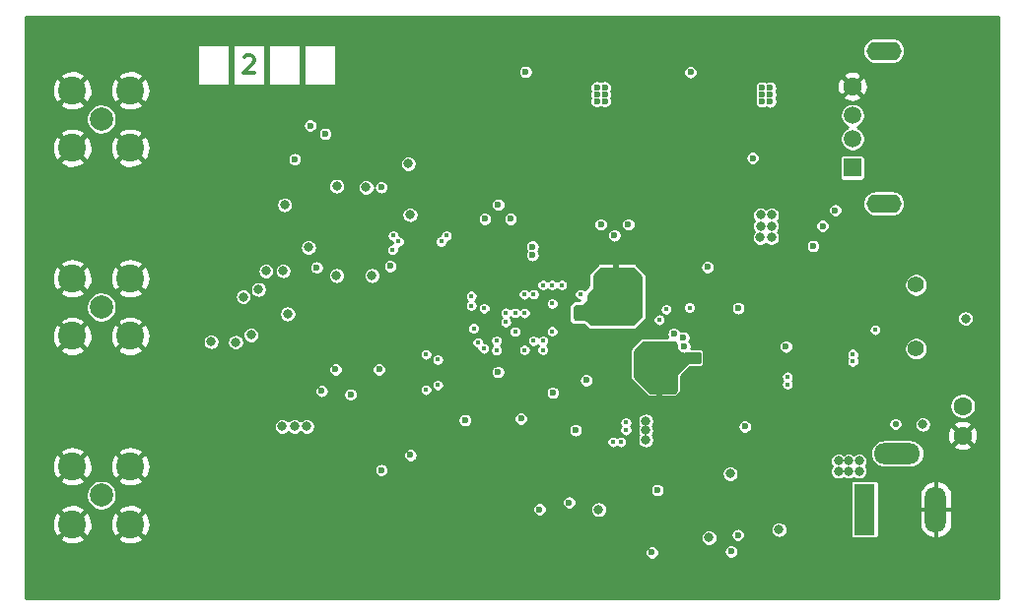
<source format=gbr>
G04 #@! TF.GenerationSoftware,KiCad,Pcbnew,(5.1.6)-1*
G04 #@! TF.CreationDate,2020-09-29T16:02:43+02:00*
G04 #@! TF.ProjectId,PrecisionTimer_RevG-1,50726563-6973-4696-9f6e-54696d65725f,rev?*
G04 #@! TF.SameCoordinates,Original*
G04 #@! TF.FileFunction,Copper,L2,Inr*
G04 #@! TF.FilePolarity,Positive*
%FSLAX46Y46*%
G04 Gerber Fmt 4.6, Leading zero omitted, Abs format (unit mm)*
G04 Created by KiCad (PCBNEW (5.1.6)-1) date 2020-09-29 16:02:43*
%MOMM*%
%LPD*%
G01*
G04 APERTURE LIST*
G04 #@! TA.AperFunction,NonConductor*
%ADD10C,0.300000*%
G04 #@! TD*
G04 #@! TA.AperFunction,ViaPad*
%ADD11C,1.600000*%
G04 #@! TD*
G04 #@! TA.AperFunction,ViaPad*
%ADD12C,1.500000*%
G04 #@! TD*
G04 #@! TA.AperFunction,ViaPad*
%ADD13R,1.500000X1.600000*%
G04 #@! TD*
G04 #@! TA.AperFunction,ViaPad*
%ADD14O,3.000000X1.600000*%
G04 #@! TD*
G04 #@! TA.AperFunction,ViaPad*
%ADD15R,1.800000X4.400000*%
G04 #@! TD*
G04 #@! TA.AperFunction,ViaPad*
%ADD16O,1.800000X4.000000*%
G04 #@! TD*
G04 #@! TA.AperFunction,ViaPad*
%ADD17O,4.000000X1.800000*%
G04 #@! TD*
G04 #@! TA.AperFunction,ViaPad*
%ADD18C,1.400000*%
G04 #@! TD*
G04 #@! TA.AperFunction,ViaPad*
%ADD19C,2.400000*%
G04 #@! TD*
G04 #@! TA.AperFunction,ViaPad*
%ADD20C,2.000000*%
G04 #@! TD*
G04 #@! TA.AperFunction,ViaPad*
%ADD21C,0.600000*%
G04 #@! TD*
G04 #@! TA.AperFunction,ViaPad*
%ADD22C,0.450000*%
G04 #@! TD*
G04 #@! TA.AperFunction,ViaPad*
%ADD23C,0.500000*%
G04 #@! TD*
G04 #@! TA.AperFunction,ViaPad*
%ADD24C,0.800000*%
G04 #@! TD*
G04 #@! TA.AperFunction,ViaPad*
%ADD25C,0.550000*%
G04 #@! TD*
G04 #@! TA.AperFunction,Conductor*
%ADD26C,0.254000*%
G04 #@! TD*
G04 APERTURE END LIST*
D10*
X108080228Y-55912628D02*
X108151657Y-55841200D01*
X108294514Y-55769771D01*
X108651657Y-55769771D01*
X108794514Y-55841200D01*
X108865942Y-55912628D01*
X108937371Y-56055485D01*
X108937371Y-56198342D01*
X108865942Y-56412628D01*
X108008800Y-57269771D01*
X108937371Y-57269771D01*
D11*
X160324800Y-58430400D03*
D12*
X160324800Y-60930400D03*
X160324800Y-62930400D03*
D13*
X160324800Y-65430400D03*
D14*
X163034800Y-55360400D03*
X163034800Y-68500400D03*
D15*
X161366200Y-94818200D03*
D16*
X167488400Y-94818200D03*
D17*
X164185600Y-90017600D03*
D18*
X165789800Y-80997400D03*
X165789800Y-75497400D03*
D11*
X169799000Y-85928200D03*
X169799000Y-88468200D03*
D19*
X98298000Y-63728600D03*
X93319600Y-63728600D03*
X93319600Y-58750200D03*
X98298000Y-58750200D03*
D20*
X95808800Y-61239400D03*
D19*
X98298000Y-79908400D03*
X93319600Y-79908400D03*
X93319600Y-74930000D03*
X98298000Y-74930000D03*
D20*
X95808800Y-77419200D03*
D19*
X98298000Y-96088200D03*
X93319600Y-96088200D03*
X93319600Y-91109800D03*
X98298000Y-91109800D03*
D20*
X95808800Y-93599000D03*
D21*
X127050800Y-87147400D03*
D22*
X144678400Y-81114900D03*
D23*
X155829000Y-71221600D03*
X155829000Y-70662800D03*
D21*
X140957300Y-74498200D03*
X141681200Y-75323700D03*
X150279100Y-59537600D03*
X150964900Y-59537600D03*
X149542500Y-59537600D03*
D24*
X94818200Y-53162200D03*
X92557600Y-53162200D03*
X97078800Y-53162200D03*
X110286800Y-53136800D03*
X112420400Y-53136800D03*
X103682800Y-53136800D03*
X108102400Y-53136800D03*
X105892600Y-53136800D03*
X101523800Y-53136800D03*
X116611400Y-53136800D03*
X118778800Y-53136800D03*
X120998800Y-53136800D03*
D23*
X152577800Y-65506600D03*
X152577800Y-66065400D03*
D24*
X172148500Y-90618000D03*
X172148500Y-88398000D03*
X172148500Y-97278600D03*
X172148500Y-92838600D03*
X172148500Y-99498600D03*
X172148500Y-95058600D03*
D21*
X148920200Y-94310200D03*
X148920200Y-95123000D03*
X148107400Y-95123000D03*
X148107400Y-94310200D03*
D24*
X147802600Y-72237600D03*
X101523800Y-101676200D03*
X103682800Y-101676200D03*
X105816400Y-101676200D03*
X107924600Y-101676200D03*
X110032800Y-101676200D03*
X172147700Y-101676200D03*
X172147700Y-64360050D03*
X172147700Y-62115400D03*
X172147700Y-59870750D03*
X172147700Y-57626100D03*
X172147700Y-55381450D03*
X172147700Y-53136800D03*
X169838800Y-53136800D03*
X167618800Y-53136800D03*
X165398800Y-53136800D03*
X163178800Y-53136800D03*
X160958800Y-53136800D03*
X158738800Y-53136800D03*
X156518800Y-53136800D03*
X154298800Y-53136800D03*
X152078800Y-53136800D03*
X149858800Y-53136800D03*
X147638800Y-53136800D03*
X145418800Y-53136800D03*
X143198800Y-53136800D03*
X140978800Y-53136800D03*
X138758800Y-53136800D03*
X136538800Y-53136800D03*
X134318800Y-53136800D03*
X132098800Y-53136800D03*
X129878800Y-53136800D03*
X127658800Y-53136800D03*
X125438800Y-53136800D03*
X123218800Y-53136800D03*
X116268500Y-70002400D03*
X117284500Y-70002400D03*
X117284500Y-72034400D03*
X116268500Y-72034400D03*
X116268500Y-71018400D03*
X117284500Y-71018400D03*
X118300500Y-72034400D03*
X118300500Y-71018400D03*
X118300500Y-70002400D03*
X107802100Y-65311600D03*
D21*
X135394700Y-59537600D03*
X136131300Y-59537600D03*
X136817100Y-59537600D03*
D24*
X143637000Y-57137300D03*
X140360400Y-57137300D03*
X143637000Y-55765700D03*
X140360400Y-55765700D03*
X141452600Y-55765700D03*
X142544800Y-55765700D03*
X106680000Y-70383400D03*
X113423700Y-65938400D03*
X123405900Y-66802000D03*
X113449100Y-95097600D03*
X110972600Y-91440000D03*
X113423700Y-68072000D03*
X121297700Y-66827400D03*
X110972600Y-90170000D03*
X111340900Y-95097600D03*
X112382300Y-95097600D03*
X114338800Y-101676200D03*
X116558800Y-101676200D03*
X138758800Y-101676200D03*
X163178800Y-101676200D03*
X158738800Y-101676200D03*
X120998800Y-101676200D03*
X154298800Y-101676200D03*
X118778800Y-101676200D03*
X129878800Y-101676200D03*
X149858800Y-101676200D03*
X132098800Y-101676200D03*
X169838800Y-101676200D03*
X152078800Y-101676200D03*
X143198800Y-101676200D03*
X165398800Y-101676200D03*
X127658800Y-101676200D03*
X156518800Y-101676200D03*
X134318800Y-101676200D03*
X136538800Y-101676200D03*
X145418800Y-101676200D03*
X140978800Y-101676200D03*
X123218800Y-101676200D03*
X147638800Y-101676200D03*
X167618800Y-101676200D03*
X125438800Y-101676200D03*
X160958800Y-101676200D03*
X172148500Y-66675000D03*
X172148500Y-80873600D03*
X172148500Y-86156800D03*
X158191200Y-85166200D03*
X165963600Y-58394600D03*
X164896800Y-57277000D03*
X164896800Y-59486800D03*
X159410400Y-86309200D03*
X130911600Y-94234000D03*
X116205000Y-63474600D03*
X122174000Y-63500000D03*
D21*
X136499600Y-74218800D03*
D24*
X167640000Y-67030600D03*
X145669000Y-89382600D03*
X146659600Y-89382600D03*
X147650200Y-89382600D03*
X115951000Y-65684400D03*
X90233500Y-55499000D03*
X90233500Y-57810400D03*
X90233500Y-60147200D03*
X90233500Y-62507600D03*
X90233500Y-64807600D03*
X90233500Y-67107600D03*
X90233500Y-69407600D03*
X90233500Y-71707600D03*
X90233500Y-74007600D03*
X90233500Y-76307600D03*
X90233500Y-78607600D03*
X90233500Y-80907600D03*
X90233500Y-83207600D03*
X90233500Y-85507600D03*
X90233500Y-87807600D03*
X90233500Y-90107600D03*
X90233500Y-92407600D03*
X90233500Y-94707600D03*
X90233500Y-97007600D03*
X90233500Y-99307600D03*
X112115600Y-101676200D03*
X114503200Y-53136800D03*
X99390200Y-53162200D03*
X99390200Y-101676200D03*
X159816800Y-98323404D03*
X97078800Y-101676200D03*
X94818200Y-101676200D03*
X92557600Y-101676200D03*
X90233500Y-101676200D03*
X90233500Y-53162200D03*
D22*
X130556000Y-80314800D03*
D21*
X138709400Y-68427600D03*
X139877800Y-67462400D03*
X141071600Y-68427600D03*
X137337800Y-70307200D03*
D22*
X136042400Y-76314300D03*
D24*
X172148500Y-78955900D03*
X172148500Y-76936600D03*
X172148500Y-74930000D03*
X155752800Y-89408000D03*
D22*
X133731000Y-77927200D03*
D24*
X113004600Y-81229200D03*
D21*
X144195800Y-74396600D03*
X130149600Y-73787000D03*
X128727200Y-73787000D03*
X133222998Y-85725000D03*
D24*
X149504400Y-70764400D03*
X146100800Y-70764400D03*
X146100800Y-72237600D03*
X149504400Y-72237600D03*
X111569500Y-67030600D03*
D21*
X144348200Y-99568000D03*
D24*
X158877000Y-98323400D03*
X158877000Y-97383600D03*
X170053000Y-76606400D03*
X172135800Y-69037200D03*
X156743400Y-77622400D03*
D22*
X126619000Y-77317600D03*
D24*
X170205400Y-67030600D03*
X108712000Y-81737200D03*
D21*
X128574800Y-84455000D03*
X149123400Y-75552300D03*
X146405600Y-75742800D03*
D24*
X160832800Y-77622400D03*
X146659600Y-88468200D03*
X147650200Y-88468200D03*
X145669000Y-88468200D03*
X144678400Y-88468200D03*
X148714200Y-80317600D03*
X150214200Y-80317600D03*
X151714200Y-80317600D03*
X148714200Y-81817600D03*
X150214200Y-81817600D03*
X151714200Y-81817600D03*
X148714200Y-83317600D03*
X150214200Y-83317600D03*
X151714200Y-83317600D03*
D21*
X142074900Y-83299300D03*
X143738600Y-89268300D03*
X142760700Y-84035900D03*
X152565100Y-75450700D03*
D22*
X130556000Y-77901800D03*
D24*
X109296200Y-75895200D03*
X108661200Y-79806800D03*
D22*
X127787400Y-79248000D03*
X130556000Y-78714600D03*
D24*
X107998500Y-76532500D03*
X107340400Y-80441800D03*
D22*
X131343400Y-79527400D03*
D24*
X105232200Y-80391000D03*
D22*
X128143000Y-80467200D03*
D24*
X109943900Y-74320400D03*
D22*
X128701800Y-77520800D03*
D24*
X111417100Y-74295000D03*
D22*
X127584200Y-77292200D03*
D24*
X152425400Y-69494400D03*
X153390600Y-69494400D03*
X153385400Y-70464800D03*
X142570200Y-88849200D03*
X153390600Y-71424800D03*
X152425400Y-70459600D03*
X142570200Y-87223600D03*
X142570200Y-88036400D03*
X152400000Y-71424800D03*
D21*
X119862600Y-67106800D03*
X114731800Y-84632800D03*
X120624600Y-73888600D03*
X119862600Y-91440000D03*
X119659400Y-82778600D03*
D22*
X134543800Y-79502000D03*
D21*
X117218700Y-84939900D03*
D24*
X148005800Y-97256600D03*
X149834600Y-91744800D03*
X154012900Y-96558100D03*
X159131000Y-90652600D03*
X160909000Y-90652600D03*
X160020000Y-90652600D03*
X160909000Y-91541600D03*
X160020000Y-91541600D03*
X159131000Y-91541600D03*
D22*
X121335800Y-71780400D03*
X124993400Y-71780400D03*
X120878600Y-71272400D03*
X125450600Y-71272400D03*
D21*
X151765000Y-64592200D03*
X147878800Y-73977500D03*
D22*
X140868400Y-87355800D03*
X139768700Y-89014300D03*
X140868400Y-88005800D03*
X140418700Y-89014300D03*
X154749500Y-84060000D03*
X160362900Y-82100300D03*
X154749500Y-83410000D03*
X160362900Y-81450300D03*
X127584200Y-76454000D03*
D21*
X114300000Y-74015600D03*
X112420400Y-64693800D03*
X130962400Y-69824600D03*
X129895600Y-68605400D03*
X113753900Y-61798200D03*
X128752600Y-69824600D03*
X115036600Y-62509400D03*
X156946600Y-72161400D03*
X149910800Y-98450400D03*
D25*
X164033200Y-87477600D03*
D22*
X162280600Y-79375000D03*
D21*
X158851600Y-69088000D03*
X146418300Y-57200800D03*
X152552400Y-59715400D03*
X153238200Y-59728100D03*
X153238200Y-58534300D03*
X152552400Y-59131200D03*
X153238200Y-59131200D03*
X152552400Y-58534300D03*
D22*
X129743200Y-81114900D03*
X131343400Y-77914500D03*
D21*
X132842000Y-72948800D03*
X132842000Y-72212200D03*
D22*
X133731000Y-80314800D03*
D24*
X111340900Y-87680800D03*
X112407700Y-87680800D03*
X113449100Y-87680800D03*
X113601500Y-72288400D03*
X116014500Y-74701400D03*
X119062500Y-74701400D03*
X122174000Y-65074800D03*
D21*
X132245100Y-57175400D03*
D24*
X111556800Y-68618100D03*
X111823500Y-78003400D03*
X116039772Y-67005200D03*
X122326400Y-69469000D03*
X138531600Y-94843600D03*
D21*
X138379200Y-58508900D03*
X139052300Y-58508900D03*
X139052300Y-59105800D03*
X138379200Y-59702700D03*
D22*
X132943600Y-76314300D03*
D21*
X141071600Y-70307200D03*
X139877800Y-71247000D03*
X138709400Y-70307200D03*
X129870200Y-83007200D03*
D22*
X136944100Y-76314300D03*
D21*
X122351900Y-90144500D03*
D22*
X132156200Y-77927200D03*
X120827800Y-72491600D03*
D24*
X118541800Y-67106800D03*
X166370000Y-87503000D03*
X170053000Y-78409800D03*
D21*
X136550400Y-88011000D03*
X139052300Y-59702700D03*
X138379200Y-59105800D03*
X115925600Y-82778600D03*
X145796000Y-80035400D03*
X150520400Y-77508100D03*
X154622400Y-80810000D03*
X143573500Y-93154500D03*
X151091900Y-87693500D03*
D22*
X134543800Y-75514200D03*
X132130800Y-76314300D03*
X133731000Y-81102200D03*
X132943600Y-80314800D03*
X132156200Y-81102200D03*
D21*
X134594600Y-84785200D03*
X157759400Y-70434200D03*
X150495000Y-97028000D03*
X143103600Y-98526600D03*
X131851400Y-87020400D03*
X133451600Y-94818200D03*
D22*
X123698000Y-84531200D03*
X128651000Y-80975200D03*
X123698000Y-81483200D03*
D21*
X135991600Y-94234000D03*
D22*
X129743200Y-80314800D03*
X124714000Y-81940400D03*
X124714000Y-84124800D03*
X134543800Y-77114400D03*
X146329400Y-77457300D03*
X135356600Y-75514200D03*
X144322800Y-77609700D03*
X133731000Y-75514200D03*
X143725900Y-78511400D03*
D21*
X137464800Y-83718400D03*
X145884900Y-80810100D03*
X144995900Y-79717900D03*
D26*
G36*
X172901801Y-102442200D02*
G01*
X89327800Y-102442200D01*
X89327800Y-98464846D01*
X142476600Y-98464846D01*
X142476600Y-98588354D01*
X142500695Y-98709489D01*
X142547960Y-98823596D01*
X142616577Y-98926289D01*
X142703911Y-99013623D01*
X142806604Y-99082240D01*
X142920711Y-99129505D01*
X143041846Y-99153600D01*
X143165354Y-99153600D01*
X143286489Y-99129505D01*
X143400596Y-99082240D01*
X143503289Y-99013623D01*
X143590623Y-98926289D01*
X143659240Y-98823596D01*
X143706505Y-98709489D01*
X143730600Y-98588354D01*
X143730600Y-98464846D01*
X143715444Y-98388646D01*
X149283800Y-98388646D01*
X149283800Y-98512154D01*
X149307895Y-98633289D01*
X149355160Y-98747396D01*
X149423777Y-98850089D01*
X149511111Y-98937423D01*
X149613804Y-99006040D01*
X149727911Y-99053305D01*
X149849046Y-99077400D01*
X149972554Y-99077400D01*
X150093689Y-99053305D01*
X150207796Y-99006040D01*
X150310489Y-98937423D01*
X150397823Y-98850089D01*
X150466440Y-98747396D01*
X150513705Y-98633289D01*
X150537800Y-98512154D01*
X150537800Y-98388646D01*
X150513705Y-98267511D01*
X150466440Y-98153404D01*
X150397823Y-98050711D01*
X150310489Y-97963377D01*
X150207796Y-97894760D01*
X150093689Y-97847495D01*
X149972554Y-97823400D01*
X149849046Y-97823400D01*
X149727911Y-97847495D01*
X149613804Y-97894760D01*
X149511111Y-97963377D01*
X149423777Y-98050711D01*
X149355160Y-98153404D01*
X149307895Y-98267511D01*
X149283800Y-98388646D01*
X143715444Y-98388646D01*
X143706505Y-98343711D01*
X143659240Y-98229604D01*
X143590623Y-98126911D01*
X143503289Y-98039577D01*
X143400596Y-97970960D01*
X143286489Y-97923695D01*
X143165354Y-97899600D01*
X143041846Y-97899600D01*
X142920711Y-97923695D01*
X142806604Y-97970960D01*
X142703911Y-98039577D01*
X142616577Y-98126911D01*
X142547960Y-98229604D01*
X142500695Y-98343711D01*
X142476600Y-98464846D01*
X89327800Y-98464846D01*
X89327800Y-97272564D01*
X92238473Y-97272564D01*
X92359544Y-97533798D01*
X92660014Y-97693318D01*
X92985830Y-97791155D01*
X93324473Y-97823549D01*
X93662929Y-97789254D01*
X93988191Y-97689588D01*
X94279656Y-97533798D01*
X94400727Y-97272564D01*
X97216873Y-97272564D01*
X97337944Y-97533798D01*
X97638414Y-97693318D01*
X97964230Y-97791155D01*
X98302873Y-97823549D01*
X98641329Y-97789254D01*
X98966591Y-97689588D01*
X99258056Y-97533798D01*
X99379127Y-97272564D01*
X99291560Y-97184997D01*
X147278800Y-97184997D01*
X147278800Y-97328203D01*
X147306738Y-97468658D01*
X147361541Y-97600964D01*
X147441102Y-97720036D01*
X147542364Y-97821298D01*
X147661436Y-97900859D01*
X147793742Y-97955662D01*
X147934197Y-97983600D01*
X148077403Y-97983600D01*
X148217858Y-97955662D01*
X148350164Y-97900859D01*
X148469236Y-97821298D01*
X148570498Y-97720036D01*
X148650059Y-97600964D01*
X148704862Y-97468658D01*
X148732800Y-97328203D01*
X148732800Y-97184997D01*
X148704862Y-97044542D01*
X148672431Y-96966246D01*
X149868000Y-96966246D01*
X149868000Y-97089754D01*
X149892095Y-97210889D01*
X149939360Y-97324996D01*
X150007977Y-97427689D01*
X150095311Y-97515023D01*
X150198004Y-97583640D01*
X150312111Y-97630905D01*
X150433246Y-97655000D01*
X150556754Y-97655000D01*
X150677889Y-97630905D01*
X150791996Y-97583640D01*
X150894689Y-97515023D01*
X150982023Y-97427689D01*
X151050640Y-97324996D01*
X151097905Y-97210889D01*
X151122000Y-97089754D01*
X151122000Y-96966246D01*
X151097905Y-96845111D01*
X151050640Y-96731004D01*
X150982023Y-96628311D01*
X150894689Y-96540977D01*
X150813154Y-96486497D01*
X153285900Y-96486497D01*
X153285900Y-96629703D01*
X153313838Y-96770158D01*
X153368641Y-96902464D01*
X153448202Y-97021536D01*
X153549464Y-97122798D01*
X153668536Y-97202359D01*
X153800842Y-97257162D01*
X153941297Y-97285100D01*
X154084503Y-97285100D01*
X154224958Y-97257162D01*
X154357264Y-97202359D01*
X154476336Y-97122798D01*
X154577598Y-97021536D01*
X154657159Y-96902464D01*
X154711962Y-96770158D01*
X154739900Y-96629703D01*
X154739900Y-96486497D01*
X154711962Y-96346042D01*
X154657159Y-96213736D01*
X154577598Y-96094664D01*
X154476336Y-95993402D01*
X154357264Y-95913841D01*
X154224958Y-95859038D01*
X154084503Y-95831100D01*
X153941297Y-95831100D01*
X153800842Y-95859038D01*
X153668536Y-95913841D01*
X153549464Y-95993402D01*
X153448202Y-96094664D01*
X153368641Y-96213736D01*
X153313838Y-96346042D01*
X153285900Y-96486497D01*
X150813154Y-96486497D01*
X150791996Y-96472360D01*
X150677889Y-96425095D01*
X150556754Y-96401000D01*
X150433246Y-96401000D01*
X150312111Y-96425095D01*
X150198004Y-96472360D01*
X150095311Y-96540977D01*
X150007977Y-96628311D01*
X149939360Y-96731004D01*
X149892095Y-96845111D01*
X149868000Y-96966246D01*
X148672431Y-96966246D01*
X148650059Y-96912236D01*
X148570498Y-96793164D01*
X148469236Y-96691902D01*
X148350164Y-96612341D01*
X148217858Y-96557538D01*
X148077403Y-96529600D01*
X147934197Y-96529600D01*
X147793742Y-96557538D01*
X147661436Y-96612341D01*
X147542364Y-96691902D01*
X147441102Y-96793164D01*
X147361541Y-96912236D01*
X147306738Y-97044542D01*
X147278800Y-97184997D01*
X99291560Y-97184997D01*
X98298000Y-96191438D01*
X97216873Y-97272564D01*
X94400727Y-97272564D01*
X93319600Y-96191438D01*
X92238473Y-97272564D01*
X89327800Y-97272564D01*
X89327800Y-96093073D01*
X91584251Y-96093073D01*
X91618546Y-96431529D01*
X91718212Y-96756791D01*
X91874002Y-97048256D01*
X92135236Y-97169327D01*
X93216362Y-96088200D01*
X93422838Y-96088200D01*
X94503964Y-97169327D01*
X94765198Y-97048256D01*
X94924718Y-96747786D01*
X95022555Y-96421970D01*
X95054016Y-96093073D01*
X96562651Y-96093073D01*
X96596946Y-96431529D01*
X96696612Y-96756791D01*
X96852402Y-97048256D01*
X97113636Y-97169327D01*
X98194762Y-96088200D01*
X98401238Y-96088200D01*
X99482364Y-97169327D01*
X99743598Y-97048256D01*
X99903118Y-96747786D01*
X100000955Y-96421970D01*
X100033349Y-96083327D01*
X99999054Y-95744871D01*
X99899388Y-95419609D01*
X99743598Y-95128144D01*
X99482364Y-95007073D01*
X98401238Y-96088200D01*
X98194762Y-96088200D01*
X97113636Y-95007073D01*
X96852402Y-95128144D01*
X96692882Y-95428614D01*
X96595045Y-95754430D01*
X96562651Y-96093073D01*
X95054016Y-96093073D01*
X95054949Y-96083327D01*
X95020654Y-95744871D01*
X94920988Y-95419609D01*
X94765198Y-95128144D01*
X94503964Y-95007073D01*
X93422838Y-96088200D01*
X93216362Y-96088200D01*
X92135236Y-95007073D01*
X91874002Y-95128144D01*
X91714482Y-95428614D01*
X91616645Y-95754430D01*
X91584251Y-96093073D01*
X89327800Y-96093073D01*
X89327800Y-94903836D01*
X92238473Y-94903836D01*
X93319600Y-95984962D01*
X94400727Y-94903836D01*
X94279656Y-94642602D01*
X93979186Y-94483082D01*
X93653370Y-94385245D01*
X93314727Y-94352851D01*
X92976271Y-94387146D01*
X92651009Y-94486812D01*
X92359544Y-94642602D01*
X92238473Y-94903836D01*
X89327800Y-94903836D01*
X89327800Y-93468302D01*
X94481800Y-93468302D01*
X94481800Y-93729698D01*
X94532796Y-93986072D01*
X94632828Y-94227570D01*
X94778052Y-94444913D01*
X94962887Y-94629748D01*
X95180230Y-94774972D01*
X95421728Y-94875004D01*
X95678102Y-94926000D01*
X95939498Y-94926000D01*
X96050923Y-94903836D01*
X97216873Y-94903836D01*
X98298000Y-95984962D01*
X99379127Y-94903836D01*
X99310818Y-94756446D01*
X132824600Y-94756446D01*
X132824600Y-94879954D01*
X132848695Y-95001089D01*
X132895960Y-95115196D01*
X132964577Y-95217889D01*
X133051911Y-95305223D01*
X133154604Y-95373840D01*
X133268711Y-95421105D01*
X133389846Y-95445200D01*
X133513354Y-95445200D01*
X133634489Y-95421105D01*
X133748596Y-95373840D01*
X133851289Y-95305223D01*
X133938623Y-95217889D01*
X134007240Y-95115196D01*
X134054505Y-95001089D01*
X134078600Y-94879954D01*
X134078600Y-94756446D01*
X134054505Y-94635311D01*
X134007240Y-94521204D01*
X133938623Y-94418511D01*
X133851289Y-94331177D01*
X133748596Y-94262560D01*
X133634489Y-94215295D01*
X133513354Y-94191200D01*
X133389846Y-94191200D01*
X133268711Y-94215295D01*
X133154604Y-94262560D01*
X133051911Y-94331177D01*
X132964577Y-94418511D01*
X132895960Y-94521204D01*
X132848695Y-94635311D01*
X132824600Y-94756446D01*
X99310818Y-94756446D01*
X99258056Y-94642602D01*
X98957586Y-94483082D01*
X98631770Y-94385245D01*
X98293127Y-94352851D01*
X97954671Y-94387146D01*
X97629409Y-94486812D01*
X97337944Y-94642602D01*
X97216873Y-94903836D01*
X96050923Y-94903836D01*
X96195872Y-94875004D01*
X96437370Y-94774972D01*
X96654713Y-94629748D01*
X96839548Y-94444913D01*
X96984772Y-94227570D01*
X97007688Y-94172246D01*
X135364600Y-94172246D01*
X135364600Y-94295754D01*
X135388695Y-94416889D01*
X135435960Y-94530996D01*
X135504577Y-94633689D01*
X135591911Y-94721023D01*
X135694604Y-94789640D01*
X135808711Y-94836905D01*
X135929846Y-94861000D01*
X136053354Y-94861000D01*
X136174489Y-94836905D01*
X136288596Y-94789640D01*
X136315000Y-94771997D01*
X137804600Y-94771997D01*
X137804600Y-94915203D01*
X137832538Y-95055658D01*
X137887341Y-95187964D01*
X137966902Y-95307036D01*
X138068164Y-95408298D01*
X138187236Y-95487859D01*
X138319542Y-95542662D01*
X138459997Y-95570600D01*
X138603203Y-95570600D01*
X138743658Y-95542662D01*
X138875964Y-95487859D01*
X138995036Y-95408298D01*
X139096298Y-95307036D01*
X139175859Y-95187964D01*
X139230662Y-95055658D01*
X139258600Y-94915203D01*
X139258600Y-94771997D01*
X139230662Y-94631542D01*
X139175859Y-94499236D01*
X139096298Y-94380164D01*
X138995036Y-94278902D01*
X138875964Y-94199341D01*
X138743658Y-94144538D01*
X138603203Y-94116600D01*
X138459997Y-94116600D01*
X138319542Y-94144538D01*
X138187236Y-94199341D01*
X138068164Y-94278902D01*
X137966902Y-94380164D01*
X137887341Y-94499236D01*
X137832538Y-94631542D01*
X137804600Y-94771997D01*
X136315000Y-94771997D01*
X136391289Y-94721023D01*
X136478623Y-94633689D01*
X136547240Y-94530996D01*
X136594505Y-94416889D01*
X136618600Y-94295754D01*
X136618600Y-94172246D01*
X136594505Y-94051111D01*
X136547240Y-93937004D01*
X136478623Y-93834311D01*
X136391289Y-93746977D01*
X136288596Y-93678360D01*
X136174489Y-93631095D01*
X136053354Y-93607000D01*
X135929846Y-93607000D01*
X135808711Y-93631095D01*
X135694604Y-93678360D01*
X135591911Y-93746977D01*
X135504577Y-93834311D01*
X135435960Y-93937004D01*
X135388695Y-94051111D01*
X135364600Y-94172246D01*
X97007688Y-94172246D01*
X97084804Y-93986072D01*
X97135800Y-93729698D01*
X97135800Y-93468302D01*
X97084804Y-93211928D01*
X97035438Y-93092746D01*
X142946500Y-93092746D01*
X142946500Y-93216254D01*
X142970595Y-93337389D01*
X143017860Y-93451496D01*
X143086477Y-93554189D01*
X143173811Y-93641523D01*
X143276504Y-93710140D01*
X143390611Y-93757405D01*
X143511746Y-93781500D01*
X143635254Y-93781500D01*
X143756389Y-93757405D01*
X143870496Y-93710140D01*
X143973189Y-93641523D01*
X144060523Y-93554189D01*
X144129140Y-93451496D01*
X144176405Y-93337389D01*
X144200500Y-93216254D01*
X144200500Y-93092746D01*
X144176405Y-92971611D01*
X144129140Y-92857504D01*
X144060523Y-92754811D01*
X143973189Y-92667477D01*
X143899441Y-92618200D01*
X160137618Y-92618200D01*
X160137618Y-97018200D01*
X160143932Y-97082303D01*
X160162630Y-97143943D01*
X160192994Y-97200750D01*
X160233857Y-97250543D01*
X160283650Y-97291406D01*
X160340457Y-97321770D01*
X160402097Y-97340468D01*
X160466200Y-97346782D01*
X162266200Y-97346782D01*
X162330303Y-97340468D01*
X162391943Y-97321770D01*
X162448750Y-97291406D01*
X162498543Y-97250543D01*
X162539406Y-97200750D01*
X162569770Y-97143943D01*
X162588468Y-97082303D01*
X162594782Y-97018200D01*
X162594782Y-94891200D01*
X166061400Y-94891200D01*
X166061400Y-95991200D01*
X166103061Y-96268191D01*
X166197960Y-96531732D01*
X166342450Y-96771696D01*
X166530978Y-96978860D01*
X166756299Y-97145263D01*
X167009754Y-97264511D01*
X167193359Y-97314367D01*
X167415400Y-97211391D01*
X167415400Y-94891200D01*
X167561400Y-94891200D01*
X167561400Y-97211391D01*
X167783441Y-97314367D01*
X167967046Y-97264511D01*
X168220501Y-97145263D01*
X168445822Y-96978860D01*
X168634350Y-96771696D01*
X168778840Y-96531732D01*
X168873739Y-96268191D01*
X168915400Y-95991200D01*
X168915400Y-94891200D01*
X167561400Y-94891200D01*
X167415400Y-94891200D01*
X166061400Y-94891200D01*
X162594782Y-94891200D01*
X162594782Y-93645200D01*
X166061400Y-93645200D01*
X166061400Y-94745200D01*
X167415400Y-94745200D01*
X167415400Y-92425009D01*
X167561400Y-92425009D01*
X167561400Y-94745200D01*
X168915400Y-94745200D01*
X168915400Y-93645200D01*
X168873739Y-93368209D01*
X168778840Y-93104668D01*
X168634350Y-92864704D01*
X168445822Y-92657540D01*
X168220501Y-92491137D01*
X167967046Y-92371889D01*
X167783441Y-92322033D01*
X167561400Y-92425009D01*
X167415400Y-92425009D01*
X167193359Y-92322033D01*
X167009754Y-92371889D01*
X166756299Y-92491137D01*
X166530978Y-92657540D01*
X166342450Y-92864704D01*
X166197960Y-93104668D01*
X166103061Y-93368209D01*
X166061400Y-93645200D01*
X162594782Y-93645200D01*
X162594782Y-92618200D01*
X162588468Y-92554097D01*
X162569770Y-92492457D01*
X162539406Y-92435650D01*
X162498543Y-92385857D01*
X162448750Y-92344994D01*
X162391943Y-92314630D01*
X162330303Y-92295932D01*
X162266200Y-92289618D01*
X160466200Y-92289618D01*
X160402097Y-92295932D01*
X160340457Y-92314630D01*
X160283650Y-92344994D01*
X160233857Y-92385857D01*
X160192994Y-92435650D01*
X160162630Y-92492457D01*
X160143932Y-92554097D01*
X160137618Y-92618200D01*
X143899441Y-92618200D01*
X143870496Y-92598860D01*
X143756389Y-92551595D01*
X143635254Y-92527500D01*
X143511746Y-92527500D01*
X143390611Y-92551595D01*
X143276504Y-92598860D01*
X143173811Y-92667477D01*
X143086477Y-92754811D01*
X143017860Y-92857504D01*
X142970595Y-92971611D01*
X142946500Y-93092746D01*
X97035438Y-93092746D01*
X96984772Y-92970430D01*
X96839548Y-92753087D01*
X96654713Y-92568252D01*
X96437370Y-92423028D01*
X96195872Y-92322996D01*
X96050924Y-92294164D01*
X97216873Y-92294164D01*
X97337944Y-92555398D01*
X97638414Y-92714918D01*
X97964230Y-92812755D01*
X98302873Y-92845149D01*
X98641329Y-92810854D01*
X98966591Y-92711188D01*
X99258056Y-92555398D01*
X99379127Y-92294164D01*
X98298000Y-91213038D01*
X97216873Y-92294164D01*
X96050924Y-92294164D01*
X95939498Y-92272000D01*
X95678102Y-92272000D01*
X95421728Y-92322996D01*
X95180230Y-92423028D01*
X94962887Y-92568252D01*
X94778052Y-92753087D01*
X94632828Y-92970430D01*
X94532796Y-93211928D01*
X94481800Y-93468302D01*
X89327800Y-93468302D01*
X89327800Y-92294164D01*
X92238473Y-92294164D01*
X92359544Y-92555398D01*
X92660014Y-92714918D01*
X92985830Y-92812755D01*
X93324473Y-92845149D01*
X93662929Y-92810854D01*
X93988191Y-92711188D01*
X94279656Y-92555398D01*
X94400727Y-92294164D01*
X93319600Y-91213038D01*
X92238473Y-92294164D01*
X89327800Y-92294164D01*
X89327800Y-91114673D01*
X91584251Y-91114673D01*
X91618546Y-91453129D01*
X91718212Y-91778391D01*
X91874002Y-92069856D01*
X92135236Y-92190927D01*
X93216362Y-91109800D01*
X93422838Y-91109800D01*
X94503964Y-92190927D01*
X94765198Y-92069856D01*
X94924718Y-91769386D01*
X95022555Y-91443570D01*
X95054016Y-91114673D01*
X96562651Y-91114673D01*
X96596946Y-91453129D01*
X96696612Y-91778391D01*
X96852402Y-92069856D01*
X97113636Y-92190927D01*
X98194762Y-91109800D01*
X98401238Y-91109800D01*
X99482364Y-92190927D01*
X99743598Y-92069856D01*
X99903118Y-91769386D01*
X100000955Y-91443570D01*
X100007203Y-91378246D01*
X119235600Y-91378246D01*
X119235600Y-91501754D01*
X119259695Y-91622889D01*
X119306960Y-91736996D01*
X119375577Y-91839689D01*
X119462911Y-91927023D01*
X119565604Y-91995640D01*
X119679711Y-92042905D01*
X119800846Y-92067000D01*
X119924354Y-92067000D01*
X120045489Y-92042905D01*
X120159596Y-91995640D01*
X120262289Y-91927023D01*
X120349623Y-91839689D01*
X120418240Y-91736996D01*
X120444666Y-91673197D01*
X149107600Y-91673197D01*
X149107600Y-91816403D01*
X149135538Y-91956858D01*
X149190341Y-92089164D01*
X149269902Y-92208236D01*
X149371164Y-92309498D01*
X149490236Y-92389059D01*
X149622542Y-92443862D01*
X149762997Y-92471800D01*
X149906203Y-92471800D01*
X150046658Y-92443862D01*
X150178964Y-92389059D01*
X150298036Y-92309498D01*
X150399298Y-92208236D01*
X150478859Y-92089164D01*
X150533662Y-91956858D01*
X150561600Y-91816403D01*
X150561600Y-91673197D01*
X150533662Y-91532742D01*
X150478859Y-91400436D01*
X150399298Y-91281364D01*
X150298036Y-91180102D01*
X150178964Y-91100541D01*
X150046658Y-91045738D01*
X149906203Y-91017800D01*
X149762997Y-91017800D01*
X149622542Y-91045738D01*
X149490236Y-91100541D01*
X149371164Y-91180102D01*
X149269902Y-91281364D01*
X149190341Y-91400436D01*
X149135538Y-91532742D01*
X149107600Y-91673197D01*
X120444666Y-91673197D01*
X120465505Y-91622889D01*
X120489600Y-91501754D01*
X120489600Y-91378246D01*
X120465505Y-91257111D01*
X120418240Y-91143004D01*
X120349623Y-91040311D01*
X120262289Y-90952977D01*
X120159596Y-90884360D01*
X120045489Y-90837095D01*
X119924354Y-90813000D01*
X119800846Y-90813000D01*
X119679711Y-90837095D01*
X119565604Y-90884360D01*
X119462911Y-90952977D01*
X119375577Y-91040311D01*
X119306960Y-91143004D01*
X119259695Y-91257111D01*
X119235600Y-91378246D01*
X100007203Y-91378246D01*
X100033349Y-91104927D01*
X99999054Y-90766471D01*
X99899388Y-90441209D01*
X99743598Y-90149744D01*
X99599037Y-90082746D01*
X121724900Y-90082746D01*
X121724900Y-90206254D01*
X121748995Y-90327389D01*
X121796260Y-90441496D01*
X121864877Y-90544189D01*
X121952211Y-90631523D01*
X122054904Y-90700140D01*
X122169011Y-90747405D01*
X122290146Y-90771500D01*
X122413654Y-90771500D01*
X122534789Y-90747405D01*
X122648896Y-90700140D01*
X122751589Y-90631523D01*
X122802115Y-90580997D01*
X158404000Y-90580997D01*
X158404000Y-90724203D01*
X158431938Y-90864658D01*
X158486741Y-90996964D01*
X158553649Y-91097100D01*
X158486741Y-91197236D01*
X158431938Y-91329542D01*
X158404000Y-91469997D01*
X158404000Y-91613203D01*
X158431938Y-91753658D01*
X158486741Y-91885964D01*
X158566302Y-92005036D01*
X158667564Y-92106298D01*
X158786636Y-92185859D01*
X158918942Y-92240662D01*
X159059397Y-92268600D01*
X159202603Y-92268600D01*
X159343058Y-92240662D01*
X159475364Y-92185859D01*
X159575500Y-92118951D01*
X159675636Y-92185859D01*
X159807942Y-92240662D01*
X159948397Y-92268600D01*
X160091603Y-92268600D01*
X160232058Y-92240662D01*
X160364364Y-92185859D01*
X160464500Y-92118951D01*
X160564636Y-92185859D01*
X160696942Y-92240662D01*
X160837397Y-92268600D01*
X160980603Y-92268600D01*
X161121058Y-92240662D01*
X161253364Y-92185859D01*
X161372436Y-92106298D01*
X161473698Y-92005036D01*
X161553259Y-91885964D01*
X161608062Y-91753658D01*
X161636000Y-91613203D01*
X161636000Y-91469997D01*
X161608062Y-91329542D01*
X161553259Y-91197236D01*
X161486351Y-91097100D01*
X161553259Y-90996964D01*
X161608062Y-90864658D01*
X161636000Y-90724203D01*
X161636000Y-90580997D01*
X161608062Y-90440542D01*
X161553259Y-90308236D01*
X161473698Y-90189164D01*
X161372436Y-90087902D01*
X161267222Y-90017600D01*
X161852664Y-90017600D01*
X161876355Y-90258134D01*
X161946516Y-90489424D01*
X162060451Y-90702583D01*
X162213783Y-90889417D01*
X162400617Y-91042749D01*
X162613776Y-91156684D01*
X162845066Y-91226845D01*
X163025332Y-91244600D01*
X165345868Y-91244600D01*
X165526134Y-91226845D01*
X165757424Y-91156684D01*
X165970583Y-91042749D01*
X166157417Y-90889417D01*
X166310749Y-90702583D01*
X166424684Y-90489424D01*
X166494845Y-90258134D01*
X166518536Y-90017600D01*
X166494845Y-89777066D01*
X166424684Y-89545776D01*
X166329640Y-89367959D01*
X169002478Y-89367959D01*
X169075469Y-89588250D01*
X169307882Y-89707883D01*
X169559168Y-89779875D01*
X169819672Y-89801460D01*
X170079381Y-89771809D01*
X170328315Y-89692060D01*
X170522531Y-89588250D01*
X170595522Y-89367959D01*
X169799000Y-88571438D01*
X169002478Y-89367959D01*
X166329640Y-89367959D01*
X166310749Y-89332617D01*
X166157417Y-89145783D01*
X165970583Y-88992451D01*
X165757424Y-88878516D01*
X165526134Y-88808355D01*
X165345868Y-88790600D01*
X163025332Y-88790600D01*
X162845066Y-88808355D01*
X162613776Y-88878516D01*
X162400617Y-88992451D01*
X162213783Y-89145783D01*
X162060451Y-89332617D01*
X161946516Y-89545776D01*
X161876355Y-89777066D01*
X161852664Y-90017600D01*
X161267222Y-90017600D01*
X161253364Y-90008341D01*
X161121058Y-89953538D01*
X160980603Y-89925600D01*
X160837397Y-89925600D01*
X160696942Y-89953538D01*
X160564636Y-90008341D01*
X160464500Y-90075249D01*
X160364364Y-90008341D01*
X160232058Y-89953538D01*
X160091603Y-89925600D01*
X159948397Y-89925600D01*
X159807942Y-89953538D01*
X159675636Y-90008341D01*
X159575500Y-90075249D01*
X159475364Y-90008341D01*
X159343058Y-89953538D01*
X159202603Y-89925600D01*
X159059397Y-89925600D01*
X158918942Y-89953538D01*
X158786636Y-90008341D01*
X158667564Y-90087902D01*
X158566302Y-90189164D01*
X158486741Y-90308236D01*
X158431938Y-90440542D01*
X158404000Y-90580997D01*
X122802115Y-90580997D01*
X122838923Y-90544189D01*
X122907540Y-90441496D01*
X122954805Y-90327389D01*
X122978900Y-90206254D01*
X122978900Y-90082746D01*
X122954805Y-89961611D01*
X122907540Y-89847504D01*
X122838923Y-89744811D01*
X122751589Y-89657477D01*
X122648896Y-89588860D01*
X122534789Y-89541595D01*
X122413654Y-89517500D01*
X122290146Y-89517500D01*
X122169011Y-89541595D01*
X122054904Y-89588860D01*
X121952211Y-89657477D01*
X121864877Y-89744811D01*
X121796260Y-89847504D01*
X121748995Y-89961611D01*
X121724900Y-90082746D01*
X99599037Y-90082746D01*
X99482364Y-90028673D01*
X98401238Y-91109800D01*
X98194762Y-91109800D01*
X97113636Y-90028673D01*
X96852402Y-90149744D01*
X96692882Y-90450214D01*
X96595045Y-90776030D01*
X96562651Y-91114673D01*
X95054016Y-91114673D01*
X95054949Y-91104927D01*
X95020654Y-90766471D01*
X94920988Y-90441209D01*
X94765198Y-90149744D01*
X94503964Y-90028673D01*
X93422838Y-91109800D01*
X93216362Y-91109800D01*
X92135236Y-90028673D01*
X91874002Y-90149744D01*
X91714482Y-90450214D01*
X91616645Y-90776030D01*
X91584251Y-91114673D01*
X89327800Y-91114673D01*
X89327800Y-89925436D01*
X92238473Y-89925436D01*
X93319600Y-91006562D01*
X94400727Y-89925436D01*
X97216873Y-89925436D01*
X98298000Y-91006562D01*
X99379127Y-89925436D01*
X99258056Y-89664202D01*
X98957586Y-89504682D01*
X98631770Y-89406845D01*
X98293127Y-89374451D01*
X97954671Y-89408746D01*
X97629409Y-89508412D01*
X97337944Y-89664202D01*
X97216873Y-89925436D01*
X94400727Y-89925436D01*
X94279656Y-89664202D01*
X93979186Y-89504682D01*
X93653370Y-89406845D01*
X93314727Y-89374451D01*
X92976271Y-89408746D01*
X92651009Y-89508412D01*
X92359544Y-89664202D01*
X92238473Y-89925436D01*
X89327800Y-89925436D01*
X89327800Y-88959933D01*
X139216700Y-88959933D01*
X139216700Y-89068667D01*
X139237913Y-89175312D01*
X139279524Y-89275770D01*
X139339934Y-89366180D01*
X139416820Y-89443066D01*
X139507230Y-89503476D01*
X139607688Y-89545087D01*
X139714333Y-89566300D01*
X139823067Y-89566300D01*
X139929712Y-89545087D01*
X140030170Y-89503476D01*
X140093700Y-89461027D01*
X140157230Y-89503476D01*
X140257688Y-89545087D01*
X140364333Y-89566300D01*
X140473067Y-89566300D01*
X140579712Y-89545087D01*
X140680170Y-89503476D01*
X140770580Y-89443066D01*
X140847466Y-89366180D01*
X140907876Y-89275770D01*
X140949487Y-89175312D01*
X140970700Y-89068667D01*
X140970700Y-88959933D01*
X140949487Y-88853288D01*
X140907876Y-88752830D01*
X140847466Y-88662420D01*
X140770580Y-88585534D01*
X140680914Y-88525621D01*
X140707388Y-88536587D01*
X140814033Y-88557800D01*
X140922767Y-88557800D01*
X141029412Y-88536587D01*
X141129870Y-88494976D01*
X141220280Y-88434566D01*
X141297166Y-88357680D01*
X141357576Y-88267270D01*
X141399187Y-88166812D01*
X141420400Y-88060167D01*
X141420400Y-87951433D01*
X141399187Y-87844788D01*
X141357576Y-87744330D01*
X141315127Y-87680800D01*
X141357576Y-87617270D01*
X141399187Y-87516812D01*
X141420400Y-87410167D01*
X141420400Y-87301433D01*
X141399187Y-87194788D01*
X141381463Y-87151997D01*
X141843200Y-87151997D01*
X141843200Y-87295203D01*
X141871138Y-87435658D01*
X141925941Y-87567964D01*
X141967392Y-87630000D01*
X141925941Y-87692036D01*
X141871138Y-87824342D01*
X141843200Y-87964797D01*
X141843200Y-88108003D01*
X141871138Y-88248458D01*
X141925941Y-88380764D01*
X141967392Y-88442800D01*
X141925941Y-88504836D01*
X141871138Y-88637142D01*
X141843200Y-88777597D01*
X141843200Y-88920803D01*
X141871138Y-89061258D01*
X141925941Y-89193564D01*
X142005502Y-89312636D01*
X142106764Y-89413898D01*
X142225836Y-89493459D01*
X142358142Y-89548262D01*
X142498597Y-89576200D01*
X142641803Y-89576200D01*
X142782258Y-89548262D01*
X142914564Y-89493459D01*
X143033636Y-89413898D01*
X143134898Y-89312636D01*
X143214459Y-89193564D01*
X143269262Y-89061258D01*
X143297200Y-88920803D01*
X143297200Y-88777597D01*
X143269262Y-88637142D01*
X143214459Y-88504836D01*
X143203793Y-88488872D01*
X168465740Y-88488872D01*
X168495391Y-88748581D01*
X168575140Y-88997515D01*
X168678950Y-89191731D01*
X168899241Y-89264722D01*
X169695762Y-88468200D01*
X169902238Y-88468200D01*
X170698759Y-89264722D01*
X170919050Y-89191731D01*
X171038683Y-88959318D01*
X171110675Y-88708032D01*
X171132260Y-88447528D01*
X171102609Y-88187819D01*
X171022860Y-87938885D01*
X170919050Y-87744669D01*
X170698759Y-87671678D01*
X169902238Y-88468200D01*
X169695762Y-88468200D01*
X168899241Y-87671678D01*
X168678950Y-87744669D01*
X168559317Y-87977082D01*
X168487325Y-88228368D01*
X168465740Y-88488872D01*
X143203793Y-88488872D01*
X143173008Y-88442800D01*
X143214459Y-88380764D01*
X143269262Y-88248458D01*
X143297200Y-88108003D01*
X143297200Y-87964797D01*
X143269262Y-87824342D01*
X143214459Y-87692036D01*
X143174175Y-87631746D01*
X150464900Y-87631746D01*
X150464900Y-87755254D01*
X150488995Y-87876389D01*
X150536260Y-87990496D01*
X150604877Y-88093189D01*
X150692211Y-88180523D01*
X150794904Y-88249140D01*
X150909011Y-88296405D01*
X151030146Y-88320500D01*
X151153654Y-88320500D01*
X151274789Y-88296405D01*
X151388896Y-88249140D01*
X151491589Y-88180523D01*
X151578923Y-88093189D01*
X151647540Y-87990496D01*
X151694805Y-87876389D01*
X151718900Y-87755254D01*
X151718900Y-87631746D01*
X151694805Y-87510611D01*
X151656572Y-87418308D01*
X163431200Y-87418308D01*
X163431200Y-87536892D01*
X163454334Y-87653197D01*
X163499714Y-87762754D01*
X163565596Y-87861353D01*
X163649447Y-87945204D01*
X163748046Y-88011086D01*
X163857603Y-88056466D01*
X163973908Y-88079600D01*
X164092492Y-88079600D01*
X164208797Y-88056466D01*
X164318354Y-88011086D01*
X164416953Y-87945204D01*
X164500804Y-87861353D01*
X164566686Y-87762754D01*
X164612066Y-87653197D01*
X164635200Y-87536892D01*
X164635200Y-87431397D01*
X165643000Y-87431397D01*
X165643000Y-87574603D01*
X165670938Y-87715058D01*
X165725741Y-87847364D01*
X165805302Y-87966436D01*
X165906564Y-88067698D01*
X166025636Y-88147259D01*
X166157942Y-88202062D01*
X166298397Y-88230000D01*
X166441603Y-88230000D01*
X166582058Y-88202062D01*
X166714364Y-88147259D01*
X166833436Y-88067698D01*
X166934698Y-87966436D01*
X167014259Y-87847364D01*
X167069062Y-87715058D01*
X167097000Y-87574603D01*
X167097000Y-87568441D01*
X169002478Y-87568441D01*
X169799000Y-88364962D01*
X170595522Y-87568441D01*
X170522531Y-87348150D01*
X170290118Y-87228517D01*
X170038832Y-87156525D01*
X169778328Y-87134940D01*
X169518619Y-87164591D01*
X169269685Y-87244340D01*
X169075469Y-87348150D01*
X169002478Y-87568441D01*
X167097000Y-87568441D01*
X167097000Y-87431397D01*
X167069062Y-87290942D01*
X167014259Y-87158636D01*
X166934698Y-87039564D01*
X166833436Y-86938302D01*
X166714364Y-86858741D01*
X166582058Y-86803938D01*
X166441603Y-86776000D01*
X166298397Y-86776000D01*
X166157942Y-86803938D01*
X166025636Y-86858741D01*
X165906564Y-86938302D01*
X165805302Y-87039564D01*
X165725741Y-87158636D01*
X165670938Y-87290942D01*
X165643000Y-87431397D01*
X164635200Y-87431397D01*
X164635200Y-87418308D01*
X164612066Y-87302003D01*
X164566686Y-87192446D01*
X164500804Y-87093847D01*
X164416953Y-87009996D01*
X164318354Y-86944114D01*
X164208797Y-86898734D01*
X164092492Y-86875600D01*
X163973908Y-86875600D01*
X163857603Y-86898734D01*
X163748046Y-86944114D01*
X163649447Y-87009996D01*
X163565596Y-87093847D01*
X163499714Y-87192446D01*
X163454334Y-87302003D01*
X163431200Y-87418308D01*
X151656572Y-87418308D01*
X151647540Y-87396504D01*
X151578923Y-87293811D01*
X151491589Y-87206477D01*
X151388896Y-87137860D01*
X151274789Y-87090595D01*
X151153654Y-87066500D01*
X151030146Y-87066500D01*
X150909011Y-87090595D01*
X150794904Y-87137860D01*
X150692211Y-87206477D01*
X150604877Y-87293811D01*
X150536260Y-87396504D01*
X150488995Y-87510611D01*
X150464900Y-87631746D01*
X143174175Y-87631746D01*
X143173008Y-87630000D01*
X143214459Y-87567964D01*
X143269262Y-87435658D01*
X143297200Y-87295203D01*
X143297200Y-87151997D01*
X143269262Y-87011542D01*
X143214459Y-86879236D01*
X143134898Y-86760164D01*
X143033636Y-86658902D01*
X142914564Y-86579341D01*
X142782258Y-86524538D01*
X142641803Y-86496600D01*
X142498597Y-86496600D01*
X142358142Y-86524538D01*
X142225836Y-86579341D01*
X142106764Y-86658902D01*
X142005502Y-86760164D01*
X141925941Y-86879236D01*
X141871138Y-87011542D01*
X141843200Y-87151997D01*
X141381463Y-87151997D01*
X141357576Y-87094330D01*
X141297166Y-87003920D01*
X141220280Y-86927034D01*
X141129870Y-86866624D01*
X141029412Y-86825013D01*
X140922767Y-86803800D01*
X140814033Y-86803800D01*
X140707388Y-86825013D01*
X140606930Y-86866624D01*
X140516520Y-86927034D01*
X140439634Y-87003920D01*
X140379224Y-87094330D01*
X140337613Y-87194788D01*
X140316400Y-87301433D01*
X140316400Y-87410167D01*
X140337613Y-87516812D01*
X140379224Y-87617270D01*
X140421673Y-87680800D01*
X140379224Y-87744330D01*
X140337613Y-87844788D01*
X140316400Y-87951433D01*
X140316400Y-88060167D01*
X140337613Y-88166812D01*
X140379224Y-88267270D01*
X140439634Y-88357680D01*
X140516520Y-88434566D01*
X140606186Y-88494479D01*
X140579712Y-88483513D01*
X140473067Y-88462300D01*
X140364333Y-88462300D01*
X140257688Y-88483513D01*
X140157230Y-88525124D01*
X140093700Y-88567573D01*
X140030170Y-88525124D01*
X139929712Y-88483513D01*
X139823067Y-88462300D01*
X139714333Y-88462300D01*
X139607688Y-88483513D01*
X139507230Y-88525124D01*
X139416820Y-88585534D01*
X139339934Y-88662420D01*
X139279524Y-88752830D01*
X139237913Y-88853288D01*
X139216700Y-88959933D01*
X89327800Y-88959933D01*
X89327800Y-87609197D01*
X110613900Y-87609197D01*
X110613900Y-87752403D01*
X110641838Y-87892858D01*
X110696641Y-88025164D01*
X110776202Y-88144236D01*
X110877464Y-88245498D01*
X110996536Y-88325059D01*
X111128842Y-88379862D01*
X111269297Y-88407800D01*
X111412503Y-88407800D01*
X111552958Y-88379862D01*
X111685264Y-88325059D01*
X111804336Y-88245498D01*
X111874300Y-88175534D01*
X111944264Y-88245498D01*
X112063336Y-88325059D01*
X112195642Y-88379862D01*
X112336097Y-88407800D01*
X112479303Y-88407800D01*
X112619758Y-88379862D01*
X112752064Y-88325059D01*
X112871136Y-88245498D01*
X112928400Y-88188234D01*
X112985664Y-88245498D01*
X113104736Y-88325059D01*
X113237042Y-88379862D01*
X113377497Y-88407800D01*
X113520703Y-88407800D01*
X113661158Y-88379862D01*
X113793464Y-88325059D01*
X113912536Y-88245498D01*
X114013798Y-88144236D01*
X114093359Y-88025164D01*
X114124805Y-87949246D01*
X135923400Y-87949246D01*
X135923400Y-88072754D01*
X135947495Y-88193889D01*
X135994760Y-88307996D01*
X136063377Y-88410689D01*
X136150711Y-88498023D01*
X136253404Y-88566640D01*
X136367511Y-88613905D01*
X136488646Y-88638000D01*
X136612154Y-88638000D01*
X136733289Y-88613905D01*
X136847396Y-88566640D01*
X136950089Y-88498023D01*
X137037423Y-88410689D01*
X137106040Y-88307996D01*
X137153305Y-88193889D01*
X137177400Y-88072754D01*
X137177400Y-87949246D01*
X137153305Y-87828111D01*
X137106040Y-87714004D01*
X137037423Y-87611311D01*
X136950089Y-87523977D01*
X136847396Y-87455360D01*
X136733289Y-87408095D01*
X136612154Y-87384000D01*
X136488646Y-87384000D01*
X136367511Y-87408095D01*
X136253404Y-87455360D01*
X136150711Y-87523977D01*
X136063377Y-87611311D01*
X135994760Y-87714004D01*
X135947495Y-87828111D01*
X135923400Y-87949246D01*
X114124805Y-87949246D01*
X114148162Y-87892858D01*
X114176100Y-87752403D01*
X114176100Y-87609197D01*
X114148162Y-87468742D01*
X114093359Y-87336436D01*
X114013798Y-87217364D01*
X113912536Y-87116102D01*
X113866956Y-87085646D01*
X126423800Y-87085646D01*
X126423800Y-87209154D01*
X126447895Y-87330289D01*
X126495160Y-87444396D01*
X126563777Y-87547089D01*
X126651111Y-87634423D01*
X126753804Y-87703040D01*
X126867911Y-87750305D01*
X126989046Y-87774400D01*
X127112554Y-87774400D01*
X127233689Y-87750305D01*
X127347796Y-87703040D01*
X127450489Y-87634423D01*
X127537823Y-87547089D01*
X127606440Y-87444396D01*
X127653705Y-87330289D01*
X127677800Y-87209154D01*
X127677800Y-87085646D01*
X127653705Y-86964511D01*
X127651276Y-86958646D01*
X131224400Y-86958646D01*
X131224400Y-87082154D01*
X131248495Y-87203289D01*
X131295760Y-87317396D01*
X131364377Y-87420089D01*
X131451711Y-87507423D01*
X131554404Y-87576040D01*
X131668511Y-87623305D01*
X131789646Y-87647400D01*
X131913154Y-87647400D01*
X132034289Y-87623305D01*
X132148396Y-87576040D01*
X132251089Y-87507423D01*
X132338423Y-87420089D01*
X132407040Y-87317396D01*
X132454305Y-87203289D01*
X132478400Y-87082154D01*
X132478400Y-86958646D01*
X132454305Y-86837511D01*
X132407040Y-86723404D01*
X132338423Y-86620711D01*
X132251089Y-86533377D01*
X132148396Y-86464760D01*
X132034289Y-86417495D01*
X131913154Y-86393400D01*
X131789646Y-86393400D01*
X131668511Y-86417495D01*
X131554404Y-86464760D01*
X131451711Y-86533377D01*
X131364377Y-86620711D01*
X131295760Y-86723404D01*
X131248495Y-86837511D01*
X131224400Y-86958646D01*
X127651276Y-86958646D01*
X127606440Y-86850404D01*
X127537823Y-86747711D01*
X127450489Y-86660377D01*
X127347796Y-86591760D01*
X127233689Y-86544495D01*
X127112554Y-86520400D01*
X126989046Y-86520400D01*
X126867911Y-86544495D01*
X126753804Y-86591760D01*
X126651111Y-86660377D01*
X126563777Y-86747711D01*
X126495160Y-86850404D01*
X126447895Y-86964511D01*
X126423800Y-87085646D01*
X113866956Y-87085646D01*
X113793464Y-87036541D01*
X113661158Y-86981738D01*
X113520703Y-86953800D01*
X113377497Y-86953800D01*
X113237042Y-86981738D01*
X113104736Y-87036541D01*
X112985664Y-87116102D01*
X112928400Y-87173366D01*
X112871136Y-87116102D01*
X112752064Y-87036541D01*
X112619758Y-86981738D01*
X112479303Y-86953800D01*
X112336097Y-86953800D01*
X112195642Y-86981738D01*
X112063336Y-87036541D01*
X111944264Y-87116102D01*
X111874300Y-87186066D01*
X111804336Y-87116102D01*
X111685264Y-87036541D01*
X111552958Y-86981738D01*
X111412503Y-86953800D01*
X111269297Y-86953800D01*
X111128842Y-86981738D01*
X110996536Y-87036541D01*
X110877464Y-87116102D01*
X110776202Y-87217364D01*
X110696641Y-87336436D01*
X110641838Y-87468742D01*
X110613900Y-87609197D01*
X89327800Y-87609197D01*
X89327800Y-85817200D01*
X168672000Y-85817200D01*
X168672000Y-86039200D01*
X168715310Y-86256934D01*
X168800266Y-86462035D01*
X168923602Y-86646621D01*
X169080579Y-86803598D01*
X169265165Y-86926934D01*
X169470266Y-87011890D01*
X169688000Y-87055200D01*
X169910000Y-87055200D01*
X170127734Y-87011890D01*
X170332835Y-86926934D01*
X170517421Y-86803598D01*
X170674398Y-86646621D01*
X170797734Y-86462035D01*
X170882690Y-86256934D01*
X170926000Y-86039200D01*
X170926000Y-85817200D01*
X170882690Y-85599466D01*
X170797734Y-85394365D01*
X170674398Y-85209779D01*
X170517421Y-85052802D01*
X170332835Y-84929466D01*
X170127734Y-84844510D01*
X169910000Y-84801200D01*
X169688000Y-84801200D01*
X169470266Y-84844510D01*
X169265165Y-84929466D01*
X169080579Y-85052802D01*
X168923602Y-85209779D01*
X168800266Y-85394365D01*
X168715310Y-85599466D01*
X168672000Y-85817200D01*
X89327800Y-85817200D01*
X89327800Y-84571046D01*
X114104800Y-84571046D01*
X114104800Y-84694554D01*
X114128895Y-84815689D01*
X114176160Y-84929796D01*
X114244777Y-85032489D01*
X114332111Y-85119823D01*
X114434804Y-85188440D01*
X114548911Y-85235705D01*
X114670046Y-85259800D01*
X114793554Y-85259800D01*
X114914689Y-85235705D01*
X115028796Y-85188440D01*
X115131489Y-85119823D01*
X115218823Y-85032489D01*
X115287440Y-84929796D01*
X115308834Y-84878146D01*
X116591700Y-84878146D01*
X116591700Y-85001654D01*
X116615795Y-85122789D01*
X116663060Y-85236896D01*
X116731677Y-85339589D01*
X116819011Y-85426923D01*
X116921704Y-85495540D01*
X117035811Y-85542805D01*
X117156946Y-85566900D01*
X117280454Y-85566900D01*
X117401589Y-85542805D01*
X117515696Y-85495540D01*
X117618389Y-85426923D01*
X117705723Y-85339589D01*
X117774340Y-85236896D01*
X117821605Y-85122789D01*
X117845700Y-85001654D01*
X117845700Y-84878146D01*
X117821605Y-84757011D01*
X117774340Y-84642904D01*
X117705723Y-84540211D01*
X117642345Y-84476833D01*
X123146000Y-84476833D01*
X123146000Y-84585567D01*
X123167213Y-84692212D01*
X123208824Y-84792670D01*
X123269234Y-84883080D01*
X123346120Y-84959966D01*
X123436530Y-85020376D01*
X123536988Y-85061987D01*
X123643633Y-85083200D01*
X123752367Y-85083200D01*
X123859012Y-85061987D01*
X123959470Y-85020376D01*
X124049880Y-84959966D01*
X124126766Y-84883080D01*
X124187176Y-84792670D01*
X124215849Y-84723446D01*
X133967600Y-84723446D01*
X133967600Y-84846954D01*
X133991695Y-84968089D01*
X134038960Y-85082196D01*
X134107577Y-85184889D01*
X134194911Y-85272223D01*
X134297604Y-85340840D01*
X134411711Y-85388105D01*
X134532846Y-85412200D01*
X134656354Y-85412200D01*
X134777489Y-85388105D01*
X134891596Y-85340840D01*
X134994289Y-85272223D01*
X135081623Y-85184889D01*
X135150240Y-85082196D01*
X135197505Y-84968089D01*
X135221600Y-84846954D01*
X135221600Y-84723446D01*
X135197505Y-84602311D01*
X135150240Y-84488204D01*
X135081623Y-84385511D01*
X134994289Y-84298177D01*
X134891596Y-84229560D01*
X134777489Y-84182295D01*
X134656354Y-84158200D01*
X134532846Y-84158200D01*
X134411711Y-84182295D01*
X134297604Y-84229560D01*
X134194911Y-84298177D01*
X134107577Y-84385511D01*
X134038960Y-84488204D01*
X133991695Y-84602311D01*
X133967600Y-84723446D01*
X124215849Y-84723446D01*
X124228787Y-84692212D01*
X124250000Y-84585567D01*
X124250000Y-84476833D01*
X124235022Y-84401532D01*
X124285234Y-84476680D01*
X124362120Y-84553566D01*
X124452530Y-84613976D01*
X124552988Y-84655587D01*
X124659633Y-84676800D01*
X124768367Y-84676800D01*
X124875012Y-84655587D01*
X124975470Y-84613976D01*
X125065880Y-84553566D01*
X125142766Y-84476680D01*
X125203176Y-84386270D01*
X125244787Y-84285812D01*
X125266000Y-84179167D01*
X125266000Y-84070433D01*
X125244787Y-83963788D01*
X125203176Y-83863330D01*
X125142766Y-83772920D01*
X125065880Y-83696034D01*
X125006932Y-83656646D01*
X136837800Y-83656646D01*
X136837800Y-83780154D01*
X136861895Y-83901289D01*
X136909160Y-84015396D01*
X136977777Y-84118089D01*
X137065111Y-84205423D01*
X137167804Y-84274040D01*
X137281911Y-84321305D01*
X137403046Y-84345400D01*
X137526554Y-84345400D01*
X137647689Y-84321305D01*
X137761796Y-84274040D01*
X137864489Y-84205423D01*
X137951823Y-84118089D01*
X138020440Y-84015396D01*
X138067705Y-83901289D01*
X138091800Y-83780154D01*
X138091800Y-83656646D01*
X138067705Y-83535511D01*
X138020440Y-83421404D01*
X137951823Y-83318711D01*
X137864489Y-83231377D01*
X137761796Y-83162760D01*
X137647689Y-83115495D01*
X137526554Y-83091400D01*
X137403046Y-83091400D01*
X137281911Y-83115495D01*
X137167804Y-83162760D01*
X137065111Y-83231377D01*
X136977777Y-83318711D01*
X136909160Y-83421404D01*
X136861895Y-83535511D01*
X136837800Y-83656646D01*
X125006932Y-83656646D01*
X124975470Y-83635624D01*
X124875012Y-83594013D01*
X124768367Y-83572800D01*
X124659633Y-83572800D01*
X124552988Y-83594013D01*
X124452530Y-83635624D01*
X124362120Y-83696034D01*
X124285234Y-83772920D01*
X124224824Y-83863330D01*
X124183213Y-83963788D01*
X124162000Y-84070433D01*
X124162000Y-84179167D01*
X124176978Y-84254468D01*
X124126766Y-84179320D01*
X124049880Y-84102434D01*
X123959470Y-84042024D01*
X123859012Y-84000413D01*
X123752367Y-83979200D01*
X123643633Y-83979200D01*
X123536988Y-84000413D01*
X123436530Y-84042024D01*
X123346120Y-84102434D01*
X123269234Y-84179320D01*
X123208824Y-84269730D01*
X123167213Y-84370188D01*
X123146000Y-84476833D01*
X117642345Y-84476833D01*
X117618389Y-84452877D01*
X117515696Y-84384260D01*
X117401589Y-84336995D01*
X117280454Y-84312900D01*
X117156946Y-84312900D01*
X117035811Y-84336995D01*
X116921704Y-84384260D01*
X116819011Y-84452877D01*
X116731677Y-84540211D01*
X116663060Y-84642904D01*
X116615795Y-84757011D01*
X116591700Y-84878146D01*
X115308834Y-84878146D01*
X115334705Y-84815689D01*
X115358800Y-84694554D01*
X115358800Y-84571046D01*
X115334705Y-84449911D01*
X115287440Y-84335804D01*
X115218823Y-84233111D01*
X115131489Y-84145777D01*
X115028796Y-84077160D01*
X114914689Y-84029895D01*
X114793554Y-84005800D01*
X114670046Y-84005800D01*
X114548911Y-84029895D01*
X114434804Y-84077160D01*
X114332111Y-84145777D01*
X114244777Y-84233111D01*
X114176160Y-84335804D01*
X114128895Y-84449911D01*
X114104800Y-84571046D01*
X89327800Y-84571046D01*
X89327800Y-82716846D01*
X115298600Y-82716846D01*
X115298600Y-82840354D01*
X115322695Y-82961489D01*
X115369960Y-83075596D01*
X115438577Y-83178289D01*
X115525911Y-83265623D01*
X115628604Y-83334240D01*
X115742711Y-83381505D01*
X115863846Y-83405600D01*
X115987354Y-83405600D01*
X116108489Y-83381505D01*
X116222596Y-83334240D01*
X116325289Y-83265623D01*
X116412623Y-83178289D01*
X116481240Y-83075596D01*
X116528505Y-82961489D01*
X116552600Y-82840354D01*
X116552600Y-82716846D01*
X119032400Y-82716846D01*
X119032400Y-82840354D01*
X119056495Y-82961489D01*
X119103760Y-83075596D01*
X119172377Y-83178289D01*
X119259711Y-83265623D01*
X119362404Y-83334240D01*
X119476511Y-83381505D01*
X119597646Y-83405600D01*
X119721154Y-83405600D01*
X119842289Y-83381505D01*
X119956396Y-83334240D01*
X120059089Y-83265623D01*
X120146423Y-83178289D01*
X120215040Y-83075596D01*
X120262305Y-82961489D01*
X120265496Y-82945446D01*
X129243200Y-82945446D01*
X129243200Y-83068954D01*
X129267295Y-83190089D01*
X129314560Y-83304196D01*
X129383177Y-83406889D01*
X129470511Y-83494223D01*
X129573204Y-83562840D01*
X129687311Y-83610105D01*
X129808446Y-83634200D01*
X129931954Y-83634200D01*
X130053089Y-83610105D01*
X130167196Y-83562840D01*
X130269889Y-83494223D01*
X130357223Y-83406889D01*
X130425840Y-83304196D01*
X130473105Y-83190089D01*
X130497200Y-83068954D01*
X130497200Y-82945446D01*
X130473105Y-82824311D01*
X130425840Y-82710204D01*
X130357223Y-82607511D01*
X130269889Y-82520177D01*
X130167196Y-82451560D01*
X130053089Y-82404295D01*
X129931954Y-82380200D01*
X129808446Y-82380200D01*
X129687311Y-82404295D01*
X129573204Y-82451560D01*
X129470511Y-82520177D01*
X129383177Y-82607511D01*
X129314560Y-82710204D01*
X129267295Y-82824311D01*
X129243200Y-82945446D01*
X120265496Y-82945446D01*
X120286400Y-82840354D01*
X120286400Y-82716846D01*
X120262305Y-82595711D01*
X120215040Y-82481604D01*
X120146423Y-82378911D01*
X120059089Y-82291577D01*
X119956396Y-82222960D01*
X119842289Y-82175695D01*
X119721154Y-82151600D01*
X119597646Y-82151600D01*
X119476511Y-82175695D01*
X119362404Y-82222960D01*
X119259711Y-82291577D01*
X119172377Y-82378911D01*
X119103760Y-82481604D01*
X119056495Y-82595711D01*
X119032400Y-82716846D01*
X116552600Y-82716846D01*
X116528505Y-82595711D01*
X116481240Y-82481604D01*
X116412623Y-82378911D01*
X116325289Y-82291577D01*
X116222596Y-82222960D01*
X116108489Y-82175695D01*
X115987354Y-82151600D01*
X115863846Y-82151600D01*
X115742711Y-82175695D01*
X115628604Y-82222960D01*
X115525911Y-82291577D01*
X115438577Y-82378911D01*
X115369960Y-82481604D01*
X115322695Y-82595711D01*
X115298600Y-82716846D01*
X89327800Y-82716846D01*
X89327800Y-81092764D01*
X92238473Y-81092764D01*
X92359544Y-81353998D01*
X92660014Y-81513518D01*
X92985830Y-81611355D01*
X93324473Y-81643749D01*
X93662929Y-81609454D01*
X93988191Y-81509788D01*
X94279656Y-81353998D01*
X94400727Y-81092764D01*
X97216873Y-81092764D01*
X97337944Y-81353998D01*
X97638414Y-81513518D01*
X97964230Y-81611355D01*
X98302873Y-81643749D01*
X98641329Y-81609454D01*
X98966591Y-81509788D01*
X99118048Y-81428833D01*
X123146000Y-81428833D01*
X123146000Y-81537567D01*
X123167213Y-81644212D01*
X123208824Y-81744670D01*
X123269234Y-81835080D01*
X123346120Y-81911966D01*
X123436530Y-81972376D01*
X123536988Y-82013987D01*
X123643633Y-82035200D01*
X123752367Y-82035200D01*
X123859012Y-82013987D01*
X123959470Y-81972376D01*
X124049880Y-81911966D01*
X124075813Y-81886033D01*
X124162000Y-81886033D01*
X124162000Y-81994767D01*
X124183213Y-82101412D01*
X124224824Y-82201870D01*
X124285234Y-82292280D01*
X124362120Y-82369166D01*
X124452530Y-82429576D01*
X124552988Y-82471187D01*
X124659633Y-82492400D01*
X124768367Y-82492400D01*
X124875012Y-82471187D01*
X124975470Y-82429576D01*
X125065880Y-82369166D01*
X125142766Y-82292280D01*
X125203176Y-82201870D01*
X125244787Y-82101412D01*
X125266000Y-81994767D01*
X125266000Y-81886033D01*
X125244787Y-81779388D01*
X125203176Y-81678930D01*
X125142766Y-81588520D01*
X125065880Y-81511634D01*
X124975470Y-81451224D01*
X124875012Y-81409613D01*
X124768367Y-81388400D01*
X124659633Y-81388400D01*
X124552988Y-81409613D01*
X124452530Y-81451224D01*
X124362120Y-81511634D01*
X124285234Y-81588520D01*
X124224824Y-81678930D01*
X124183213Y-81779388D01*
X124162000Y-81886033D01*
X124075813Y-81886033D01*
X124126766Y-81835080D01*
X124187176Y-81744670D01*
X124228787Y-81644212D01*
X124250000Y-81537567D01*
X124250000Y-81428833D01*
X124228787Y-81322188D01*
X124187176Y-81221730D01*
X124126766Y-81131320D01*
X124049880Y-81054434D01*
X123959470Y-80994024D01*
X123859012Y-80952413D01*
X123752367Y-80931200D01*
X123643633Y-80931200D01*
X123536988Y-80952413D01*
X123436530Y-80994024D01*
X123346120Y-81054434D01*
X123269234Y-81131320D01*
X123208824Y-81221730D01*
X123167213Y-81322188D01*
X123146000Y-81428833D01*
X99118048Y-81428833D01*
X99258056Y-81353998D01*
X99379127Y-81092764D01*
X98298000Y-80011638D01*
X97216873Y-81092764D01*
X94400727Y-81092764D01*
X93319600Y-80011638D01*
X92238473Y-81092764D01*
X89327800Y-81092764D01*
X89327800Y-79913273D01*
X91584251Y-79913273D01*
X91618546Y-80251729D01*
X91718212Y-80576991D01*
X91874002Y-80868456D01*
X92135236Y-80989527D01*
X93216362Y-79908400D01*
X93422838Y-79908400D01*
X94503964Y-80989527D01*
X94765198Y-80868456D01*
X94924718Y-80567986D01*
X95022555Y-80242170D01*
X95054016Y-79913273D01*
X96562651Y-79913273D01*
X96596946Y-80251729D01*
X96696612Y-80576991D01*
X96852402Y-80868456D01*
X97113636Y-80989527D01*
X98194762Y-79908400D01*
X98401238Y-79908400D01*
X99482364Y-80989527D01*
X99743598Y-80868456D01*
X99903118Y-80567986D01*
X99977765Y-80319397D01*
X104505200Y-80319397D01*
X104505200Y-80462603D01*
X104533138Y-80603058D01*
X104587941Y-80735364D01*
X104667502Y-80854436D01*
X104768764Y-80955698D01*
X104887836Y-81035259D01*
X105020142Y-81090062D01*
X105160597Y-81118000D01*
X105303803Y-81118000D01*
X105444258Y-81090062D01*
X105576564Y-81035259D01*
X105695636Y-80955698D01*
X105796898Y-80854436D01*
X105876459Y-80735364D01*
X105931262Y-80603058D01*
X105959200Y-80462603D01*
X105959200Y-80370197D01*
X106613400Y-80370197D01*
X106613400Y-80513403D01*
X106641338Y-80653858D01*
X106696141Y-80786164D01*
X106775702Y-80905236D01*
X106876964Y-81006498D01*
X106996036Y-81086059D01*
X107128342Y-81140862D01*
X107268797Y-81168800D01*
X107412003Y-81168800D01*
X107552458Y-81140862D01*
X107684764Y-81086059D01*
X107803836Y-81006498D01*
X107905098Y-80905236D01*
X107984659Y-80786164D01*
X108039462Y-80653858D01*
X108067400Y-80513403D01*
X108067400Y-80370197D01*
X108039462Y-80229742D01*
X107984659Y-80097436D01*
X107905098Y-79978364D01*
X107803836Y-79877102D01*
X107684764Y-79797541D01*
X107552458Y-79742738D01*
X107514547Y-79735197D01*
X107934200Y-79735197D01*
X107934200Y-79878403D01*
X107962138Y-80018858D01*
X108016941Y-80151164D01*
X108096502Y-80270236D01*
X108197764Y-80371498D01*
X108316836Y-80451059D01*
X108449142Y-80505862D01*
X108589597Y-80533800D01*
X108732803Y-80533800D01*
X108873258Y-80505862D01*
X109005564Y-80451059D01*
X109062773Y-80412833D01*
X127591000Y-80412833D01*
X127591000Y-80521567D01*
X127612213Y-80628212D01*
X127653824Y-80728670D01*
X127714234Y-80819080D01*
X127791120Y-80895966D01*
X127881530Y-80956376D01*
X127981988Y-80997987D01*
X128088633Y-81019200D01*
X128099000Y-81019200D01*
X128099000Y-81029567D01*
X128120213Y-81136212D01*
X128161824Y-81236670D01*
X128222234Y-81327080D01*
X128299120Y-81403966D01*
X128389530Y-81464376D01*
X128489988Y-81505987D01*
X128596633Y-81527200D01*
X128705367Y-81527200D01*
X128812012Y-81505987D01*
X128912470Y-81464376D01*
X129002880Y-81403966D01*
X129079766Y-81327080D01*
X129140176Y-81236670D01*
X129181787Y-81136212D01*
X129191200Y-81088890D01*
X129191200Y-81169267D01*
X129212413Y-81275912D01*
X129254024Y-81376370D01*
X129314434Y-81466780D01*
X129391320Y-81543666D01*
X129481730Y-81604076D01*
X129582188Y-81645687D01*
X129688833Y-81666900D01*
X129797567Y-81666900D01*
X129904212Y-81645687D01*
X130004670Y-81604076D01*
X130095080Y-81543666D01*
X130171966Y-81466780D01*
X130232376Y-81376370D01*
X130273987Y-81275912D01*
X130295200Y-81169267D01*
X130295200Y-81060533D01*
X130292674Y-81047833D01*
X131604200Y-81047833D01*
X131604200Y-81156567D01*
X131625413Y-81263212D01*
X131667024Y-81363670D01*
X131727434Y-81454080D01*
X131804320Y-81530966D01*
X131894730Y-81591376D01*
X131995188Y-81632987D01*
X132101833Y-81654200D01*
X132210567Y-81654200D01*
X132317212Y-81632987D01*
X132417670Y-81591376D01*
X132508080Y-81530966D01*
X132584966Y-81454080D01*
X132645376Y-81363670D01*
X132686987Y-81263212D01*
X132708200Y-81156567D01*
X132708200Y-81047833D01*
X132686987Y-80941188D01*
X132645376Y-80840730D01*
X132584966Y-80750320D01*
X132508080Y-80673434D01*
X132417670Y-80613024D01*
X132317212Y-80571413D01*
X132210567Y-80550200D01*
X132101833Y-80550200D01*
X131995188Y-80571413D01*
X131894730Y-80613024D01*
X131804320Y-80673434D01*
X131727434Y-80750320D01*
X131667024Y-80840730D01*
X131625413Y-80941188D01*
X131604200Y-81047833D01*
X130292674Y-81047833D01*
X130273987Y-80953888D01*
X130232376Y-80853430D01*
X130171966Y-80763020D01*
X130123796Y-80714850D01*
X130171966Y-80666680D01*
X130232376Y-80576270D01*
X130273987Y-80475812D01*
X130295200Y-80369167D01*
X130295200Y-80260433D01*
X132391600Y-80260433D01*
X132391600Y-80369167D01*
X132412813Y-80475812D01*
X132454424Y-80576270D01*
X132514834Y-80666680D01*
X132591720Y-80743566D01*
X132682130Y-80803976D01*
X132782588Y-80845587D01*
X132889233Y-80866800D01*
X132997967Y-80866800D01*
X133104612Y-80845587D01*
X133205070Y-80803976D01*
X133295480Y-80743566D01*
X133337300Y-80701746D01*
X133344054Y-80708500D01*
X133302234Y-80750320D01*
X133241824Y-80840730D01*
X133200213Y-80941188D01*
X133179000Y-81047833D01*
X133179000Y-81156567D01*
X133200213Y-81263212D01*
X133241824Y-81363670D01*
X133302234Y-81454080D01*
X133379120Y-81530966D01*
X133469530Y-81591376D01*
X133569988Y-81632987D01*
X133676633Y-81654200D01*
X133785367Y-81654200D01*
X133892012Y-81632987D01*
X133992470Y-81591376D01*
X134082880Y-81530966D01*
X134159766Y-81454080D01*
X134220176Y-81363670D01*
X134261787Y-81263212D01*
X134283000Y-81156567D01*
X134283000Y-81114900D01*
X141185900Y-81114900D01*
X141185900Y-83540600D01*
X141188340Y-83565376D01*
X141195567Y-83589201D01*
X141207303Y-83611157D01*
X141223097Y-83630403D01*
X142708997Y-85116303D01*
X142728243Y-85132097D01*
X142750199Y-85143833D01*
X142774024Y-85151060D01*
X142798800Y-85153500D01*
X143446500Y-85153500D01*
X143471276Y-85151060D01*
X143495101Y-85143833D01*
X143517057Y-85132097D01*
X143536303Y-85116303D01*
X143552097Y-85097057D01*
X143563833Y-85075101D01*
X143571060Y-85051276D01*
X143573500Y-85026500D01*
X143573500Y-84874100D01*
X143571060Y-84849324D01*
X143563833Y-84825499D01*
X143552097Y-84803543D01*
X143536303Y-84784297D01*
X143517057Y-84768503D01*
X143495101Y-84756767D01*
X143471276Y-84749540D01*
X143446500Y-84747100D01*
X142953006Y-84747100D01*
X141605000Y-83399094D01*
X141605000Y-81243706D01*
X142394206Y-80454500D01*
X145019494Y-80454500D01*
X145199100Y-80634106D01*
X145199100Y-81013300D01*
X145201540Y-81038076D01*
X145208767Y-81061901D01*
X145220503Y-81083857D01*
X145236297Y-81103103D01*
X145477597Y-81344403D01*
X145496843Y-81360197D01*
X145518799Y-81371933D01*
X145542624Y-81379160D01*
X145567400Y-81381600D01*
X145626193Y-81381600D01*
X145702011Y-81413005D01*
X145823146Y-81437100D01*
X145946654Y-81437100D01*
X146067789Y-81413005D01*
X146143607Y-81381600D01*
X147205700Y-81381600D01*
X147205700Y-82194400D01*
X146202400Y-82194400D01*
X146177624Y-82196840D01*
X146153799Y-82204067D01*
X146131843Y-82215803D01*
X146112597Y-82231597D01*
X145198197Y-83145997D01*
X145182403Y-83165243D01*
X145170667Y-83187199D01*
X145163440Y-83211024D01*
X145161000Y-83235800D01*
X145161000Y-84580194D01*
X144994094Y-84747100D01*
X143954500Y-84747100D01*
X143929724Y-84749540D01*
X143905899Y-84756767D01*
X143883943Y-84768503D01*
X143864697Y-84784297D01*
X143848903Y-84803543D01*
X143837167Y-84825499D01*
X143829940Y-84849324D01*
X143827500Y-84874100D01*
X143827500Y-85026500D01*
X143829940Y-85051276D01*
X143837167Y-85075101D01*
X143848903Y-85097057D01*
X143864697Y-85116303D01*
X143883943Y-85132097D01*
X143905899Y-85143833D01*
X143929724Y-85151060D01*
X143954500Y-85153500D01*
X145097500Y-85153500D01*
X145122276Y-85151060D01*
X145146101Y-85143833D01*
X145168057Y-85132097D01*
X145187303Y-85116303D01*
X145530203Y-84773403D01*
X145545997Y-84754157D01*
X145557733Y-84732201D01*
X145564960Y-84708376D01*
X145567400Y-84683600D01*
X145567400Y-83355633D01*
X154197500Y-83355633D01*
X154197500Y-83464367D01*
X154218713Y-83571012D01*
X154260324Y-83671470D01*
X154302773Y-83735000D01*
X154260324Y-83798530D01*
X154218713Y-83898988D01*
X154197500Y-84005633D01*
X154197500Y-84114367D01*
X154218713Y-84221012D01*
X154260324Y-84321470D01*
X154320734Y-84411880D01*
X154397620Y-84488766D01*
X154488030Y-84549176D01*
X154588488Y-84590787D01*
X154695133Y-84612000D01*
X154803867Y-84612000D01*
X154910512Y-84590787D01*
X155010970Y-84549176D01*
X155101380Y-84488766D01*
X155178266Y-84411880D01*
X155238676Y-84321470D01*
X155280287Y-84221012D01*
X155301500Y-84114367D01*
X155301500Y-84005633D01*
X155280287Y-83898988D01*
X155238676Y-83798530D01*
X155196227Y-83735000D01*
X155238676Y-83671470D01*
X155280287Y-83571012D01*
X155301500Y-83464367D01*
X155301500Y-83355633D01*
X155280287Y-83248988D01*
X155238676Y-83148530D01*
X155178266Y-83058120D01*
X155101380Y-82981234D01*
X155010970Y-82920824D01*
X154910512Y-82879213D01*
X154803867Y-82858000D01*
X154695133Y-82858000D01*
X154588488Y-82879213D01*
X154488030Y-82920824D01*
X154397620Y-82981234D01*
X154320734Y-83058120D01*
X154260324Y-83148530D01*
X154218713Y-83248988D01*
X154197500Y-83355633D01*
X145567400Y-83355633D01*
X145567400Y-83339206D01*
X146331206Y-82575400D01*
X147294600Y-82575400D01*
X147319376Y-82572960D01*
X147343201Y-82565733D01*
X147365157Y-82553997D01*
X147384403Y-82538203D01*
X147549503Y-82373103D01*
X147565297Y-82353857D01*
X147577033Y-82331901D01*
X147584260Y-82308076D01*
X147586700Y-82283300D01*
X147586700Y-81254600D01*
X147584260Y-81229824D01*
X147577033Y-81205999D01*
X147565297Y-81184043D01*
X147549503Y-81164797D01*
X147397103Y-81012397D01*
X147377857Y-80996603D01*
X147355901Y-80984867D01*
X147332076Y-80977640D01*
X147307300Y-80975200D01*
X146491343Y-80975200D01*
X146511900Y-80871854D01*
X146511900Y-80748346D01*
X146511881Y-80748246D01*
X153995400Y-80748246D01*
X153995400Y-80871754D01*
X154019495Y-80992889D01*
X154066760Y-81106996D01*
X154135377Y-81209689D01*
X154222711Y-81297023D01*
X154325404Y-81365640D01*
X154439511Y-81412905D01*
X154560646Y-81437000D01*
X154684154Y-81437000D01*
X154805289Y-81412905D01*
X154846262Y-81395933D01*
X159810900Y-81395933D01*
X159810900Y-81504667D01*
X159832113Y-81611312D01*
X159873724Y-81711770D01*
X159916173Y-81775300D01*
X159873724Y-81838830D01*
X159832113Y-81939288D01*
X159810900Y-82045933D01*
X159810900Y-82154667D01*
X159832113Y-82261312D01*
X159873724Y-82361770D01*
X159934134Y-82452180D01*
X160011020Y-82529066D01*
X160101430Y-82589476D01*
X160201888Y-82631087D01*
X160308533Y-82652300D01*
X160417267Y-82652300D01*
X160523912Y-82631087D01*
X160624370Y-82589476D01*
X160714780Y-82529066D01*
X160791666Y-82452180D01*
X160852076Y-82361770D01*
X160893687Y-82261312D01*
X160914900Y-82154667D01*
X160914900Y-82045933D01*
X160893687Y-81939288D01*
X160852076Y-81838830D01*
X160809627Y-81775300D01*
X160852076Y-81711770D01*
X160893687Y-81611312D01*
X160914900Y-81504667D01*
X160914900Y-81395933D01*
X160893687Y-81289288D01*
X160852076Y-81188830D01*
X160791666Y-81098420D01*
X160714780Y-81021534D01*
X160624370Y-80961124D01*
X160523912Y-80919513D01*
X160417267Y-80898300D01*
X160308533Y-80898300D01*
X160201888Y-80919513D01*
X160101430Y-80961124D01*
X160011020Y-81021534D01*
X159934134Y-81098420D01*
X159873724Y-81188830D01*
X159832113Y-81289288D01*
X159810900Y-81395933D01*
X154846262Y-81395933D01*
X154919396Y-81365640D01*
X155022089Y-81297023D01*
X155109423Y-81209689D01*
X155178040Y-81106996D01*
X155225305Y-80992889D01*
X155244527Y-80896249D01*
X164762800Y-80896249D01*
X164762800Y-81098551D01*
X164802267Y-81296965D01*
X164879685Y-81483867D01*
X164992077Y-81652074D01*
X165135126Y-81795123D01*
X165303333Y-81907515D01*
X165490235Y-81984933D01*
X165688649Y-82024400D01*
X165890951Y-82024400D01*
X166089365Y-81984933D01*
X166276267Y-81907515D01*
X166444474Y-81795123D01*
X166587523Y-81652074D01*
X166699915Y-81483867D01*
X166777333Y-81296965D01*
X166816800Y-81098551D01*
X166816800Y-80896249D01*
X166777333Y-80697835D01*
X166699915Y-80510933D01*
X166587523Y-80342726D01*
X166444474Y-80199677D01*
X166276267Y-80087285D01*
X166089365Y-80009867D01*
X165890951Y-79970400D01*
X165688649Y-79970400D01*
X165490235Y-80009867D01*
X165303333Y-80087285D01*
X165135126Y-80199677D01*
X164992077Y-80342726D01*
X164879685Y-80510933D01*
X164802267Y-80697835D01*
X164762800Y-80896249D01*
X155244527Y-80896249D01*
X155249400Y-80871754D01*
X155249400Y-80748246D01*
X155225305Y-80627111D01*
X155178040Y-80513004D01*
X155109423Y-80410311D01*
X155022089Y-80322977D01*
X154919396Y-80254360D01*
X154805289Y-80207095D01*
X154684154Y-80183000D01*
X154560646Y-80183000D01*
X154439511Y-80207095D01*
X154325404Y-80254360D01*
X154222711Y-80322977D01*
X154135377Y-80410311D01*
X154066760Y-80513004D01*
X154019495Y-80627111D01*
X153995400Y-80748246D01*
X146511881Y-80748246D01*
X146487805Y-80627211D01*
X146440540Y-80513104D01*
X146371923Y-80410411D01*
X146328516Y-80367004D01*
X146351640Y-80332396D01*
X146398905Y-80218289D01*
X146423000Y-80097154D01*
X146423000Y-79973646D01*
X146398905Y-79852511D01*
X146351640Y-79738404D01*
X146283023Y-79635711D01*
X146195689Y-79548377D01*
X146092996Y-79479760D01*
X145978889Y-79432495D01*
X145857754Y-79408400D01*
X145734246Y-79408400D01*
X145613111Y-79432495D01*
X145564655Y-79452566D01*
X145551540Y-79420904D01*
X145484542Y-79320633D01*
X161728600Y-79320633D01*
X161728600Y-79429367D01*
X161749813Y-79536012D01*
X161791424Y-79636470D01*
X161851834Y-79726880D01*
X161928720Y-79803766D01*
X162019130Y-79864176D01*
X162119588Y-79905787D01*
X162226233Y-79927000D01*
X162334967Y-79927000D01*
X162441612Y-79905787D01*
X162542070Y-79864176D01*
X162632480Y-79803766D01*
X162709366Y-79726880D01*
X162769776Y-79636470D01*
X162811387Y-79536012D01*
X162832600Y-79429367D01*
X162832600Y-79320633D01*
X162811387Y-79213988D01*
X162769776Y-79113530D01*
X162709366Y-79023120D01*
X162632480Y-78946234D01*
X162542070Y-78885824D01*
X162441612Y-78844213D01*
X162334967Y-78823000D01*
X162226233Y-78823000D01*
X162119588Y-78844213D01*
X162019130Y-78885824D01*
X161928720Y-78946234D01*
X161851834Y-79023120D01*
X161791424Y-79113530D01*
X161749813Y-79213988D01*
X161728600Y-79320633D01*
X145484542Y-79320633D01*
X145482923Y-79318211D01*
X145395589Y-79230877D01*
X145292896Y-79162260D01*
X145178789Y-79114995D01*
X145057654Y-79090900D01*
X144934146Y-79090900D01*
X144813011Y-79114995D01*
X144698904Y-79162260D01*
X144596211Y-79230877D01*
X144508877Y-79318211D01*
X144440260Y-79420904D01*
X144392995Y-79535011D01*
X144368900Y-79656146D01*
X144368900Y-79779654D01*
X144392995Y-79900789D01*
X144440260Y-80014896D01*
X144453960Y-80035400D01*
X142265400Y-80035400D01*
X142240624Y-80037840D01*
X142216799Y-80045067D01*
X142194843Y-80056803D01*
X142175597Y-80072597D01*
X141223097Y-81025097D01*
X141207303Y-81044343D01*
X141195567Y-81066299D01*
X141188340Y-81090124D01*
X141185900Y-81114900D01*
X134283000Y-81114900D01*
X134283000Y-81047833D01*
X134261787Y-80941188D01*
X134220176Y-80840730D01*
X134159766Y-80750320D01*
X134117946Y-80708500D01*
X134159766Y-80666680D01*
X134220176Y-80576270D01*
X134261787Y-80475812D01*
X134283000Y-80369167D01*
X134283000Y-80260433D01*
X134261787Y-80153788D01*
X134220176Y-80053330D01*
X134159766Y-79962920D01*
X134082880Y-79886034D01*
X133992470Y-79825624D01*
X133892012Y-79784013D01*
X133785367Y-79762800D01*
X133676633Y-79762800D01*
X133569988Y-79784013D01*
X133469530Y-79825624D01*
X133379120Y-79886034D01*
X133337300Y-79927854D01*
X133295480Y-79886034D01*
X133205070Y-79825624D01*
X133104612Y-79784013D01*
X132997967Y-79762800D01*
X132889233Y-79762800D01*
X132782588Y-79784013D01*
X132682130Y-79825624D01*
X132591720Y-79886034D01*
X132514834Y-79962920D01*
X132454424Y-80053330D01*
X132412813Y-80153788D01*
X132391600Y-80260433D01*
X130295200Y-80260433D01*
X130273987Y-80153788D01*
X130232376Y-80053330D01*
X130171966Y-79962920D01*
X130095080Y-79886034D01*
X130004670Y-79825624D01*
X129904212Y-79784013D01*
X129797567Y-79762800D01*
X129688833Y-79762800D01*
X129582188Y-79784013D01*
X129481730Y-79825624D01*
X129391320Y-79886034D01*
X129314434Y-79962920D01*
X129254024Y-80053330D01*
X129212413Y-80153788D01*
X129191200Y-80260433D01*
X129191200Y-80369167D01*
X129212413Y-80475812D01*
X129254024Y-80576270D01*
X129314434Y-80666680D01*
X129362604Y-80714850D01*
X129314434Y-80763020D01*
X129254024Y-80853430D01*
X129212413Y-80953888D01*
X129203000Y-81001210D01*
X129203000Y-80920833D01*
X129181787Y-80814188D01*
X129140176Y-80713730D01*
X129079766Y-80623320D01*
X129002880Y-80546434D01*
X128912470Y-80486024D01*
X128812012Y-80444413D01*
X128705367Y-80423200D01*
X128695000Y-80423200D01*
X128695000Y-80412833D01*
X128673787Y-80306188D01*
X128632176Y-80205730D01*
X128571766Y-80115320D01*
X128494880Y-80038434D01*
X128404470Y-79978024D01*
X128304012Y-79936413D01*
X128197367Y-79915200D01*
X128088633Y-79915200D01*
X127981988Y-79936413D01*
X127881530Y-79978024D01*
X127791120Y-80038434D01*
X127714234Y-80115320D01*
X127653824Y-80205730D01*
X127612213Y-80306188D01*
X127591000Y-80412833D01*
X109062773Y-80412833D01*
X109124636Y-80371498D01*
X109225898Y-80270236D01*
X109305459Y-80151164D01*
X109360262Y-80018858D01*
X109388200Y-79878403D01*
X109388200Y-79735197D01*
X109360262Y-79594742D01*
X109305459Y-79462436D01*
X109225898Y-79343364D01*
X109124636Y-79242102D01*
X109052097Y-79193633D01*
X127235400Y-79193633D01*
X127235400Y-79302367D01*
X127256613Y-79409012D01*
X127298224Y-79509470D01*
X127358634Y-79599880D01*
X127435520Y-79676766D01*
X127525930Y-79737176D01*
X127626388Y-79778787D01*
X127733033Y-79800000D01*
X127841767Y-79800000D01*
X127948412Y-79778787D01*
X128048870Y-79737176D01*
X128139280Y-79676766D01*
X128216166Y-79599880D01*
X128276576Y-79509470D01*
X128291668Y-79473033D01*
X130791400Y-79473033D01*
X130791400Y-79581767D01*
X130812613Y-79688412D01*
X130854224Y-79788870D01*
X130914634Y-79879280D01*
X130991520Y-79956166D01*
X131081930Y-80016576D01*
X131182388Y-80058187D01*
X131289033Y-80079400D01*
X131397767Y-80079400D01*
X131504412Y-80058187D01*
X131604870Y-80016576D01*
X131695280Y-79956166D01*
X131772166Y-79879280D01*
X131832576Y-79788870D01*
X131874187Y-79688412D01*
X131895400Y-79581767D01*
X131895400Y-79473033D01*
X131890348Y-79447633D01*
X133991800Y-79447633D01*
X133991800Y-79556367D01*
X134013013Y-79663012D01*
X134054624Y-79763470D01*
X134115034Y-79853880D01*
X134191920Y-79930766D01*
X134282330Y-79991176D01*
X134382788Y-80032787D01*
X134489433Y-80054000D01*
X134598167Y-80054000D01*
X134704812Y-80032787D01*
X134805270Y-79991176D01*
X134895680Y-79930766D01*
X134972566Y-79853880D01*
X135032976Y-79763470D01*
X135074587Y-79663012D01*
X135095800Y-79556367D01*
X135095800Y-79447633D01*
X135074587Y-79340988D01*
X135032976Y-79240530D01*
X134972566Y-79150120D01*
X134895680Y-79073234D01*
X134805270Y-79012824D01*
X134704812Y-78971213D01*
X134598167Y-78950000D01*
X134489433Y-78950000D01*
X134382788Y-78971213D01*
X134282330Y-79012824D01*
X134191920Y-79073234D01*
X134115034Y-79150120D01*
X134054624Y-79240530D01*
X134013013Y-79340988D01*
X133991800Y-79447633D01*
X131890348Y-79447633D01*
X131874187Y-79366388D01*
X131832576Y-79265930D01*
X131772166Y-79175520D01*
X131695280Y-79098634D01*
X131604870Y-79038224D01*
X131504412Y-78996613D01*
X131397767Y-78975400D01*
X131289033Y-78975400D01*
X131182388Y-78996613D01*
X131081930Y-79038224D01*
X130991520Y-79098634D01*
X130914634Y-79175520D01*
X130854224Y-79265930D01*
X130812613Y-79366388D01*
X130791400Y-79473033D01*
X128291668Y-79473033D01*
X128318187Y-79409012D01*
X128339400Y-79302367D01*
X128339400Y-79193633D01*
X128318187Y-79086988D01*
X128276576Y-78986530D01*
X128216166Y-78896120D01*
X128139280Y-78819234D01*
X128048870Y-78758824D01*
X127948412Y-78717213D01*
X127841767Y-78696000D01*
X127733033Y-78696000D01*
X127626388Y-78717213D01*
X127525930Y-78758824D01*
X127435520Y-78819234D01*
X127358634Y-78896120D01*
X127298224Y-78986530D01*
X127256613Y-79086988D01*
X127235400Y-79193633D01*
X109052097Y-79193633D01*
X109005564Y-79162541D01*
X108873258Y-79107738D01*
X108732803Y-79079800D01*
X108589597Y-79079800D01*
X108449142Y-79107738D01*
X108316836Y-79162541D01*
X108197764Y-79242102D01*
X108096502Y-79343364D01*
X108016941Y-79462436D01*
X107962138Y-79594742D01*
X107934200Y-79735197D01*
X107514547Y-79735197D01*
X107412003Y-79714800D01*
X107268797Y-79714800D01*
X107128342Y-79742738D01*
X106996036Y-79797541D01*
X106876964Y-79877102D01*
X106775702Y-79978364D01*
X106696141Y-80097436D01*
X106641338Y-80229742D01*
X106613400Y-80370197D01*
X105959200Y-80370197D01*
X105959200Y-80319397D01*
X105931262Y-80178942D01*
X105876459Y-80046636D01*
X105796898Y-79927564D01*
X105695636Y-79826302D01*
X105576564Y-79746741D01*
X105444258Y-79691938D01*
X105303803Y-79664000D01*
X105160597Y-79664000D01*
X105020142Y-79691938D01*
X104887836Y-79746741D01*
X104768764Y-79826302D01*
X104667502Y-79927564D01*
X104587941Y-80046636D01*
X104533138Y-80178942D01*
X104505200Y-80319397D01*
X99977765Y-80319397D01*
X100000955Y-80242170D01*
X100033349Y-79903527D01*
X99999054Y-79565071D01*
X99899388Y-79239809D01*
X99743598Y-78948344D01*
X99482364Y-78827273D01*
X98401238Y-79908400D01*
X98194762Y-79908400D01*
X97113636Y-78827273D01*
X96852402Y-78948344D01*
X96692882Y-79248814D01*
X96595045Y-79574630D01*
X96562651Y-79913273D01*
X95054016Y-79913273D01*
X95054949Y-79903527D01*
X95020654Y-79565071D01*
X94920988Y-79239809D01*
X94765198Y-78948344D01*
X94503964Y-78827273D01*
X93422838Y-79908400D01*
X93216362Y-79908400D01*
X92135236Y-78827273D01*
X91874002Y-78948344D01*
X91714482Y-79248814D01*
X91616645Y-79574630D01*
X91584251Y-79913273D01*
X89327800Y-79913273D01*
X89327800Y-78724036D01*
X92238473Y-78724036D01*
X93319600Y-79805162D01*
X94400727Y-78724036D01*
X94279656Y-78462802D01*
X93979186Y-78303282D01*
X93653370Y-78205445D01*
X93314727Y-78173051D01*
X92976271Y-78207346D01*
X92651009Y-78307012D01*
X92359544Y-78462802D01*
X92238473Y-78724036D01*
X89327800Y-78724036D01*
X89327800Y-77288502D01*
X94481800Y-77288502D01*
X94481800Y-77549898D01*
X94532796Y-77806272D01*
X94632828Y-78047770D01*
X94778052Y-78265113D01*
X94962887Y-78449948D01*
X95180230Y-78595172D01*
X95421728Y-78695204D01*
X95678102Y-78746200D01*
X95939498Y-78746200D01*
X96050923Y-78724036D01*
X97216873Y-78724036D01*
X98298000Y-79805162D01*
X99379127Y-78724036D01*
X99258056Y-78462802D01*
X98957586Y-78303282D01*
X98631770Y-78205445D01*
X98293127Y-78173051D01*
X97954671Y-78207346D01*
X97629409Y-78307012D01*
X97337944Y-78462802D01*
X97216873Y-78724036D01*
X96050923Y-78724036D01*
X96195872Y-78695204D01*
X96437370Y-78595172D01*
X96654713Y-78449948D01*
X96839548Y-78265113D01*
X96984772Y-78047770D01*
X97032809Y-77931797D01*
X111096500Y-77931797D01*
X111096500Y-78075003D01*
X111124438Y-78215458D01*
X111179241Y-78347764D01*
X111258802Y-78466836D01*
X111360064Y-78568098D01*
X111479136Y-78647659D01*
X111611442Y-78702462D01*
X111751897Y-78730400D01*
X111895103Y-78730400D01*
X112035558Y-78702462D01*
X112167864Y-78647659D01*
X112286936Y-78568098D01*
X112388198Y-78466836D01*
X112467759Y-78347764D01*
X112522562Y-78215458D01*
X112550500Y-78075003D01*
X112550500Y-77931797D01*
X112522562Y-77791342D01*
X112467759Y-77659036D01*
X112388198Y-77539964D01*
X112286936Y-77438702D01*
X112167864Y-77359141D01*
X112035558Y-77304338D01*
X111895103Y-77276400D01*
X111751897Y-77276400D01*
X111611442Y-77304338D01*
X111479136Y-77359141D01*
X111360064Y-77438702D01*
X111258802Y-77539964D01*
X111179241Y-77659036D01*
X111124438Y-77791342D01*
X111096500Y-77931797D01*
X97032809Y-77931797D01*
X97084804Y-77806272D01*
X97135800Y-77549898D01*
X97135800Y-77288502D01*
X97084804Y-77032128D01*
X96984772Y-76790630D01*
X96839548Y-76573287D01*
X96654713Y-76388452D01*
X96437370Y-76243228D01*
X96195872Y-76143196D01*
X96050924Y-76114364D01*
X97216873Y-76114364D01*
X97337944Y-76375598D01*
X97638414Y-76535118D01*
X97964230Y-76632955D01*
X98302873Y-76665349D01*
X98641329Y-76631054D01*
X98966591Y-76531388D01*
X99098471Y-76460897D01*
X107271500Y-76460897D01*
X107271500Y-76604103D01*
X107299438Y-76744558D01*
X107354241Y-76876864D01*
X107433802Y-76995936D01*
X107535064Y-77097198D01*
X107654136Y-77176759D01*
X107786442Y-77231562D01*
X107926897Y-77259500D01*
X108070103Y-77259500D01*
X108210558Y-77231562D01*
X108342864Y-77176759D01*
X108461936Y-77097198D01*
X108563198Y-76995936D01*
X108642759Y-76876864D01*
X108697562Y-76744558D01*
X108725500Y-76604103D01*
X108725500Y-76460897D01*
X108697562Y-76320442D01*
X108683829Y-76287289D01*
X108731502Y-76358636D01*
X108832764Y-76459898D01*
X108951836Y-76539459D01*
X109084142Y-76594262D01*
X109224597Y-76622200D01*
X109367803Y-76622200D01*
X109508258Y-76594262D01*
X109640564Y-76539459D01*
X109759636Y-76459898D01*
X109819901Y-76399633D01*
X127032200Y-76399633D01*
X127032200Y-76508367D01*
X127053413Y-76615012D01*
X127095024Y-76715470D01*
X127155434Y-76805880D01*
X127222654Y-76873100D01*
X127155434Y-76940320D01*
X127095024Y-77030730D01*
X127053413Y-77131188D01*
X127032200Y-77237833D01*
X127032200Y-77346567D01*
X127053413Y-77453212D01*
X127095024Y-77553670D01*
X127155434Y-77644080D01*
X127232320Y-77720966D01*
X127322730Y-77781376D01*
X127423188Y-77822987D01*
X127529833Y-77844200D01*
X127638567Y-77844200D01*
X127745212Y-77822987D01*
X127845670Y-77781376D01*
X127936080Y-77720966D01*
X128012966Y-77644080D01*
X128073376Y-77553670D01*
X128109510Y-77466433D01*
X128149800Y-77466433D01*
X128149800Y-77575167D01*
X128171013Y-77681812D01*
X128212624Y-77782270D01*
X128273034Y-77872680D01*
X128349920Y-77949566D01*
X128440330Y-78009976D01*
X128540788Y-78051587D01*
X128647433Y-78072800D01*
X128756167Y-78072800D01*
X128862812Y-78051587D01*
X128963270Y-78009976D01*
X129053680Y-77949566D01*
X129130566Y-77872680D01*
X129147435Y-77847433D01*
X130004000Y-77847433D01*
X130004000Y-77956167D01*
X130025213Y-78062812D01*
X130066824Y-78163270D01*
X130127234Y-78253680D01*
X130181754Y-78308200D01*
X130127234Y-78362720D01*
X130066824Y-78453130D01*
X130025213Y-78553588D01*
X130004000Y-78660233D01*
X130004000Y-78768967D01*
X130025213Y-78875612D01*
X130066824Y-78976070D01*
X130127234Y-79066480D01*
X130204120Y-79143366D01*
X130294530Y-79203776D01*
X130394988Y-79245387D01*
X130501633Y-79266600D01*
X130610367Y-79266600D01*
X130717012Y-79245387D01*
X130817470Y-79203776D01*
X130907880Y-79143366D01*
X130984766Y-79066480D01*
X131045176Y-78976070D01*
X131086787Y-78875612D01*
X131108000Y-78768967D01*
X131108000Y-78660233D01*
X131086787Y-78553588D01*
X131045176Y-78453130D01*
X130984766Y-78362720D01*
X130930246Y-78308200D01*
X130943350Y-78295096D01*
X130991520Y-78343266D01*
X131081930Y-78403676D01*
X131182388Y-78445287D01*
X131289033Y-78466500D01*
X131397767Y-78466500D01*
X131504412Y-78445287D01*
X131604870Y-78403676D01*
X131695280Y-78343266D01*
X131743450Y-78295096D01*
X131804320Y-78355966D01*
X131894730Y-78416376D01*
X131995188Y-78457987D01*
X132101833Y-78479200D01*
X132210567Y-78479200D01*
X132317212Y-78457987D01*
X132417670Y-78416376D01*
X132508080Y-78355966D01*
X132584966Y-78279080D01*
X132645376Y-78188670D01*
X132686987Y-78088212D01*
X132708200Y-77981567D01*
X132708200Y-77872833D01*
X132686987Y-77766188D01*
X132645376Y-77665730D01*
X132584966Y-77575320D01*
X132508080Y-77498434D01*
X132417670Y-77438024D01*
X132317212Y-77396413D01*
X132210567Y-77375200D01*
X132101833Y-77375200D01*
X131995188Y-77396413D01*
X131894730Y-77438024D01*
X131804320Y-77498434D01*
X131756150Y-77546604D01*
X131695280Y-77485734D01*
X131604870Y-77425324D01*
X131504412Y-77383713D01*
X131397767Y-77362500D01*
X131289033Y-77362500D01*
X131182388Y-77383713D01*
X131081930Y-77425324D01*
X130991520Y-77485734D01*
X130956050Y-77521204D01*
X130907880Y-77473034D01*
X130817470Y-77412624D01*
X130717012Y-77371013D01*
X130610367Y-77349800D01*
X130501633Y-77349800D01*
X130394988Y-77371013D01*
X130294530Y-77412624D01*
X130204120Y-77473034D01*
X130127234Y-77549920D01*
X130066824Y-77640330D01*
X130025213Y-77740788D01*
X130004000Y-77847433D01*
X129147435Y-77847433D01*
X129190976Y-77782270D01*
X129232587Y-77681812D01*
X129253800Y-77575167D01*
X129253800Y-77466433D01*
X129232587Y-77359788D01*
X129190976Y-77259330D01*
X129130566Y-77168920D01*
X129053680Y-77092034D01*
X129005788Y-77060033D01*
X133991800Y-77060033D01*
X133991800Y-77168767D01*
X134013013Y-77275412D01*
X134054624Y-77375870D01*
X134115034Y-77466280D01*
X134191920Y-77543166D01*
X134282330Y-77603576D01*
X134382788Y-77645187D01*
X134489433Y-77666400D01*
X134598167Y-77666400D01*
X134704812Y-77645187D01*
X134805270Y-77603576D01*
X134895680Y-77543166D01*
X134972566Y-77466280D01*
X135032976Y-77375870D01*
X135057112Y-77317600D01*
X135940800Y-77317600D01*
X135940800Y-78562200D01*
X135943240Y-78586976D01*
X135950467Y-78610801D01*
X135962203Y-78632757D01*
X135977997Y-78652003D01*
X136257397Y-78931403D01*
X136276643Y-78947197D01*
X136298599Y-78958933D01*
X136322424Y-78966160D01*
X136347200Y-78968600D01*
X137234394Y-78968600D01*
X137628997Y-79363203D01*
X137648243Y-79378997D01*
X137670199Y-79390733D01*
X137694024Y-79397960D01*
X137718800Y-79400400D01*
X141630400Y-79400400D01*
X141655176Y-79397960D01*
X141679001Y-79390733D01*
X141700957Y-79378997D01*
X141720203Y-79363203D01*
X142583803Y-78499603D01*
X142599597Y-78480357D01*
X142611333Y-78458401D01*
X142611747Y-78457033D01*
X143173900Y-78457033D01*
X143173900Y-78565767D01*
X143195113Y-78672412D01*
X143236724Y-78772870D01*
X143297134Y-78863280D01*
X143374020Y-78940166D01*
X143464430Y-79000576D01*
X143564888Y-79042187D01*
X143671533Y-79063400D01*
X143780267Y-79063400D01*
X143886912Y-79042187D01*
X143987370Y-79000576D01*
X144077780Y-78940166D01*
X144154666Y-78863280D01*
X144215076Y-78772870D01*
X144256687Y-78672412D01*
X144277900Y-78565767D01*
X144277900Y-78457033D01*
X144256687Y-78350388D01*
X144251638Y-78338197D01*
X169326000Y-78338197D01*
X169326000Y-78481403D01*
X169353938Y-78621858D01*
X169408741Y-78754164D01*
X169488302Y-78873236D01*
X169589564Y-78974498D01*
X169708636Y-79054059D01*
X169840942Y-79108862D01*
X169981397Y-79136800D01*
X170124603Y-79136800D01*
X170265058Y-79108862D01*
X170397364Y-79054059D01*
X170516436Y-78974498D01*
X170617698Y-78873236D01*
X170697259Y-78754164D01*
X170752062Y-78621858D01*
X170780000Y-78481403D01*
X170780000Y-78338197D01*
X170752062Y-78197742D01*
X170697259Y-78065436D01*
X170617698Y-77946364D01*
X170516436Y-77845102D01*
X170397364Y-77765541D01*
X170265058Y-77710738D01*
X170124603Y-77682800D01*
X169981397Y-77682800D01*
X169840942Y-77710738D01*
X169708636Y-77765541D01*
X169589564Y-77845102D01*
X169488302Y-77946364D01*
X169408741Y-78065436D01*
X169353938Y-78197742D01*
X169326000Y-78338197D01*
X144251638Y-78338197D01*
X144215076Y-78249930D01*
X144154666Y-78159520D01*
X144117139Y-78121993D01*
X144161788Y-78140487D01*
X144268433Y-78161700D01*
X144377167Y-78161700D01*
X144483812Y-78140487D01*
X144584270Y-78098876D01*
X144674680Y-78038466D01*
X144751566Y-77961580D01*
X144811976Y-77871170D01*
X144853587Y-77770712D01*
X144874800Y-77664067D01*
X144874800Y-77555333D01*
X144853587Y-77448688D01*
X144834635Y-77402933D01*
X145777400Y-77402933D01*
X145777400Y-77511667D01*
X145798613Y-77618312D01*
X145840224Y-77718770D01*
X145900634Y-77809180D01*
X145977520Y-77886066D01*
X146067930Y-77946476D01*
X146168388Y-77988087D01*
X146275033Y-78009300D01*
X146383767Y-78009300D01*
X146490412Y-77988087D01*
X146590870Y-77946476D01*
X146681280Y-77886066D01*
X146758166Y-77809180D01*
X146818576Y-77718770D01*
X146860187Y-77618312D01*
X146881400Y-77511667D01*
X146881400Y-77446346D01*
X149893400Y-77446346D01*
X149893400Y-77569854D01*
X149917495Y-77690989D01*
X149964760Y-77805096D01*
X150033377Y-77907789D01*
X150120711Y-77995123D01*
X150223404Y-78063740D01*
X150337511Y-78111005D01*
X150458646Y-78135100D01*
X150582154Y-78135100D01*
X150703289Y-78111005D01*
X150817396Y-78063740D01*
X150920089Y-77995123D01*
X151007423Y-77907789D01*
X151076040Y-77805096D01*
X151123305Y-77690989D01*
X151147400Y-77569854D01*
X151147400Y-77446346D01*
X151123305Y-77325211D01*
X151076040Y-77211104D01*
X151007423Y-77108411D01*
X150920089Y-77021077D01*
X150817396Y-76952460D01*
X150703289Y-76905195D01*
X150582154Y-76881100D01*
X150458646Y-76881100D01*
X150337511Y-76905195D01*
X150223404Y-76952460D01*
X150120711Y-77021077D01*
X150033377Y-77108411D01*
X149964760Y-77211104D01*
X149917495Y-77325211D01*
X149893400Y-77446346D01*
X146881400Y-77446346D01*
X146881400Y-77402933D01*
X146860187Y-77296288D01*
X146818576Y-77195830D01*
X146758166Y-77105420D01*
X146681280Y-77028534D01*
X146590870Y-76968124D01*
X146490412Y-76926513D01*
X146383767Y-76905300D01*
X146275033Y-76905300D01*
X146168388Y-76926513D01*
X146067930Y-76968124D01*
X145977520Y-77028534D01*
X145900634Y-77105420D01*
X145840224Y-77195830D01*
X145798613Y-77296288D01*
X145777400Y-77402933D01*
X144834635Y-77402933D01*
X144811976Y-77348230D01*
X144751566Y-77257820D01*
X144674680Y-77180934D01*
X144584270Y-77120524D01*
X144483812Y-77078913D01*
X144377167Y-77057700D01*
X144268433Y-77057700D01*
X144161788Y-77078913D01*
X144061330Y-77120524D01*
X143970920Y-77180934D01*
X143894034Y-77257820D01*
X143833624Y-77348230D01*
X143792013Y-77448688D01*
X143770800Y-77555333D01*
X143770800Y-77664067D01*
X143792013Y-77770712D01*
X143833624Y-77871170D01*
X143894034Y-77961580D01*
X143931561Y-77999107D01*
X143886912Y-77980613D01*
X143780267Y-77959400D01*
X143671533Y-77959400D01*
X143564888Y-77980613D01*
X143464430Y-78022224D01*
X143374020Y-78082634D01*
X143297134Y-78159520D01*
X143236724Y-78249930D01*
X143195113Y-78350388D01*
X143173900Y-78457033D01*
X142611747Y-78457033D01*
X142618560Y-78434576D01*
X142621000Y-78409800D01*
X142621000Y-75396249D01*
X164762800Y-75396249D01*
X164762800Y-75598551D01*
X164802267Y-75796965D01*
X164879685Y-75983867D01*
X164992077Y-76152074D01*
X165135126Y-76295123D01*
X165303333Y-76407515D01*
X165490235Y-76484933D01*
X165688649Y-76524400D01*
X165890951Y-76524400D01*
X166089365Y-76484933D01*
X166276267Y-76407515D01*
X166444474Y-76295123D01*
X166587523Y-76152074D01*
X166699915Y-75983867D01*
X166777333Y-75796965D01*
X166816800Y-75598551D01*
X166816800Y-75396249D01*
X166777333Y-75197835D01*
X166699915Y-75010933D01*
X166587523Y-74842726D01*
X166444474Y-74699677D01*
X166276267Y-74587285D01*
X166089365Y-74509867D01*
X165890951Y-74470400D01*
X165688649Y-74470400D01*
X165490235Y-74509867D01*
X165303333Y-74587285D01*
X165135126Y-74699677D01*
X164992077Y-74842726D01*
X164879685Y-75010933D01*
X164802267Y-75197835D01*
X164762800Y-75396249D01*
X142621000Y-75396249D01*
X142621000Y-74625200D01*
X142618560Y-74600424D01*
X142611333Y-74576599D01*
X142599597Y-74554643D01*
X142583803Y-74535397D01*
X141964152Y-73915746D01*
X147251800Y-73915746D01*
X147251800Y-74039254D01*
X147275895Y-74160389D01*
X147323160Y-74274496D01*
X147391777Y-74377189D01*
X147479111Y-74464523D01*
X147581804Y-74533140D01*
X147695911Y-74580405D01*
X147817046Y-74604500D01*
X147940554Y-74604500D01*
X148061689Y-74580405D01*
X148175796Y-74533140D01*
X148278489Y-74464523D01*
X148365823Y-74377189D01*
X148434440Y-74274496D01*
X148481705Y-74160389D01*
X148505800Y-74039254D01*
X148505800Y-73915746D01*
X148481705Y-73794611D01*
X148434440Y-73680504D01*
X148365823Y-73577811D01*
X148278489Y-73490477D01*
X148175796Y-73421860D01*
X148061689Y-73374595D01*
X147940554Y-73350500D01*
X147817046Y-73350500D01*
X147695911Y-73374595D01*
X147581804Y-73421860D01*
X147479111Y-73490477D01*
X147391777Y-73577811D01*
X147323160Y-73680504D01*
X147275895Y-73794611D01*
X147251800Y-73915746D01*
X141964152Y-73915746D01*
X141694803Y-73646397D01*
X141675557Y-73630603D01*
X141653601Y-73618867D01*
X141629776Y-73611640D01*
X141605000Y-73609200D01*
X140208000Y-73609200D01*
X140183224Y-73611640D01*
X140159399Y-73618867D01*
X140137443Y-73630603D01*
X140118197Y-73646397D01*
X140102403Y-73665643D01*
X140090667Y-73687599D01*
X140083440Y-73711424D01*
X140081000Y-73736200D01*
X140081000Y-73990200D01*
X140083440Y-74014976D01*
X140090667Y-74038801D01*
X140102403Y-74060757D01*
X140118197Y-74080003D01*
X140137443Y-74095797D01*
X140159399Y-74107533D01*
X140183224Y-74114760D01*
X140208000Y-74117200D01*
X141450794Y-74117200D01*
X142113000Y-74779406D01*
X142113000Y-78255594D01*
X141476194Y-78892400D01*
X137898406Y-78892400D01*
X137503803Y-78497797D01*
X137484557Y-78482003D01*
X137462601Y-78470267D01*
X137438776Y-78463040D01*
X137414000Y-78460600D01*
X136526806Y-78460600D01*
X136448800Y-78382594D01*
X136448800Y-77471806D01*
X136552206Y-77368400D01*
X137109200Y-77368400D01*
X137133976Y-77365960D01*
X137157801Y-77358733D01*
X137179757Y-77346997D01*
X137199003Y-77331203D01*
X137580003Y-76950203D01*
X137595797Y-76930957D01*
X137607533Y-76909001D01*
X137614760Y-76885176D01*
X137617200Y-76860400D01*
X137617200Y-76379606D01*
X138138803Y-75858003D01*
X138154597Y-75838757D01*
X138166333Y-75816801D01*
X138173560Y-75792976D01*
X138176000Y-75768200D01*
X138176000Y-74677806D01*
X138736606Y-74117200D01*
X139700000Y-74117200D01*
X139724776Y-74114760D01*
X139748601Y-74107533D01*
X139770557Y-74095797D01*
X139789803Y-74080003D01*
X139805597Y-74060757D01*
X139817333Y-74038801D01*
X139824560Y-74014976D01*
X139827000Y-73990200D01*
X139827000Y-73736200D01*
X139824560Y-73711424D01*
X139817333Y-73687599D01*
X139805597Y-73665643D01*
X139789803Y-73646397D01*
X139770557Y-73630603D01*
X139748601Y-73618867D01*
X139724776Y-73611640D01*
X139700000Y-73609200D01*
X138557000Y-73609200D01*
X138532224Y-73611640D01*
X138508399Y-73618867D01*
X138486443Y-73630603D01*
X138467197Y-73646397D01*
X137705197Y-74408397D01*
X137689403Y-74427643D01*
X137677667Y-74449599D01*
X137670440Y-74473424D01*
X137668000Y-74498200D01*
X137668000Y-75588594D01*
X137333520Y-75923074D01*
X137295980Y-75885534D01*
X137205570Y-75825124D01*
X137105112Y-75783513D01*
X136998467Y-75762300D01*
X136889733Y-75762300D01*
X136783088Y-75783513D01*
X136682630Y-75825124D01*
X136592220Y-75885534D01*
X136515334Y-75962420D01*
X136454924Y-76052830D01*
X136413313Y-76153288D01*
X136392100Y-76259933D01*
X136392100Y-76368667D01*
X136413313Y-76475312D01*
X136454924Y-76575770D01*
X136515334Y-76666180D01*
X136592220Y-76743066D01*
X136682630Y-76803476D01*
X136783088Y-76845087D01*
X136860072Y-76860400D01*
X136398000Y-76860400D01*
X136373224Y-76862840D01*
X136349399Y-76870067D01*
X136327443Y-76881803D01*
X136308197Y-76897597D01*
X135977997Y-77227797D01*
X135962203Y-77247043D01*
X135950467Y-77268999D01*
X135943240Y-77292824D01*
X135940800Y-77317600D01*
X135057112Y-77317600D01*
X135074587Y-77275412D01*
X135095800Y-77168767D01*
X135095800Y-77060033D01*
X135074587Y-76953388D01*
X135032976Y-76852930D01*
X134972566Y-76762520D01*
X134895680Y-76685634D01*
X134805270Y-76625224D01*
X134704812Y-76583613D01*
X134598167Y-76562400D01*
X134489433Y-76562400D01*
X134382788Y-76583613D01*
X134282330Y-76625224D01*
X134191920Y-76685634D01*
X134115034Y-76762520D01*
X134054624Y-76852930D01*
X134013013Y-76953388D01*
X133991800Y-77060033D01*
X129005788Y-77060033D01*
X128963270Y-77031624D01*
X128862812Y-76990013D01*
X128756167Y-76968800D01*
X128647433Y-76968800D01*
X128540788Y-76990013D01*
X128440330Y-77031624D01*
X128349920Y-77092034D01*
X128273034Y-77168920D01*
X128212624Y-77259330D01*
X128171013Y-77359788D01*
X128149800Y-77466433D01*
X128109510Y-77466433D01*
X128114987Y-77453212D01*
X128136200Y-77346567D01*
X128136200Y-77237833D01*
X128114987Y-77131188D01*
X128073376Y-77030730D01*
X128012966Y-76940320D01*
X127945746Y-76873100D01*
X128012966Y-76805880D01*
X128073376Y-76715470D01*
X128114987Y-76615012D01*
X128136200Y-76508367D01*
X128136200Y-76399633D01*
X128114987Y-76292988D01*
X128101296Y-76259933D01*
X131578800Y-76259933D01*
X131578800Y-76368667D01*
X131600013Y-76475312D01*
X131641624Y-76575770D01*
X131702034Y-76666180D01*
X131778920Y-76743066D01*
X131869330Y-76803476D01*
X131969788Y-76845087D01*
X132076433Y-76866300D01*
X132185167Y-76866300D01*
X132291812Y-76845087D01*
X132392270Y-76803476D01*
X132482680Y-76743066D01*
X132537200Y-76688546D01*
X132591720Y-76743066D01*
X132682130Y-76803476D01*
X132782588Y-76845087D01*
X132889233Y-76866300D01*
X132997967Y-76866300D01*
X133104612Y-76845087D01*
X133205070Y-76803476D01*
X133295480Y-76743066D01*
X133372366Y-76666180D01*
X133432776Y-76575770D01*
X133474387Y-76475312D01*
X133495600Y-76368667D01*
X133495600Y-76259933D01*
X133474387Y-76153288D01*
X133432776Y-76052830D01*
X133372366Y-75962420D01*
X133295480Y-75885534D01*
X133205070Y-75825124D01*
X133104612Y-75783513D01*
X132997967Y-75762300D01*
X132889233Y-75762300D01*
X132782588Y-75783513D01*
X132682130Y-75825124D01*
X132591720Y-75885534D01*
X132537200Y-75940054D01*
X132482680Y-75885534D01*
X132392270Y-75825124D01*
X132291812Y-75783513D01*
X132185167Y-75762300D01*
X132076433Y-75762300D01*
X131969788Y-75783513D01*
X131869330Y-75825124D01*
X131778920Y-75885534D01*
X131702034Y-75962420D01*
X131641624Y-76052830D01*
X131600013Y-76153288D01*
X131578800Y-76259933D01*
X128101296Y-76259933D01*
X128073376Y-76192530D01*
X128012966Y-76102120D01*
X127936080Y-76025234D01*
X127845670Y-75964824D01*
X127745212Y-75923213D01*
X127638567Y-75902000D01*
X127529833Y-75902000D01*
X127423188Y-75923213D01*
X127322730Y-75964824D01*
X127232320Y-76025234D01*
X127155434Y-76102120D01*
X127095024Y-76192530D01*
X127053413Y-76292988D01*
X127032200Y-76399633D01*
X109819901Y-76399633D01*
X109860898Y-76358636D01*
X109940459Y-76239564D01*
X109995262Y-76107258D01*
X110023200Y-75966803D01*
X110023200Y-75823597D01*
X109995262Y-75683142D01*
X109940459Y-75550836D01*
X109879654Y-75459833D01*
X133179000Y-75459833D01*
X133179000Y-75568567D01*
X133200213Y-75675212D01*
X133241824Y-75775670D01*
X133302234Y-75866080D01*
X133379120Y-75942966D01*
X133469530Y-76003376D01*
X133569988Y-76044987D01*
X133676633Y-76066200D01*
X133785367Y-76066200D01*
X133892012Y-76044987D01*
X133992470Y-76003376D01*
X134082880Y-75942966D01*
X134137400Y-75888446D01*
X134191920Y-75942966D01*
X134282330Y-76003376D01*
X134382788Y-76044987D01*
X134489433Y-76066200D01*
X134598167Y-76066200D01*
X134704812Y-76044987D01*
X134805270Y-76003376D01*
X134895680Y-75942966D01*
X134950200Y-75888446D01*
X135004720Y-75942966D01*
X135095130Y-76003376D01*
X135195588Y-76044987D01*
X135302233Y-76066200D01*
X135410967Y-76066200D01*
X135517612Y-76044987D01*
X135618070Y-76003376D01*
X135708480Y-75942966D01*
X135785366Y-75866080D01*
X135845776Y-75775670D01*
X135887387Y-75675212D01*
X135908600Y-75568567D01*
X135908600Y-75459833D01*
X135887387Y-75353188D01*
X135845776Y-75252730D01*
X135785366Y-75162320D01*
X135708480Y-75085434D01*
X135618070Y-75025024D01*
X135517612Y-74983413D01*
X135410967Y-74962200D01*
X135302233Y-74962200D01*
X135195588Y-74983413D01*
X135095130Y-75025024D01*
X135004720Y-75085434D01*
X134950200Y-75139954D01*
X134895680Y-75085434D01*
X134805270Y-75025024D01*
X134704812Y-74983413D01*
X134598167Y-74962200D01*
X134489433Y-74962200D01*
X134382788Y-74983413D01*
X134282330Y-75025024D01*
X134191920Y-75085434D01*
X134137400Y-75139954D01*
X134082880Y-75085434D01*
X133992470Y-75025024D01*
X133892012Y-74983413D01*
X133785367Y-74962200D01*
X133676633Y-74962200D01*
X133569988Y-74983413D01*
X133469530Y-75025024D01*
X133379120Y-75085434D01*
X133302234Y-75162320D01*
X133241824Y-75252730D01*
X133200213Y-75353188D01*
X133179000Y-75459833D01*
X109879654Y-75459833D01*
X109860898Y-75431764D01*
X109759636Y-75330502D01*
X109640564Y-75250941D01*
X109508258Y-75196138D01*
X109367803Y-75168200D01*
X109224597Y-75168200D01*
X109084142Y-75196138D01*
X108951836Y-75250941D01*
X108832764Y-75330502D01*
X108731502Y-75431764D01*
X108651941Y-75550836D01*
X108597138Y-75683142D01*
X108569200Y-75823597D01*
X108569200Y-75966803D01*
X108597138Y-76107258D01*
X108610871Y-76140411D01*
X108563198Y-76069064D01*
X108461936Y-75967802D01*
X108342864Y-75888241D01*
X108210558Y-75833438D01*
X108070103Y-75805500D01*
X107926897Y-75805500D01*
X107786442Y-75833438D01*
X107654136Y-75888241D01*
X107535064Y-75967802D01*
X107433802Y-76069064D01*
X107354241Y-76188136D01*
X107299438Y-76320442D01*
X107271500Y-76460897D01*
X99098471Y-76460897D01*
X99258056Y-76375598D01*
X99379127Y-76114364D01*
X98298000Y-75033238D01*
X97216873Y-76114364D01*
X96050924Y-76114364D01*
X95939498Y-76092200D01*
X95678102Y-76092200D01*
X95421728Y-76143196D01*
X95180230Y-76243228D01*
X94962887Y-76388452D01*
X94778052Y-76573287D01*
X94632828Y-76790630D01*
X94532796Y-77032128D01*
X94481800Y-77288502D01*
X89327800Y-77288502D01*
X89327800Y-76114364D01*
X92238473Y-76114364D01*
X92359544Y-76375598D01*
X92660014Y-76535118D01*
X92985830Y-76632955D01*
X93324473Y-76665349D01*
X93662929Y-76631054D01*
X93988191Y-76531388D01*
X94279656Y-76375598D01*
X94400727Y-76114364D01*
X93319600Y-75033238D01*
X92238473Y-76114364D01*
X89327800Y-76114364D01*
X89327800Y-74934873D01*
X91584251Y-74934873D01*
X91618546Y-75273329D01*
X91718212Y-75598591D01*
X91874002Y-75890056D01*
X92135236Y-76011127D01*
X93216362Y-74930000D01*
X93422838Y-74930000D01*
X94503964Y-76011127D01*
X94765198Y-75890056D01*
X94924718Y-75589586D01*
X95022555Y-75263770D01*
X95054016Y-74934873D01*
X96562651Y-74934873D01*
X96596946Y-75273329D01*
X96696612Y-75598591D01*
X96852402Y-75890056D01*
X97113636Y-76011127D01*
X98194762Y-74930000D01*
X98401238Y-74930000D01*
X99482364Y-76011127D01*
X99743598Y-75890056D01*
X99903118Y-75589586D01*
X100000955Y-75263770D01*
X100033349Y-74925127D01*
X99999054Y-74586671D01*
X99899388Y-74261409D01*
X99892647Y-74248797D01*
X109216900Y-74248797D01*
X109216900Y-74392003D01*
X109244838Y-74532458D01*
X109299641Y-74664764D01*
X109379202Y-74783836D01*
X109480464Y-74885098D01*
X109599536Y-74964659D01*
X109731842Y-75019462D01*
X109872297Y-75047400D01*
X110015503Y-75047400D01*
X110155958Y-75019462D01*
X110288264Y-74964659D01*
X110407336Y-74885098D01*
X110508598Y-74783836D01*
X110588159Y-74664764D01*
X110642962Y-74532458D01*
X110670900Y-74392003D01*
X110670900Y-74248797D01*
X110665848Y-74223397D01*
X110690100Y-74223397D01*
X110690100Y-74366603D01*
X110718038Y-74507058D01*
X110772841Y-74639364D01*
X110852402Y-74758436D01*
X110953664Y-74859698D01*
X111072736Y-74939259D01*
X111205042Y-74994062D01*
X111345497Y-75022000D01*
X111488703Y-75022000D01*
X111629158Y-74994062D01*
X111761464Y-74939259D01*
X111880536Y-74859698D01*
X111981798Y-74758436D01*
X112061359Y-74639364D01*
X112116162Y-74507058D01*
X112144100Y-74366603D01*
X112144100Y-74223397D01*
X112116162Y-74082942D01*
X112062689Y-73953846D01*
X113673000Y-73953846D01*
X113673000Y-74077354D01*
X113697095Y-74198489D01*
X113744360Y-74312596D01*
X113812977Y-74415289D01*
X113900311Y-74502623D01*
X114003004Y-74571240D01*
X114117111Y-74618505D01*
X114238246Y-74642600D01*
X114361754Y-74642600D01*
X114426119Y-74629797D01*
X115287500Y-74629797D01*
X115287500Y-74773003D01*
X115315438Y-74913458D01*
X115370241Y-75045764D01*
X115449802Y-75164836D01*
X115551064Y-75266098D01*
X115670136Y-75345659D01*
X115802442Y-75400462D01*
X115942897Y-75428400D01*
X116086103Y-75428400D01*
X116226558Y-75400462D01*
X116358864Y-75345659D01*
X116477936Y-75266098D01*
X116579198Y-75164836D01*
X116658759Y-75045764D01*
X116713562Y-74913458D01*
X116741500Y-74773003D01*
X116741500Y-74629797D01*
X118335500Y-74629797D01*
X118335500Y-74773003D01*
X118363438Y-74913458D01*
X118418241Y-75045764D01*
X118497802Y-75164836D01*
X118599064Y-75266098D01*
X118718136Y-75345659D01*
X118850442Y-75400462D01*
X118990897Y-75428400D01*
X119134103Y-75428400D01*
X119274558Y-75400462D01*
X119406864Y-75345659D01*
X119525936Y-75266098D01*
X119627198Y-75164836D01*
X119706759Y-75045764D01*
X119761562Y-74913458D01*
X119789500Y-74773003D01*
X119789500Y-74629797D01*
X119761562Y-74489342D01*
X119706759Y-74357036D01*
X119627198Y-74237964D01*
X119525936Y-74136702D01*
X119406864Y-74057141D01*
X119274558Y-74002338D01*
X119134103Y-73974400D01*
X118990897Y-73974400D01*
X118850442Y-74002338D01*
X118718136Y-74057141D01*
X118599064Y-74136702D01*
X118497802Y-74237964D01*
X118418241Y-74357036D01*
X118363438Y-74489342D01*
X118335500Y-74629797D01*
X116741500Y-74629797D01*
X116713562Y-74489342D01*
X116658759Y-74357036D01*
X116579198Y-74237964D01*
X116477936Y-74136702D01*
X116358864Y-74057141D01*
X116226558Y-74002338D01*
X116086103Y-73974400D01*
X115942897Y-73974400D01*
X115802442Y-74002338D01*
X115670136Y-74057141D01*
X115551064Y-74136702D01*
X115449802Y-74237964D01*
X115370241Y-74357036D01*
X115315438Y-74489342D01*
X115287500Y-74629797D01*
X114426119Y-74629797D01*
X114482889Y-74618505D01*
X114596996Y-74571240D01*
X114699689Y-74502623D01*
X114787023Y-74415289D01*
X114855640Y-74312596D01*
X114902905Y-74198489D01*
X114927000Y-74077354D01*
X114927000Y-73953846D01*
X114902905Y-73832711D01*
X114900476Y-73826846D01*
X119997600Y-73826846D01*
X119997600Y-73950354D01*
X120021695Y-74071489D01*
X120068960Y-74185596D01*
X120137577Y-74288289D01*
X120224911Y-74375623D01*
X120327604Y-74444240D01*
X120441711Y-74491505D01*
X120562846Y-74515600D01*
X120686354Y-74515600D01*
X120807489Y-74491505D01*
X120921596Y-74444240D01*
X121024289Y-74375623D01*
X121111623Y-74288289D01*
X121180240Y-74185596D01*
X121227505Y-74071489D01*
X121251600Y-73950354D01*
X121251600Y-73826846D01*
X121227505Y-73705711D01*
X121180240Y-73591604D01*
X121111623Y-73488911D01*
X121024289Y-73401577D01*
X120921596Y-73332960D01*
X120807489Y-73285695D01*
X120686354Y-73261600D01*
X120562846Y-73261600D01*
X120441711Y-73285695D01*
X120327604Y-73332960D01*
X120224911Y-73401577D01*
X120137577Y-73488911D01*
X120068960Y-73591604D01*
X120021695Y-73705711D01*
X119997600Y-73826846D01*
X114900476Y-73826846D01*
X114855640Y-73718604D01*
X114787023Y-73615911D01*
X114699689Y-73528577D01*
X114596996Y-73459960D01*
X114482889Y-73412695D01*
X114361754Y-73388600D01*
X114238246Y-73388600D01*
X114117111Y-73412695D01*
X114003004Y-73459960D01*
X113900311Y-73528577D01*
X113812977Y-73615911D01*
X113744360Y-73718604D01*
X113697095Y-73832711D01*
X113673000Y-73953846D01*
X112062689Y-73953846D01*
X112061359Y-73950636D01*
X111981798Y-73831564D01*
X111880536Y-73730302D01*
X111761464Y-73650741D01*
X111629158Y-73595938D01*
X111488703Y-73568000D01*
X111345497Y-73568000D01*
X111205042Y-73595938D01*
X111072736Y-73650741D01*
X110953664Y-73730302D01*
X110852402Y-73831564D01*
X110772841Y-73950636D01*
X110718038Y-74082942D01*
X110690100Y-74223397D01*
X110665848Y-74223397D01*
X110642962Y-74108342D01*
X110588159Y-73976036D01*
X110508598Y-73856964D01*
X110407336Y-73755702D01*
X110288264Y-73676141D01*
X110155958Y-73621338D01*
X110015503Y-73593400D01*
X109872297Y-73593400D01*
X109731842Y-73621338D01*
X109599536Y-73676141D01*
X109480464Y-73755702D01*
X109379202Y-73856964D01*
X109299641Y-73976036D01*
X109244838Y-74108342D01*
X109216900Y-74248797D01*
X99892647Y-74248797D01*
X99743598Y-73969944D01*
X99482364Y-73848873D01*
X98401238Y-74930000D01*
X98194762Y-74930000D01*
X97113636Y-73848873D01*
X96852402Y-73969944D01*
X96692882Y-74270414D01*
X96595045Y-74596230D01*
X96562651Y-74934873D01*
X95054016Y-74934873D01*
X95054949Y-74925127D01*
X95020654Y-74586671D01*
X94920988Y-74261409D01*
X94765198Y-73969944D01*
X94503964Y-73848873D01*
X93422838Y-74930000D01*
X93216362Y-74930000D01*
X92135236Y-73848873D01*
X91874002Y-73969944D01*
X91714482Y-74270414D01*
X91616645Y-74596230D01*
X91584251Y-74934873D01*
X89327800Y-74934873D01*
X89327800Y-73745636D01*
X92238473Y-73745636D01*
X93319600Y-74826762D01*
X94400727Y-73745636D01*
X97216873Y-73745636D01*
X98298000Y-74826762D01*
X99379127Y-73745636D01*
X99258056Y-73484402D01*
X98957586Y-73324882D01*
X98631770Y-73227045D01*
X98293127Y-73194651D01*
X97954671Y-73228946D01*
X97629409Y-73328612D01*
X97337944Y-73484402D01*
X97216873Y-73745636D01*
X94400727Y-73745636D01*
X94279656Y-73484402D01*
X93979186Y-73324882D01*
X93653370Y-73227045D01*
X93314727Y-73194651D01*
X92976271Y-73228946D01*
X92651009Y-73328612D01*
X92359544Y-73484402D01*
X92238473Y-73745636D01*
X89327800Y-73745636D01*
X89327800Y-72216797D01*
X112874500Y-72216797D01*
X112874500Y-72360003D01*
X112902438Y-72500458D01*
X112957241Y-72632764D01*
X113036802Y-72751836D01*
X113138064Y-72853098D01*
X113257136Y-72932659D01*
X113389442Y-72987462D01*
X113529897Y-73015400D01*
X113673103Y-73015400D01*
X113813558Y-72987462D01*
X113945864Y-72932659D01*
X114064936Y-72853098D01*
X114166198Y-72751836D01*
X114245759Y-72632764D01*
X114300562Y-72500458D01*
X114313138Y-72437233D01*
X120275800Y-72437233D01*
X120275800Y-72545967D01*
X120297013Y-72652612D01*
X120338624Y-72753070D01*
X120399034Y-72843480D01*
X120475920Y-72920366D01*
X120566330Y-72980776D01*
X120666788Y-73022387D01*
X120773433Y-73043600D01*
X120882167Y-73043600D01*
X120988812Y-73022387D01*
X121089270Y-72980776D01*
X121179680Y-72920366D01*
X121256566Y-72843480D01*
X121316976Y-72753070D01*
X121358587Y-72652612D01*
X121379800Y-72545967D01*
X121379800Y-72437233D01*
X121358947Y-72332400D01*
X121390167Y-72332400D01*
X121496812Y-72311187D01*
X121597270Y-72269576D01*
X121687680Y-72209166D01*
X121764566Y-72132280D01*
X121824976Y-72041870D01*
X121866587Y-71941412D01*
X121887800Y-71834767D01*
X121887800Y-71726033D01*
X124441400Y-71726033D01*
X124441400Y-71834767D01*
X124462613Y-71941412D01*
X124504224Y-72041870D01*
X124564634Y-72132280D01*
X124641520Y-72209166D01*
X124731930Y-72269576D01*
X124832388Y-72311187D01*
X124939033Y-72332400D01*
X125047767Y-72332400D01*
X125154412Y-72311187D01*
X125254870Y-72269576D01*
X125345280Y-72209166D01*
X125404000Y-72150446D01*
X132215000Y-72150446D01*
X132215000Y-72273954D01*
X132239095Y-72395089D01*
X132286360Y-72509196D01*
X132334004Y-72580500D01*
X132286360Y-72651804D01*
X132239095Y-72765911D01*
X132215000Y-72887046D01*
X132215000Y-73010554D01*
X132239095Y-73131689D01*
X132286360Y-73245796D01*
X132354977Y-73348489D01*
X132442311Y-73435823D01*
X132545004Y-73504440D01*
X132659111Y-73551705D01*
X132780246Y-73575800D01*
X132903754Y-73575800D01*
X133024889Y-73551705D01*
X133138996Y-73504440D01*
X133241689Y-73435823D01*
X133329023Y-73348489D01*
X133397640Y-73245796D01*
X133444905Y-73131689D01*
X133469000Y-73010554D01*
X133469000Y-72887046D01*
X133444905Y-72765911D01*
X133397640Y-72651804D01*
X133349996Y-72580500D01*
X133397640Y-72509196D01*
X133444905Y-72395089D01*
X133469000Y-72273954D01*
X133469000Y-72150446D01*
X133444905Y-72029311D01*
X133397640Y-71915204D01*
X133329023Y-71812511D01*
X133241689Y-71725177D01*
X133138996Y-71656560D01*
X133024889Y-71609295D01*
X132903754Y-71585200D01*
X132780246Y-71585200D01*
X132659111Y-71609295D01*
X132545004Y-71656560D01*
X132442311Y-71725177D01*
X132354977Y-71812511D01*
X132286360Y-71915204D01*
X132239095Y-72029311D01*
X132215000Y-72150446D01*
X125404000Y-72150446D01*
X125422166Y-72132280D01*
X125482576Y-72041870D01*
X125524187Y-71941412D01*
X125545400Y-71834767D01*
X125545400Y-71816357D01*
X125611612Y-71803187D01*
X125712070Y-71761576D01*
X125802480Y-71701166D01*
X125879366Y-71624280D01*
X125939776Y-71533870D01*
X125981387Y-71433412D01*
X126002600Y-71326767D01*
X126002600Y-71218033D01*
X125996079Y-71185246D01*
X139250800Y-71185246D01*
X139250800Y-71308754D01*
X139274895Y-71429889D01*
X139322160Y-71543996D01*
X139390777Y-71646689D01*
X139478111Y-71734023D01*
X139580804Y-71802640D01*
X139694911Y-71849905D01*
X139816046Y-71874000D01*
X139939554Y-71874000D01*
X140060689Y-71849905D01*
X140174796Y-71802640D01*
X140277489Y-71734023D01*
X140364823Y-71646689D01*
X140433440Y-71543996D01*
X140480705Y-71429889D01*
X140495959Y-71353197D01*
X151673000Y-71353197D01*
X151673000Y-71496403D01*
X151700938Y-71636858D01*
X151755741Y-71769164D01*
X151835302Y-71888236D01*
X151936564Y-71989498D01*
X152055636Y-72069059D01*
X152187942Y-72123862D01*
X152328397Y-72151800D01*
X152471603Y-72151800D01*
X152612058Y-72123862D01*
X152744364Y-72069059D01*
X152863436Y-71989498D01*
X152895300Y-71957634D01*
X152927164Y-71989498D01*
X153046236Y-72069059D01*
X153178542Y-72123862D01*
X153318997Y-72151800D01*
X153462203Y-72151800D01*
X153602658Y-72123862D01*
X153661120Y-72099646D01*
X156319600Y-72099646D01*
X156319600Y-72223154D01*
X156343695Y-72344289D01*
X156390960Y-72458396D01*
X156459577Y-72561089D01*
X156546911Y-72648423D01*
X156649604Y-72717040D01*
X156763711Y-72764305D01*
X156884846Y-72788400D01*
X157008354Y-72788400D01*
X157129489Y-72764305D01*
X157243596Y-72717040D01*
X157346289Y-72648423D01*
X157433623Y-72561089D01*
X157502240Y-72458396D01*
X157549505Y-72344289D01*
X157573600Y-72223154D01*
X157573600Y-72099646D01*
X157549505Y-71978511D01*
X157502240Y-71864404D01*
X157433623Y-71761711D01*
X157346289Y-71674377D01*
X157243596Y-71605760D01*
X157129489Y-71558495D01*
X157008354Y-71534400D01*
X156884846Y-71534400D01*
X156763711Y-71558495D01*
X156649604Y-71605760D01*
X156546911Y-71674377D01*
X156459577Y-71761711D01*
X156390960Y-71864404D01*
X156343695Y-71978511D01*
X156319600Y-72099646D01*
X153661120Y-72099646D01*
X153734964Y-72069059D01*
X153854036Y-71989498D01*
X153955298Y-71888236D01*
X154034859Y-71769164D01*
X154089662Y-71636858D01*
X154117600Y-71496403D01*
X154117600Y-71353197D01*
X154089662Y-71212742D01*
X154034859Y-71080436D01*
X153955298Y-70961364D01*
X153936134Y-70942200D01*
X153950098Y-70928236D01*
X154029659Y-70809164D01*
X154084462Y-70676858D01*
X154112400Y-70536403D01*
X154112400Y-70393197D01*
X154108273Y-70372446D01*
X157132400Y-70372446D01*
X157132400Y-70495954D01*
X157156495Y-70617089D01*
X157203760Y-70731196D01*
X157272377Y-70833889D01*
X157359711Y-70921223D01*
X157462404Y-70989840D01*
X157576511Y-71037105D01*
X157697646Y-71061200D01*
X157821154Y-71061200D01*
X157942289Y-71037105D01*
X158056396Y-70989840D01*
X158159089Y-70921223D01*
X158246423Y-70833889D01*
X158315040Y-70731196D01*
X158362305Y-70617089D01*
X158386400Y-70495954D01*
X158386400Y-70372446D01*
X158362305Y-70251311D01*
X158315040Y-70137204D01*
X158246423Y-70034511D01*
X158159089Y-69947177D01*
X158056396Y-69878560D01*
X157942289Y-69831295D01*
X157821154Y-69807200D01*
X157697646Y-69807200D01*
X157576511Y-69831295D01*
X157462404Y-69878560D01*
X157359711Y-69947177D01*
X157272377Y-70034511D01*
X157203760Y-70137204D01*
X157156495Y-70251311D01*
X157132400Y-70372446D01*
X154108273Y-70372446D01*
X154084462Y-70252742D01*
X154029659Y-70120436D01*
X153950098Y-70001364D01*
X153930934Y-69982200D01*
X153955298Y-69957836D01*
X154034859Y-69838764D01*
X154089662Y-69706458D01*
X154117600Y-69566003D01*
X154117600Y-69422797D01*
X154089662Y-69282342D01*
X154034859Y-69150036D01*
X153955298Y-69030964D01*
X153950580Y-69026246D01*
X158224600Y-69026246D01*
X158224600Y-69149754D01*
X158248695Y-69270889D01*
X158295960Y-69384996D01*
X158364577Y-69487689D01*
X158451911Y-69575023D01*
X158554604Y-69643640D01*
X158668711Y-69690905D01*
X158789846Y-69715000D01*
X158913354Y-69715000D01*
X159034489Y-69690905D01*
X159148596Y-69643640D01*
X159251289Y-69575023D01*
X159338623Y-69487689D01*
X159407240Y-69384996D01*
X159454505Y-69270889D01*
X159478600Y-69149754D01*
X159478600Y-69026246D01*
X159454505Y-68905111D01*
X159407240Y-68791004D01*
X159338623Y-68688311D01*
X159251289Y-68600977D01*
X159148596Y-68532360D01*
X159071439Y-68500400D01*
X161202347Y-68500400D01*
X161224107Y-68721331D01*
X161288550Y-68933771D01*
X161393200Y-69129557D01*
X161534035Y-69301165D01*
X161705643Y-69442000D01*
X161901429Y-69546650D01*
X162113869Y-69611093D01*
X162279435Y-69627400D01*
X163790165Y-69627400D01*
X163955731Y-69611093D01*
X164168171Y-69546650D01*
X164363957Y-69442000D01*
X164535565Y-69301165D01*
X164676400Y-69129557D01*
X164781050Y-68933771D01*
X164845493Y-68721331D01*
X164867253Y-68500400D01*
X164845493Y-68279469D01*
X164781050Y-68067029D01*
X164676400Y-67871243D01*
X164535565Y-67699635D01*
X164363957Y-67558800D01*
X164168171Y-67454150D01*
X163955731Y-67389707D01*
X163790165Y-67373400D01*
X162279435Y-67373400D01*
X162113869Y-67389707D01*
X161901429Y-67454150D01*
X161705643Y-67558800D01*
X161534035Y-67699635D01*
X161393200Y-67871243D01*
X161288550Y-68067029D01*
X161224107Y-68279469D01*
X161202347Y-68500400D01*
X159071439Y-68500400D01*
X159034489Y-68485095D01*
X158913354Y-68461000D01*
X158789846Y-68461000D01*
X158668711Y-68485095D01*
X158554604Y-68532360D01*
X158451911Y-68600977D01*
X158364577Y-68688311D01*
X158295960Y-68791004D01*
X158248695Y-68905111D01*
X158224600Y-69026246D01*
X153950580Y-69026246D01*
X153854036Y-68929702D01*
X153734964Y-68850141D01*
X153602658Y-68795338D01*
X153462203Y-68767400D01*
X153318997Y-68767400D01*
X153178542Y-68795338D01*
X153046236Y-68850141D01*
X152927164Y-68929702D01*
X152908000Y-68948866D01*
X152888836Y-68929702D01*
X152769764Y-68850141D01*
X152637458Y-68795338D01*
X152497003Y-68767400D01*
X152353797Y-68767400D01*
X152213342Y-68795338D01*
X152081036Y-68850141D01*
X151961964Y-68929702D01*
X151860702Y-69030964D01*
X151781141Y-69150036D01*
X151726338Y-69282342D01*
X151698400Y-69422797D01*
X151698400Y-69566003D01*
X151726338Y-69706458D01*
X151781141Y-69838764D01*
X151860702Y-69957836D01*
X151879866Y-69977000D01*
X151860702Y-69996164D01*
X151781141Y-70115236D01*
X151726338Y-70247542D01*
X151698400Y-70387997D01*
X151698400Y-70531203D01*
X151726338Y-70671658D01*
X151781141Y-70803964D01*
X151860702Y-70923036D01*
X151867166Y-70929500D01*
X151835302Y-70961364D01*
X151755741Y-71080436D01*
X151700938Y-71212742D01*
X151673000Y-71353197D01*
X140495959Y-71353197D01*
X140504800Y-71308754D01*
X140504800Y-71185246D01*
X140480705Y-71064111D01*
X140433440Y-70950004D01*
X140364823Y-70847311D01*
X140277489Y-70759977D01*
X140174796Y-70691360D01*
X140060689Y-70644095D01*
X139939554Y-70620000D01*
X139816046Y-70620000D01*
X139694911Y-70644095D01*
X139580804Y-70691360D01*
X139478111Y-70759977D01*
X139390777Y-70847311D01*
X139322160Y-70950004D01*
X139274895Y-71064111D01*
X139250800Y-71185246D01*
X125996079Y-71185246D01*
X125981387Y-71111388D01*
X125939776Y-71010930D01*
X125879366Y-70920520D01*
X125802480Y-70843634D01*
X125712070Y-70783224D01*
X125611612Y-70741613D01*
X125504967Y-70720400D01*
X125396233Y-70720400D01*
X125289588Y-70741613D01*
X125189130Y-70783224D01*
X125098720Y-70843634D01*
X125021834Y-70920520D01*
X124961424Y-71010930D01*
X124919813Y-71111388D01*
X124898600Y-71218033D01*
X124898600Y-71236443D01*
X124832388Y-71249613D01*
X124731930Y-71291224D01*
X124641520Y-71351634D01*
X124564634Y-71428520D01*
X124504224Y-71518930D01*
X124462613Y-71619388D01*
X124441400Y-71726033D01*
X121887800Y-71726033D01*
X121866587Y-71619388D01*
X121824976Y-71518930D01*
X121764566Y-71428520D01*
X121687680Y-71351634D01*
X121597270Y-71291224D01*
X121496812Y-71249613D01*
X121430600Y-71236443D01*
X121430600Y-71218033D01*
X121409387Y-71111388D01*
X121367776Y-71010930D01*
X121307366Y-70920520D01*
X121230480Y-70843634D01*
X121140070Y-70783224D01*
X121039612Y-70741613D01*
X120932967Y-70720400D01*
X120824233Y-70720400D01*
X120717588Y-70741613D01*
X120617130Y-70783224D01*
X120526720Y-70843634D01*
X120449834Y-70920520D01*
X120389424Y-71010930D01*
X120347813Y-71111388D01*
X120326600Y-71218033D01*
X120326600Y-71326767D01*
X120347813Y-71433412D01*
X120389424Y-71533870D01*
X120449834Y-71624280D01*
X120526720Y-71701166D01*
X120617130Y-71761576D01*
X120717588Y-71803187D01*
X120783800Y-71816357D01*
X120783800Y-71834767D01*
X120804653Y-71939600D01*
X120773433Y-71939600D01*
X120666788Y-71960813D01*
X120566330Y-72002424D01*
X120475920Y-72062834D01*
X120399034Y-72139720D01*
X120338624Y-72230130D01*
X120297013Y-72330588D01*
X120275800Y-72437233D01*
X114313138Y-72437233D01*
X114328500Y-72360003D01*
X114328500Y-72216797D01*
X114300562Y-72076342D01*
X114245759Y-71944036D01*
X114166198Y-71824964D01*
X114064936Y-71723702D01*
X113945864Y-71644141D01*
X113813558Y-71589338D01*
X113673103Y-71561400D01*
X113529897Y-71561400D01*
X113389442Y-71589338D01*
X113257136Y-71644141D01*
X113138064Y-71723702D01*
X113036802Y-71824964D01*
X112957241Y-71944036D01*
X112902438Y-72076342D01*
X112874500Y-72216797D01*
X89327800Y-72216797D01*
X89327800Y-69397397D01*
X121599400Y-69397397D01*
X121599400Y-69540603D01*
X121627338Y-69681058D01*
X121682141Y-69813364D01*
X121761702Y-69932436D01*
X121862964Y-70033698D01*
X121982036Y-70113259D01*
X122114342Y-70168062D01*
X122254797Y-70196000D01*
X122398003Y-70196000D01*
X122538458Y-70168062D01*
X122670764Y-70113259D01*
X122789836Y-70033698D01*
X122891098Y-69932436D01*
X122970659Y-69813364D01*
X122991584Y-69762846D01*
X128125600Y-69762846D01*
X128125600Y-69886354D01*
X128149695Y-70007489D01*
X128196960Y-70121596D01*
X128265577Y-70224289D01*
X128352911Y-70311623D01*
X128455604Y-70380240D01*
X128569711Y-70427505D01*
X128690846Y-70451600D01*
X128814354Y-70451600D01*
X128935489Y-70427505D01*
X129049596Y-70380240D01*
X129152289Y-70311623D01*
X129239623Y-70224289D01*
X129308240Y-70121596D01*
X129355505Y-70007489D01*
X129379600Y-69886354D01*
X129379600Y-69762846D01*
X130335400Y-69762846D01*
X130335400Y-69886354D01*
X130359495Y-70007489D01*
X130406760Y-70121596D01*
X130475377Y-70224289D01*
X130562711Y-70311623D01*
X130665404Y-70380240D01*
X130779511Y-70427505D01*
X130900646Y-70451600D01*
X131024154Y-70451600D01*
X131145289Y-70427505D01*
X131259396Y-70380240D01*
X131362089Y-70311623D01*
X131428266Y-70245446D01*
X138082400Y-70245446D01*
X138082400Y-70368954D01*
X138106495Y-70490089D01*
X138153760Y-70604196D01*
X138222377Y-70706889D01*
X138309711Y-70794223D01*
X138412404Y-70862840D01*
X138526511Y-70910105D01*
X138647646Y-70934200D01*
X138771154Y-70934200D01*
X138892289Y-70910105D01*
X139006396Y-70862840D01*
X139109089Y-70794223D01*
X139196423Y-70706889D01*
X139265040Y-70604196D01*
X139312305Y-70490089D01*
X139336400Y-70368954D01*
X139336400Y-70245446D01*
X140444600Y-70245446D01*
X140444600Y-70368954D01*
X140468695Y-70490089D01*
X140515960Y-70604196D01*
X140584577Y-70706889D01*
X140671911Y-70794223D01*
X140774604Y-70862840D01*
X140888711Y-70910105D01*
X141009846Y-70934200D01*
X141133354Y-70934200D01*
X141254489Y-70910105D01*
X141368596Y-70862840D01*
X141471289Y-70794223D01*
X141558623Y-70706889D01*
X141627240Y-70604196D01*
X141674505Y-70490089D01*
X141698600Y-70368954D01*
X141698600Y-70245446D01*
X141674505Y-70124311D01*
X141627240Y-70010204D01*
X141558623Y-69907511D01*
X141471289Y-69820177D01*
X141368596Y-69751560D01*
X141254489Y-69704295D01*
X141133354Y-69680200D01*
X141009846Y-69680200D01*
X140888711Y-69704295D01*
X140774604Y-69751560D01*
X140671911Y-69820177D01*
X140584577Y-69907511D01*
X140515960Y-70010204D01*
X140468695Y-70124311D01*
X140444600Y-70245446D01*
X139336400Y-70245446D01*
X139312305Y-70124311D01*
X139265040Y-70010204D01*
X139196423Y-69907511D01*
X139109089Y-69820177D01*
X139006396Y-69751560D01*
X138892289Y-69704295D01*
X138771154Y-69680200D01*
X138647646Y-69680200D01*
X138526511Y-69704295D01*
X138412404Y-69751560D01*
X138309711Y-69820177D01*
X138222377Y-69907511D01*
X138153760Y-70010204D01*
X138106495Y-70124311D01*
X138082400Y-70245446D01*
X131428266Y-70245446D01*
X131449423Y-70224289D01*
X131518040Y-70121596D01*
X131565305Y-70007489D01*
X131589400Y-69886354D01*
X131589400Y-69762846D01*
X131565305Y-69641711D01*
X131518040Y-69527604D01*
X131449423Y-69424911D01*
X131362089Y-69337577D01*
X131259396Y-69268960D01*
X131145289Y-69221695D01*
X131024154Y-69197600D01*
X130900646Y-69197600D01*
X130779511Y-69221695D01*
X130665404Y-69268960D01*
X130562711Y-69337577D01*
X130475377Y-69424911D01*
X130406760Y-69527604D01*
X130359495Y-69641711D01*
X130335400Y-69762846D01*
X129379600Y-69762846D01*
X129355505Y-69641711D01*
X129308240Y-69527604D01*
X129239623Y-69424911D01*
X129152289Y-69337577D01*
X129049596Y-69268960D01*
X128935489Y-69221695D01*
X128814354Y-69197600D01*
X128690846Y-69197600D01*
X128569711Y-69221695D01*
X128455604Y-69268960D01*
X128352911Y-69337577D01*
X128265577Y-69424911D01*
X128196960Y-69527604D01*
X128149695Y-69641711D01*
X128125600Y-69762846D01*
X122991584Y-69762846D01*
X123025462Y-69681058D01*
X123053400Y-69540603D01*
X123053400Y-69397397D01*
X123025462Y-69256942D01*
X122970659Y-69124636D01*
X122891098Y-69005564D01*
X122789836Y-68904302D01*
X122670764Y-68824741D01*
X122538458Y-68769938D01*
X122398003Y-68742000D01*
X122254797Y-68742000D01*
X122114342Y-68769938D01*
X121982036Y-68824741D01*
X121862964Y-68904302D01*
X121761702Y-69005564D01*
X121682141Y-69124636D01*
X121627338Y-69256942D01*
X121599400Y-69397397D01*
X89327800Y-69397397D01*
X89327800Y-68546497D01*
X110829800Y-68546497D01*
X110829800Y-68689703D01*
X110857738Y-68830158D01*
X110912541Y-68962464D01*
X110992102Y-69081536D01*
X111093364Y-69182798D01*
X111212436Y-69262359D01*
X111344742Y-69317162D01*
X111485197Y-69345100D01*
X111628403Y-69345100D01*
X111768858Y-69317162D01*
X111901164Y-69262359D01*
X112020236Y-69182798D01*
X112121498Y-69081536D01*
X112201059Y-68962464D01*
X112255862Y-68830158D01*
X112283800Y-68689703D01*
X112283800Y-68546497D01*
X112283233Y-68543646D01*
X129268600Y-68543646D01*
X129268600Y-68667154D01*
X129292695Y-68788289D01*
X129339960Y-68902396D01*
X129408577Y-69005089D01*
X129495911Y-69092423D01*
X129598604Y-69161040D01*
X129712711Y-69208305D01*
X129833846Y-69232400D01*
X129957354Y-69232400D01*
X130078489Y-69208305D01*
X130192596Y-69161040D01*
X130295289Y-69092423D01*
X130382623Y-69005089D01*
X130451240Y-68902396D01*
X130498505Y-68788289D01*
X130522600Y-68667154D01*
X130522600Y-68543646D01*
X130498505Y-68422511D01*
X130451240Y-68308404D01*
X130382623Y-68205711D01*
X130295289Y-68118377D01*
X130192596Y-68049760D01*
X130078489Y-68002495D01*
X129957354Y-67978400D01*
X129833846Y-67978400D01*
X129712711Y-68002495D01*
X129598604Y-68049760D01*
X129495911Y-68118377D01*
X129408577Y-68205711D01*
X129339960Y-68308404D01*
X129292695Y-68422511D01*
X129268600Y-68543646D01*
X112283233Y-68543646D01*
X112255862Y-68406042D01*
X112201059Y-68273736D01*
X112121498Y-68154664D01*
X112020236Y-68053402D01*
X111901164Y-67973841D01*
X111768858Y-67919038D01*
X111628403Y-67891100D01*
X111485197Y-67891100D01*
X111344742Y-67919038D01*
X111212436Y-67973841D01*
X111093364Y-68053402D01*
X110992102Y-68154664D01*
X110912541Y-68273736D01*
X110857738Y-68406042D01*
X110829800Y-68546497D01*
X89327800Y-68546497D01*
X89327800Y-66933597D01*
X115312772Y-66933597D01*
X115312772Y-67076803D01*
X115340710Y-67217258D01*
X115395513Y-67349564D01*
X115475074Y-67468636D01*
X115576336Y-67569898D01*
X115695408Y-67649459D01*
X115827714Y-67704262D01*
X115968169Y-67732200D01*
X116111375Y-67732200D01*
X116251830Y-67704262D01*
X116384136Y-67649459D01*
X116503208Y-67569898D01*
X116604470Y-67468636D01*
X116684031Y-67349564D01*
X116738834Y-67217258D01*
X116766772Y-67076803D01*
X116766772Y-67035197D01*
X117814800Y-67035197D01*
X117814800Y-67178403D01*
X117842738Y-67318858D01*
X117897541Y-67451164D01*
X117977102Y-67570236D01*
X118078364Y-67671498D01*
X118197436Y-67751059D01*
X118329742Y-67805862D01*
X118470197Y-67833800D01*
X118613403Y-67833800D01*
X118753858Y-67805862D01*
X118886164Y-67751059D01*
X119005236Y-67671498D01*
X119106498Y-67570236D01*
X119186059Y-67451164D01*
X119240862Y-67318858D01*
X119253180Y-67256933D01*
X119259695Y-67289689D01*
X119306960Y-67403796D01*
X119375577Y-67506489D01*
X119462911Y-67593823D01*
X119565604Y-67662440D01*
X119679711Y-67709705D01*
X119800846Y-67733800D01*
X119924354Y-67733800D01*
X120045489Y-67709705D01*
X120159596Y-67662440D01*
X120262289Y-67593823D01*
X120349623Y-67506489D01*
X120418240Y-67403796D01*
X120465505Y-67289689D01*
X120489600Y-67168554D01*
X120489600Y-67045046D01*
X120465505Y-66923911D01*
X120418240Y-66809804D01*
X120349623Y-66707111D01*
X120262289Y-66619777D01*
X120159596Y-66551160D01*
X120045489Y-66503895D01*
X119924354Y-66479800D01*
X119800846Y-66479800D01*
X119679711Y-66503895D01*
X119565604Y-66551160D01*
X119462911Y-66619777D01*
X119375577Y-66707111D01*
X119306960Y-66809804D01*
X119259695Y-66923911D01*
X119253180Y-66956667D01*
X119240862Y-66894742D01*
X119186059Y-66762436D01*
X119106498Y-66643364D01*
X119005236Y-66542102D01*
X118886164Y-66462541D01*
X118753858Y-66407738D01*
X118613403Y-66379800D01*
X118470197Y-66379800D01*
X118329742Y-66407738D01*
X118197436Y-66462541D01*
X118078364Y-66542102D01*
X117977102Y-66643364D01*
X117897541Y-66762436D01*
X117842738Y-66894742D01*
X117814800Y-67035197D01*
X116766772Y-67035197D01*
X116766772Y-66933597D01*
X116738834Y-66793142D01*
X116684031Y-66660836D01*
X116604470Y-66541764D01*
X116503208Y-66440502D01*
X116384136Y-66360941D01*
X116251830Y-66306138D01*
X116111375Y-66278200D01*
X115968169Y-66278200D01*
X115827714Y-66306138D01*
X115695408Y-66360941D01*
X115576336Y-66440502D01*
X115475074Y-66541764D01*
X115395513Y-66660836D01*
X115340710Y-66793142D01*
X115312772Y-66933597D01*
X89327800Y-66933597D01*
X89327800Y-64912964D01*
X92238473Y-64912964D01*
X92359544Y-65174198D01*
X92660014Y-65333718D01*
X92985830Y-65431555D01*
X93324473Y-65463949D01*
X93662929Y-65429654D01*
X93988191Y-65329988D01*
X94279656Y-65174198D01*
X94400727Y-64912964D01*
X97216873Y-64912964D01*
X97337944Y-65174198D01*
X97638414Y-65333718D01*
X97964230Y-65431555D01*
X98302873Y-65463949D01*
X98641329Y-65429654D01*
X98966591Y-65329988D01*
X99258056Y-65174198D01*
X99379127Y-64912964D01*
X98298000Y-63831838D01*
X97216873Y-64912964D01*
X94400727Y-64912964D01*
X93319600Y-63831838D01*
X92238473Y-64912964D01*
X89327800Y-64912964D01*
X89327800Y-63733473D01*
X91584251Y-63733473D01*
X91618546Y-64071929D01*
X91718212Y-64397191D01*
X91874002Y-64688656D01*
X92135236Y-64809727D01*
X93216362Y-63728600D01*
X93422838Y-63728600D01*
X94503964Y-64809727D01*
X94765198Y-64688656D01*
X94924718Y-64388186D01*
X95022555Y-64062370D01*
X95054016Y-63733473D01*
X96562651Y-63733473D01*
X96596946Y-64071929D01*
X96696612Y-64397191D01*
X96852402Y-64688656D01*
X97113636Y-64809727D01*
X98194762Y-63728600D01*
X98401238Y-63728600D01*
X99482364Y-64809727D01*
X99743598Y-64688656D01*
X99773652Y-64632046D01*
X111793400Y-64632046D01*
X111793400Y-64755554D01*
X111817495Y-64876689D01*
X111864760Y-64990796D01*
X111933377Y-65093489D01*
X112020711Y-65180823D01*
X112123404Y-65249440D01*
X112237511Y-65296705D01*
X112358646Y-65320800D01*
X112482154Y-65320800D01*
X112603289Y-65296705D01*
X112717396Y-65249440D01*
X112820089Y-65180823D01*
X112907423Y-65093489D01*
X112967753Y-65003197D01*
X121447000Y-65003197D01*
X121447000Y-65146403D01*
X121474938Y-65286858D01*
X121529741Y-65419164D01*
X121609302Y-65538236D01*
X121710564Y-65639498D01*
X121829636Y-65719059D01*
X121961942Y-65773862D01*
X122102397Y-65801800D01*
X122245603Y-65801800D01*
X122386058Y-65773862D01*
X122518364Y-65719059D01*
X122637436Y-65639498D01*
X122738698Y-65538236D01*
X122818259Y-65419164D01*
X122873062Y-65286858D01*
X122901000Y-65146403D01*
X122901000Y-65003197D01*
X122873062Y-64862742D01*
X122818259Y-64730436D01*
X122738698Y-64611364D01*
X122657780Y-64530446D01*
X151138000Y-64530446D01*
X151138000Y-64653954D01*
X151162095Y-64775089D01*
X151209360Y-64889196D01*
X151277977Y-64991889D01*
X151365311Y-65079223D01*
X151468004Y-65147840D01*
X151582111Y-65195105D01*
X151703246Y-65219200D01*
X151826754Y-65219200D01*
X151947889Y-65195105D01*
X152061996Y-65147840D01*
X152164689Y-65079223D01*
X152252023Y-64991889D01*
X152320640Y-64889196D01*
X152367905Y-64775089D01*
X152392000Y-64653954D01*
X152392000Y-64630400D01*
X159246218Y-64630400D01*
X159246218Y-66230400D01*
X159252532Y-66294503D01*
X159271230Y-66356143D01*
X159301594Y-66412950D01*
X159342457Y-66462743D01*
X159392250Y-66503606D01*
X159449057Y-66533970D01*
X159510697Y-66552668D01*
X159574800Y-66558982D01*
X161074800Y-66558982D01*
X161138903Y-66552668D01*
X161200543Y-66533970D01*
X161257350Y-66503606D01*
X161307143Y-66462743D01*
X161348006Y-66412950D01*
X161378370Y-66356143D01*
X161397068Y-66294503D01*
X161403382Y-66230400D01*
X161403382Y-64630400D01*
X161397068Y-64566297D01*
X161378370Y-64504657D01*
X161348006Y-64447850D01*
X161307143Y-64398057D01*
X161257350Y-64357194D01*
X161200543Y-64326830D01*
X161138903Y-64308132D01*
X161074800Y-64301818D01*
X159574800Y-64301818D01*
X159510697Y-64308132D01*
X159449057Y-64326830D01*
X159392250Y-64357194D01*
X159342457Y-64398057D01*
X159301594Y-64447850D01*
X159271230Y-64504657D01*
X159252532Y-64566297D01*
X159246218Y-64630400D01*
X152392000Y-64630400D01*
X152392000Y-64530446D01*
X152367905Y-64409311D01*
X152320640Y-64295204D01*
X152252023Y-64192511D01*
X152164689Y-64105177D01*
X152061996Y-64036560D01*
X151947889Y-63989295D01*
X151826754Y-63965200D01*
X151703246Y-63965200D01*
X151582111Y-63989295D01*
X151468004Y-64036560D01*
X151365311Y-64105177D01*
X151277977Y-64192511D01*
X151209360Y-64295204D01*
X151162095Y-64409311D01*
X151138000Y-64530446D01*
X122657780Y-64530446D01*
X122637436Y-64510102D01*
X122518364Y-64430541D01*
X122386058Y-64375738D01*
X122245603Y-64347800D01*
X122102397Y-64347800D01*
X121961942Y-64375738D01*
X121829636Y-64430541D01*
X121710564Y-64510102D01*
X121609302Y-64611364D01*
X121529741Y-64730436D01*
X121474938Y-64862742D01*
X121447000Y-65003197D01*
X112967753Y-65003197D01*
X112976040Y-64990796D01*
X113023305Y-64876689D01*
X113047400Y-64755554D01*
X113047400Y-64632046D01*
X113023305Y-64510911D01*
X112976040Y-64396804D01*
X112907423Y-64294111D01*
X112820089Y-64206777D01*
X112717396Y-64138160D01*
X112603289Y-64090895D01*
X112482154Y-64066800D01*
X112358646Y-64066800D01*
X112237511Y-64090895D01*
X112123404Y-64138160D01*
X112020711Y-64206777D01*
X111933377Y-64294111D01*
X111864760Y-64396804D01*
X111817495Y-64510911D01*
X111793400Y-64632046D01*
X99773652Y-64632046D01*
X99903118Y-64388186D01*
X100000955Y-64062370D01*
X100033349Y-63723727D01*
X99999054Y-63385271D01*
X99899388Y-63060009D01*
X99743598Y-62768544D01*
X99482364Y-62647473D01*
X98401238Y-63728600D01*
X98194762Y-63728600D01*
X97113636Y-62647473D01*
X96852402Y-62768544D01*
X96692882Y-63069014D01*
X96595045Y-63394830D01*
X96562651Y-63733473D01*
X95054016Y-63733473D01*
X95054949Y-63723727D01*
X95020654Y-63385271D01*
X94920988Y-63060009D01*
X94765198Y-62768544D01*
X94503964Y-62647473D01*
X93422838Y-63728600D01*
X93216362Y-63728600D01*
X92135236Y-62647473D01*
X91874002Y-62768544D01*
X91714482Y-63069014D01*
X91616645Y-63394830D01*
X91584251Y-63733473D01*
X89327800Y-63733473D01*
X89327800Y-62544236D01*
X92238473Y-62544236D01*
X93319600Y-63625362D01*
X94400727Y-62544236D01*
X94279656Y-62283002D01*
X93979186Y-62123482D01*
X93653370Y-62025645D01*
X93314727Y-61993251D01*
X92976271Y-62027546D01*
X92651009Y-62127212D01*
X92359544Y-62283002D01*
X92238473Y-62544236D01*
X89327800Y-62544236D01*
X89327800Y-61108702D01*
X94481800Y-61108702D01*
X94481800Y-61370098D01*
X94532796Y-61626472D01*
X94632828Y-61867970D01*
X94778052Y-62085313D01*
X94962887Y-62270148D01*
X95180230Y-62415372D01*
X95421728Y-62515404D01*
X95678102Y-62566400D01*
X95939498Y-62566400D01*
X96050923Y-62544236D01*
X97216873Y-62544236D01*
X98298000Y-63625362D01*
X99379127Y-62544236D01*
X99334362Y-62447646D01*
X114409600Y-62447646D01*
X114409600Y-62571154D01*
X114433695Y-62692289D01*
X114480960Y-62806396D01*
X114549577Y-62909089D01*
X114636911Y-62996423D01*
X114739604Y-63065040D01*
X114853711Y-63112305D01*
X114974846Y-63136400D01*
X115098354Y-63136400D01*
X115219489Y-63112305D01*
X115333596Y-63065040D01*
X115436289Y-62996423D01*
X115523623Y-62909089D01*
X115592240Y-62806396D01*
X115639505Y-62692289D01*
X115663600Y-62571154D01*
X115663600Y-62447646D01*
X115639505Y-62326511D01*
X115592240Y-62212404D01*
X115523623Y-62109711D01*
X115436289Y-62022377D01*
X115333596Y-61953760D01*
X115219489Y-61906495D01*
X115098354Y-61882400D01*
X114974846Y-61882400D01*
X114853711Y-61906495D01*
X114739604Y-61953760D01*
X114636911Y-62022377D01*
X114549577Y-62109711D01*
X114480960Y-62212404D01*
X114433695Y-62326511D01*
X114409600Y-62447646D01*
X99334362Y-62447646D01*
X99258056Y-62283002D01*
X98957586Y-62123482D01*
X98631770Y-62025645D01*
X98293127Y-61993251D01*
X97954671Y-62027546D01*
X97629409Y-62127212D01*
X97337944Y-62283002D01*
X97216873Y-62544236D01*
X96050923Y-62544236D01*
X96195872Y-62515404D01*
X96437370Y-62415372D01*
X96654713Y-62270148D01*
X96839548Y-62085313D01*
X96984772Y-61867970D01*
X97039251Y-61736446D01*
X113126900Y-61736446D01*
X113126900Y-61859954D01*
X113150995Y-61981089D01*
X113198260Y-62095196D01*
X113266877Y-62197889D01*
X113354211Y-62285223D01*
X113456904Y-62353840D01*
X113571011Y-62401105D01*
X113692146Y-62425200D01*
X113815654Y-62425200D01*
X113936789Y-62401105D01*
X114050896Y-62353840D01*
X114153589Y-62285223D01*
X114240923Y-62197889D01*
X114309540Y-62095196D01*
X114356805Y-61981089D01*
X114380900Y-61859954D01*
X114380900Y-61736446D01*
X114356805Y-61615311D01*
X114309540Y-61501204D01*
X114240923Y-61398511D01*
X114153589Y-61311177D01*
X114050896Y-61242560D01*
X113936789Y-61195295D01*
X113815654Y-61171200D01*
X113692146Y-61171200D01*
X113571011Y-61195295D01*
X113456904Y-61242560D01*
X113354211Y-61311177D01*
X113266877Y-61398511D01*
X113198260Y-61501204D01*
X113150995Y-61615311D01*
X113126900Y-61736446D01*
X97039251Y-61736446D01*
X97084804Y-61626472D01*
X97135800Y-61370098D01*
X97135800Y-61108702D01*
X97084804Y-60852328D01*
X97073205Y-60824325D01*
X159247800Y-60824325D01*
X159247800Y-61036475D01*
X159289189Y-61244549D01*
X159370375Y-61440551D01*
X159488240Y-61616947D01*
X159638253Y-61766960D01*
X159814649Y-61884825D01*
X159924678Y-61930400D01*
X159814649Y-61975975D01*
X159638253Y-62093840D01*
X159488240Y-62243853D01*
X159370375Y-62420249D01*
X159289189Y-62616251D01*
X159247800Y-62824325D01*
X159247800Y-63036475D01*
X159289189Y-63244549D01*
X159370375Y-63440551D01*
X159488240Y-63616947D01*
X159638253Y-63766960D01*
X159814649Y-63884825D01*
X160010651Y-63966011D01*
X160218725Y-64007400D01*
X160430875Y-64007400D01*
X160638949Y-63966011D01*
X160834951Y-63884825D01*
X161011347Y-63766960D01*
X161161360Y-63616947D01*
X161279225Y-63440551D01*
X161360411Y-63244549D01*
X161401800Y-63036475D01*
X161401800Y-62824325D01*
X161360411Y-62616251D01*
X161279225Y-62420249D01*
X161161360Y-62243853D01*
X161011347Y-62093840D01*
X160834951Y-61975975D01*
X160724922Y-61930400D01*
X160834951Y-61884825D01*
X161011347Y-61766960D01*
X161161360Y-61616947D01*
X161279225Y-61440551D01*
X161360411Y-61244549D01*
X161401800Y-61036475D01*
X161401800Y-60824325D01*
X161360411Y-60616251D01*
X161279225Y-60420249D01*
X161161360Y-60243853D01*
X161011347Y-60093840D01*
X160834951Y-59975975D01*
X160638949Y-59894789D01*
X160430875Y-59853400D01*
X160218725Y-59853400D01*
X160010651Y-59894789D01*
X159814649Y-59975975D01*
X159638253Y-60093840D01*
X159488240Y-60243853D01*
X159370375Y-60420249D01*
X159289189Y-60616251D01*
X159247800Y-60824325D01*
X97073205Y-60824325D01*
X96984772Y-60610830D01*
X96839548Y-60393487D01*
X96654713Y-60208652D01*
X96437370Y-60063428D01*
X96195872Y-59963396D01*
X96050924Y-59934564D01*
X97216873Y-59934564D01*
X97337944Y-60195798D01*
X97638414Y-60355318D01*
X97964230Y-60453155D01*
X98302873Y-60485549D01*
X98641329Y-60451254D01*
X98966591Y-60351588D01*
X99258056Y-60195798D01*
X99379127Y-59934564D01*
X98298000Y-58853438D01*
X97216873Y-59934564D01*
X96050924Y-59934564D01*
X95939498Y-59912400D01*
X95678102Y-59912400D01*
X95421728Y-59963396D01*
X95180230Y-60063428D01*
X94962887Y-60208652D01*
X94778052Y-60393487D01*
X94632828Y-60610830D01*
X94532796Y-60852328D01*
X94481800Y-61108702D01*
X89327800Y-61108702D01*
X89327800Y-59934564D01*
X92238473Y-59934564D01*
X92359544Y-60195798D01*
X92660014Y-60355318D01*
X92985830Y-60453155D01*
X93324473Y-60485549D01*
X93662929Y-60451254D01*
X93988191Y-60351588D01*
X94279656Y-60195798D01*
X94400727Y-59934564D01*
X93319600Y-58853438D01*
X92238473Y-59934564D01*
X89327800Y-59934564D01*
X89327800Y-58755073D01*
X91584251Y-58755073D01*
X91618546Y-59093529D01*
X91718212Y-59418791D01*
X91874002Y-59710256D01*
X92135236Y-59831327D01*
X93216362Y-58750200D01*
X93422838Y-58750200D01*
X94503964Y-59831327D01*
X94765198Y-59710256D01*
X94924718Y-59409786D01*
X95022555Y-59083970D01*
X95054016Y-58755073D01*
X96562651Y-58755073D01*
X96596946Y-59093529D01*
X96696612Y-59418791D01*
X96852402Y-59710256D01*
X97113636Y-59831327D01*
X98194762Y-58750200D01*
X98401238Y-58750200D01*
X99482364Y-59831327D01*
X99743598Y-59710256D01*
X99903118Y-59409786D01*
X100000955Y-59083970D01*
X100033349Y-58745327D01*
X100003135Y-58447146D01*
X137752200Y-58447146D01*
X137752200Y-58570654D01*
X137776295Y-58691789D01*
X137823560Y-58805896D01*
X137824532Y-58807350D01*
X137823560Y-58808804D01*
X137776295Y-58922911D01*
X137752200Y-59044046D01*
X137752200Y-59167554D01*
X137776295Y-59288689D01*
X137823560Y-59402796D01*
X137824532Y-59404250D01*
X137823560Y-59405704D01*
X137776295Y-59519811D01*
X137752200Y-59640946D01*
X137752200Y-59764454D01*
X137776295Y-59885589D01*
X137823560Y-59999696D01*
X137892177Y-60102389D01*
X137979511Y-60189723D01*
X138082204Y-60258340D01*
X138196311Y-60305605D01*
X138317446Y-60329700D01*
X138440954Y-60329700D01*
X138562089Y-60305605D01*
X138676196Y-60258340D01*
X138715750Y-60231911D01*
X138755304Y-60258340D01*
X138869411Y-60305605D01*
X138990546Y-60329700D01*
X139114054Y-60329700D01*
X139235189Y-60305605D01*
X139349296Y-60258340D01*
X139451989Y-60189723D01*
X139539323Y-60102389D01*
X139607940Y-59999696D01*
X139655205Y-59885589D01*
X139679300Y-59764454D01*
X139679300Y-59640946D01*
X139655205Y-59519811D01*
X139607940Y-59405704D01*
X139606968Y-59404250D01*
X139607940Y-59402796D01*
X139655205Y-59288689D01*
X139679300Y-59167554D01*
X139679300Y-59044046D01*
X139655205Y-58922911D01*
X139607940Y-58808804D01*
X139606968Y-58807350D01*
X139607940Y-58805896D01*
X139655205Y-58691789D01*
X139679300Y-58570654D01*
X139679300Y-58472546D01*
X151925400Y-58472546D01*
X151925400Y-58596054D01*
X151949495Y-58717189D01*
X151996760Y-58831296D01*
X151997732Y-58832750D01*
X151996760Y-58834204D01*
X151949495Y-58948311D01*
X151925400Y-59069446D01*
X151925400Y-59192954D01*
X151949495Y-59314089D01*
X151994732Y-59423300D01*
X151949495Y-59532511D01*
X151925400Y-59653646D01*
X151925400Y-59777154D01*
X151949495Y-59898289D01*
X151996760Y-60012396D01*
X152065377Y-60115089D01*
X152152711Y-60202423D01*
X152255404Y-60271040D01*
X152369511Y-60318305D01*
X152490646Y-60342400D01*
X152614154Y-60342400D01*
X152735289Y-60318305D01*
X152849396Y-60271040D01*
X152885797Y-60246718D01*
X152941204Y-60283740D01*
X153055311Y-60331005D01*
X153176446Y-60355100D01*
X153299954Y-60355100D01*
X153421089Y-60331005D01*
X153535196Y-60283740D01*
X153637889Y-60215123D01*
X153725223Y-60127789D01*
X153793840Y-60025096D01*
X153841105Y-59910989D01*
X153865200Y-59789854D01*
X153865200Y-59666346D01*
X153841105Y-59545211D01*
X153793840Y-59431104D01*
X153792868Y-59429650D01*
X153793840Y-59428196D01*
X153834448Y-59330159D01*
X159528278Y-59330159D01*
X159601269Y-59550450D01*
X159833682Y-59670083D01*
X160084968Y-59742075D01*
X160345472Y-59763660D01*
X160605181Y-59734009D01*
X160854115Y-59654260D01*
X161048331Y-59550450D01*
X161121322Y-59330159D01*
X160324800Y-58533638D01*
X159528278Y-59330159D01*
X153834448Y-59330159D01*
X153841105Y-59314089D01*
X153865200Y-59192954D01*
X153865200Y-59069446D01*
X153841105Y-58948311D01*
X153793840Y-58834204D01*
X153792868Y-58832750D01*
X153793840Y-58831296D01*
X153841105Y-58717189D01*
X153865200Y-58596054D01*
X153865200Y-58472546D01*
X153860929Y-58451072D01*
X158991540Y-58451072D01*
X159021191Y-58710781D01*
X159100940Y-58959715D01*
X159204750Y-59153931D01*
X159425041Y-59226922D01*
X160221562Y-58430400D01*
X160428038Y-58430400D01*
X161224559Y-59226922D01*
X161444850Y-59153931D01*
X161564483Y-58921518D01*
X161636475Y-58670232D01*
X161658060Y-58409728D01*
X161628409Y-58150019D01*
X161548660Y-57901085D01*
X161444850Y-57706869D01*
X161224559Y-57633878D01*
X160428038Y-58430400D01*
X160221562Y-58430400D01*
X159425041Y-57633878D01*
X159204750Y-57706869D01*
X159085117Y-57939282D01*
X159013125Y-58190568D01*
X158991540Y-58451072D01*
X153860929Y-58451072D01*
X153841105Y-58351411D01*
X153793840Y-58237304D01*
X153725223Y-58134611D01*
X153637889Y-58047277D01*
X153535196Y-57978660D01*
X153421089Y-57931395D01*
X153299954Y-57907300D01*
X153176446Y-57907300D01*
X153055311Y-57931395D01*
X152941204Y-57978660D01*
X152895300Y-58009332D01*
X152849396Y-57978660D01*
X152735289Y-57931395D01*
X152614154Y-57907300D01*
X152490646Y-57907300D01*
X152369511Y-57931395D01*
X152255404Y-57978660D01*
X152152711Y-58047277D01*
X152065377Y-58134611D01*
X151996760Y-58237304D01*
X151949495Y-58351411D01*
X151925400Y-58472546D01*
X139679300Y-58472546D01*
X139679300Y-58447146D01*
X139655205Y-58326011D01*
X139607940Y-58211904D01*
X139539323Y-58109211D01*
X139451989Y-58021877D01*
X139349296Y-57953260D01*
X139235189Y-57905995D01*
X139114054Y-57881900D01*
X138990546Y-57881900D01*
X138869411Y-57905995D01*
X138755304Y-57953260D01*
X138715750Y-57979689D01*
X138676196Y-57953260D01*
X138562089Y-57905995D01*
X138440954Y-57881900D01*
X138317446Y-57881900D01*
X138196311Y-57905995D01*
X138082204Y-57953260D01*
X137979511Y-58021877D01*
X137892177Y-58109211D01*
X137823560Y-58211904D01*
X137776295Y-58326011D01*
X137752200Y-58447146D01*
X100003135Y-58447146D01*
X99999054Y-58406871D01*
X99899388Y-58081609D01*
X99743598Y-57790144D01*
X99482364Y-57669073D01*
X98401238Y-58750200D01*
X98194762Y-58750200D01*
X97113636Y-57669073D01*
X96852402Y-57790144D01*
X96692882Y-58090614D01*
X96595045Y-58416430D01*
X96562651Y-58755073D01*
X95054016Y-58755073D01*
X95054949Y-58745327D01*
X95020654Y-58406871D01*
X94920988Y-58081609D01*
X94765198Y-57790144D01*
X94503964Y-57669073D01*
X93422838Y-58750200D01*
X93216362Y-58750200D01*
X92135236Y-57669073D01*
X91874002Y-57790144D01*
X91714482Y-58090614D01*
X91616645Y-58416430D01*
X91584251Y-58755073D01*
X89327800Y-58755073D01*
X89327800Y-57565836D01*
X92238473Y-57565836D01*
X93319600Y-58646962D01*
X94400727Y-57565836D01*
X97216873Y-57565836D01*
X98298000Y-58646962D01*
X99379127Y-57565836D01*
X99258056Y-57304602D01*
X98957586Y-57145082D01*
X98631770Y-57047245D01*
X98293127Y-57014851D01*
X97954671Y-57049146D01*
X97629409Y-57148812D01*
X97337944Y-57304602D01*
X97216873Y-57565836D01*
X94400727Y-57565836D01*
X94279656Y-57304602D01*
X93979186Y-57145082D01*
X93653370Y-57047245D01*
X93314727Y-57014851D01*
X92976271Y-57049146D01*
X92651009Y-57148812D01*
X92359544Y-57304602D01*
X92238473Y-57565836D01*
X89327800Y-57565836D01*
X89327800Y-54940200D01*
X104038400Y-54940200D01*
X104038400Y-58242200D01*
X104040840Y-58266976D01*
X104048067Y-58290801D01*
X104059803Y-58312757D01*
X104075597Y-58332003D01*
X104094843Y-58347797D01*
X104116799Y-58359533D01*
X104140624Y-58366760D01*
X104165400Y-58369200D01*
X106705400Y-58369200D01*
X106730176Y-58366760D01*
X106754001Y-58359533D01*
X106775957Y-58347797D01*
X106795203Y-58332003D01*
X106810997Y-58312757D01*
X106822733Y-58290801D01*
X106829960Y-58266976D01*
X106832400Y-58242200D01*
X106832400Y-54940200D01*
X107086400Y-54940200D01*
X107086400Y-58242200D01*
X107088840Y-58266976D01*
X107096067Y-58290801D01*
X107107803Y-58312757D01*
X107123597Y-58332003D01*
X107142843Y-58347797D01*
X107164799Y-58359533D01*
X107188624Y-58366760D01*
X107213400Y-58369200D01*
X109753400Y-58369200D01*
X109778176Y-58366760D01*
X109802001Y-58359533D01*
X109823957Y-58347797D01*
X109843203Y-58332003D01*
X109858997Y-58312757D01*
X109870733Y-58290801D01*
X109877960Y-58266976D01*
X109880400Y-58242200D01*
X109880400Y-54940200D01*
X110134400Y-54940200D01*
X110134400Y-58242200D01*
X110136840Y-58266976D01*
X110144067Y-58290801D01*
X110155803Y-58312757D01*
X110171597Y-58332003D01*
X110190843Y-58347797D01*
X110212799Y-58359533D01*
X110236624Y-58366760D01*
X110261400Y-58369200D01*
X112801400Y-58369200D01*
X112826176Y-58366760D01*
X112850001Y-58359533D01*
X112871957Y-58347797D01*
X112891203Y-58332003D01*
X112906997Y-58312757D01*
X112918733Y-58290801D01*
X112925960Y-58266976D01*
X112928400Y-58242200D01*
X112928400Y-54940200D01*
X113182400Y-54940200D01*
X113182400Y-58242200D01*
X113184840Y-58266976D01*
X113192067Y-58290801D01*
X113203803Y-58312757D01*
X113219597Y-58332003D01*
X113238843Y-58347797D01*
X113260799Y-58359533D01*
X113284624Y-58366760D01*
X113309400Y-58369200D01*
X115849400Y-58369200D01*
X115874176Y-58366760D01*
X115898001Y-58359533D01*
X115919957Y-58347797D01*
X115939203Y-58332003D01*
X115954997Y-58312757D01*
X115966733Y-58290801D01*
X115973960Y-58266976D01*
X115976400Y-58242200D01*
X115976400Y-57113646D01*
X131618100Y-57113646D01*
X131618100Y-57237154D01*
X131642195Y-57358289D01*
X131689460Y-57472396D01*
X131758077Y-57575089D01*
X131845411Y-57662423D01*
X131948104Y-57731040D01*
X132062211Y-57778305D01*
X132183346Y-57802400D01*
X132306854Y-57802400D01*
X132427989Y-57778305D01*
X132542096Y-57731040D01*
X132644789Y-57662423D01*
X132732123Y-57575089D01*
X132800740Y-57472396D01*
X132848005Y-57358289D01*
X132872100Y-57237154D01*
X132872100Y-57139046D01*
X145791300Y-57139046D01*
X145791300Y-57262554D01*
X145815395Y-57383689D01*
X145862660Y-57497796D01*
X145931277Y-57600489D01*
X146018611Y-57687823D01*
X146121304Y-57756440D01*
X146235411Y-57803705D01*
X146356546Y-57827800D01*
X146480054Y-57827800D01*
X146601189Y-57803705D01*
X146715296Y-57756440D01*
X146817989Y-57687823D01*
X146905323Y-57600489D01*
X146951993Y-57530641D01*
X159528278Y-57530641D01*
X160324800Y-58327162D01*
X161121322Y-57530641D01*
X161048331Y-57310350D01*
X160815918Y-57190717D01*
X160564632Y-57118725D01*
X160304128Y-57097140D01*
X160044419Y-57126791D01*
X159795485Y-57206540D01*
X159601269Y-57310350D01*
X159528278Y-57530641D01*
X146951993Y-57530641D01*
X146973940Y-57497796D01*
X147021205Y-57383689D01*
X147045300Y-57262554D01*
X147045300Y-57139046D01*
X147021205Y-57017911D01*
X146973940Y-56903804D01*
X146905323Y-56801111D01*
X146817989Y-56713777D01*
X146715296Y-56645160D01*
X146601189Y-56597895D01*
X146480054Y-56573800D01*
X146356546Y-56573800D01*
X146235411Y-56597895D01*
X146121304Y-56645160D01*
X146018611Y-56713777D01*
X145931277Y-56801111D01*
X145862660Y-56903804D01*
X145815395Y-57017911D01*
X145791300Y-57139046D01*
X132872100Y-57139046D01*
X132872100Y-57113646D01*
X132848005Y-56992511D01*
X132800740Y-56878404D01*
X132732123Y-56775711D01*
X132644789Y-56688377D01*
X132542096Y-56619760D01*
X132427989Y-56572495D01*
X132306854Y-56548400D01*
X132183346Y-56548400D01*
X132062211Y-56572495D01*
X131948104Y-56619760D01*
X131845411Y-56688377D01*
X131758077Y-56775711D01*
X131689460Y-56878404D01*
X131642195Y-56992511D01*
X131618100Y-57113646D01*
X115976400Y-57113646D01*
X115976400Y-55360400D01*
X161202347Y-55360400D01*
X161224107Y-55581331D01*
X161288550Y-55793771D01*
X161393200Y-55989557D01*
X161534035Y-56161165D01*
X161705643Y-56302000D01*
X161901429Y-56406650D01*
X162113869Y-56471093D01*
X162279435Y-56487400D01*
X163790165Y-56487400D01*
X163955731Y-56471093D01*
X164168171Y-56406650D01*
X164363957Y-56302000D01*
X164535565Y-56161165D01*
X164676400Y-55989557D01*
X164781050Y-55793771D01*
X164845493Y-55581331D01*
X164867253Y-55360400D01*
X164845493Y-55139469D01*
X164781050Y-54927029D01*
X164676400Y-54731243D01*
X164535565Y-54559635D01*
X164363957Y-54418800D01*
X164168171Y-54314150D01*
X163955731Y-54249707D01*
X163790165Y-54233400D01*
X162279435Y-54233400D01*
X162113869Y-54249707D01*
X161901429Y-54314150D01*
X161705643Y-54418800D01*
X161534035Y-54559635D01*
X161393200Y-54731243D01*
X161288550Y-54927029D01*
X161224107Y-55139469D01*
X161202347Y-55360400D01*
X115976400Y-55360400D01*
X115976400Y-54940200D01*
X115973960Y-54915424D01*
X115966733Y-54891599D01*
X115954997Y-54869643D01*
X115939203Y-54850397D01*
X115919957Y-54834603D01*
X115898001Y-54822867D01*
X115874176Y-54815640D01*
X115849400Y-54813200D01*
X113309400Y-54813200D01*
X113284624Y-54815640D01*
X113260799Y-54822867D01*
X113238843Y-54834603D01*
X113219597Y-54850397D01*
X113203803Y-54869643D01*
X113192067Y-54891599D01*
X113184840Y-54915424D01*
X113182400Y-54940200D01*
X112928400Y-54940200D01*
X112925960Y-54915424D01*
X112918733Y-54891599D01*
X112906997Y-54869643D01*
X112891203Y-54850397D01*
X112871957Y-54834603D01*
X112850001Y-54822867D01*
X112826176Y-54815640D01*
X112801400Y-54813200D01*
X110261400Y-54813200D01*
X110236624Y-54815640D01*
X110212799Y-54822867D01*
X110190843Y-54834603D01*
X110171597Y-54850397D01*
X110155803Y-54869643D01*
X110144067Y-54891599D01*
X110136840Y-54915424D01*
X110134400Y-54940200D01*
X109880400Y-54940200D01*
X109877960Y-54915424D01*
X109870733Y-54891599D01*
X109858997Y-54869643D01*
X109843203Y-54850397D01*
X109823957Y-54834603D01*
X109802001Y-54822867D01*
X109778176Y-54815640D01*
X109753400Y-54813200D01*
X107213400Y-54813200D01*
X107188624Y-54815640D01*
X107164799Y-54822867D01*
X107142843Y-54834603D01*
X107123597Y-54850397D01*
X107107803Y-54869643D01*
X107096067Y-54891599D01*
X107088840Y-54915424D01*
X107086400Y-54940200D01*
X106832400Y-54940200D01*
X106829960Y-54915424D01*
X106822733Y-54891599D01*
X106810997Y-54869643D01*
X106795203Y-54850397D01*
X106775957Y-54834603D01*
X106754001Y-54822867D01*
X106730176Y-54815640D01*
X106705400Y-54813200D01*
X104165400Y-54813200D01*
X104140624Y-54815640D01*
X104116799Y-54822867D01*
X104094843Y-54834603D01*
X104075597Y-54850397D01*
X104059803Y-54869643D01*
X104048067Y-54891599D01*
X104040840Y-54915424D01*
X104038400Y-54940200D01*
X89327800Y-54940200D01*
X89327800Y-52396200D01*
X172901800Y-52396200D01*
X172901801Y-102442200D01*
G37*
X172901801Y-102442200D02*
X89327800Y-102442200D01*
X89327800Y-98464846D01*
X142476600Y-98464846D01*
X142476600Y-98588354D01*
X142500695Y-98709489D01*
X142547960Y-98823596D01*
X142616577Y-98926289D01*
X142703911Y-99013623D01*
X142806604Y-99082240D01*
X142920711Y-99129505D01*
X143041846Y-99153600D01*
X143165354Y-99153600D01*
X143286489Y-99129505D01*
X143400596Y-99082240D01*
X143503289Y-99013623D01*
X143590623Y-98926289D01*
X143659240Y-98823596D01*
X143706505Y-98709489D01*
X143730600Y-98588354D01*
X143730600Y-98464846D01*
X143715444Y-98388646D01*
X149283800Y-98388646D01*
X149283800Y-98512154D01*
X149307895Y-98633289D01*
X149355160Y-98747396D01*
X149423777Y-98850089D01*
X149511111Y-98937423D01*
X149613804Y-99006040D01*
X149727911Y-99053305D01*
X149849046Y-99077400D01*
X149972554Y-99077400D01*
X150093689Y-99053305D01*
X150207796Y-99006040D01*
X150310489Y-98937423D01*
X150397823Y-98850089D01*
X150466440Y-98747396D01*
X150513705Y-98633289D01*
X150537800Y-98512154D01*
X150537800Y-98388646D01*
X150513705Y-98267511D01*
X150466440Y-98153404D01*
X150397823Y-98050711D01*
X150310489Y-97963377D01*
X150207796Y-97894760D01*
X150093689Y-97847495D01*
X149972554Y-97823400D01*
X149849046Y-97823400D01*
X149727911Y-97847495D01*
X149613804Y-97894760D01*
X149511111Y-97963377D01*
X149423777Y-98050711D01*
X149355160Y-98153404D01*
X149307895Y-98267511D01*
X149283800Y-98388646D01*
X143715444Y-98388646D01*
X143706505Y-98343711D01*
X143659240Y-98229604D01*
X143590623Y-98126911D01*
X143503289Y-98039577D01*
X143400596Y-97970960D01*
X143286489Y-97923695D01*
X143165354Y-97899600D01*
X143041846Y-97899600D01*
X142920711Y-97923695D01*
X142806604Y-97970960D01*
X142703911Y-98039577D01*
X142616577Y-98126911D01*
X142547960Y-98229604D01*
X142500695Y-98343711D01*
X142476600Y-98464846D01*
X89327800Y-98464846D01*
X89327800Y-97272564D01*
X92238473Y-97272564D01*
X92359544Y-97533798D01*
X92660014Y-97693318D01*
X92985830Y-97791155D01*
X93324473Y-97823549D01*
X93662929Y-97789254D01*
X93988191Y-97689588D01*
X94279656Y-97533798D01*
X94400727Y-97272564D01*
X97216873Y-97272564D01*
X97337944Y-97533798D01*
X97638414Y-97693318D01*
X97964230Y-97791155D01*
X98302873Y-97823549D01*
X98641329Y-97789254D01*
X98966591Y-97689588D01*
X99258056Y-97533798D01*
X99379127Y-97272564D01*
X99291560Y-97184997D01*
X147278800Y-97184997D01*
X147278800Y-97328203D01*
X147306738Y-97468658D01*
X147361541Y-97600964D01*
X147441102Y-97720036D01*
X147542364Y-97821298D01*
X147661436Y-97900859D01*
X147793742Y-97955662D01*
X147934197Y-97983600D01*
X148077403Y-97983600D01*
X148217858Y-97955662D01*
X148350164Y-97900859D01*
X148469236Y-97821298D01*
X148570498Y-97720036D01*
X148650059Y-97600964D01*
X148704862Y-97468658D01*
X148732800Y-97328203D01*
X148732800Y-97184997D01*
X148704862Y-97044542D01*
X148672431Y-96966246D01*
X149868000Y-96966246D01*
X149868000Y-97089754D01*
X149892095Y-97210889D01*
X149939360Y-97324996D01*
X150007977Y-97427689D01*
X150095311Y-97515023D01*
X150198004Y-97583640D01*
X150312111Y-97630905D01*
X150433246Y-97655000D01*
X150556754Y-97655000D01*
X150677889Y-97630905D01*
X150791996Y-97583640D01*
X150894689Y-97515023D01*
X150982023Y-97427689D01*
X151050640Y-97324996D01*
X151097905Y-97210889D01*
X151122000Y-97089754D01*
X151122000Y-96966246D01*
X151097905Y-96845111D01*
X151050640Y-96731004D01*
X150982023Y-96628311D01*
X150894689Y-96540977D01*
X150813154Y-96486497D01*
X153285900Y-96486497D01*
X153285900Y-96629703D01*
X153313838Y-96770158D01*
X153368641Y-96902464D01*
X153448202Y-97021536D01*
X153549464Y-97122798D01*
X153668536Y-97202359D01*
X153800842Y-97257162D01*
X153941297Y-97285100D01*
X154084503Y-97285100D01*
X154224958Y-97257162D01*
X154357264Y-97202359D01*
X154476336Y-97122798D01*
X154577598Y-97021536D01*
X154657159Y-96902464D01*
X154711962Y-96770158D01*
X154739900Y-96629703D01*
X154739900Y-96486497D01*
X154711962Y-96346042D01*
X154657159Y-96213736D01*
X154577598Y-96094664D01*
X154476336Y-95993402D01*
X154357264Y-95913841D01*
X154224958Y-95859038D01*
X154084503Y-95831100D01*
X153941297Y-95831100D01*
X153800842Y-95859038D01*
X153668536Y-95913841D01*
X153549464Y-95993402D01*
X153448202Y-96094664D01*
X153368641Y-96213736D01*
X153313838Y-96346042D01*
X153285900Y-96486497D01*
X150813154Y-96486497D01*
X150791996Y-96472360D01*
X150677889Y-96425095D01*
X150556754Y-96401000D01*
X150433246Y-96401000D01*
X150312111Y-96425095D01*
X150198004Y-96472360D01*
X150095311Y-96540977D01*
X150007977Y-96628311D01*
X149939360Y-96731004D01*
X149892095Y-96845111D01*
X149868000Y-96966246D01*
X148672431Y-96966246D01*
X148650059Y-96912236D01*
X148570498Y-96793164D01*
X148469236Y-96691902D01*
X148350164Y-96612341D01*
X148217858Y-96557538D01*
X148077403Y-96529600D01*
X147934197Y-96529600D01*
X147793742Y-96557538D01*
X147661436Y-96612341D01*
X147542364Y-96691902D01*
X147441102Y-96793164D01*
X147361541Y-96912236D01*
X147306738Y-97044542D01*
X147278800Y-97184997D01*
X99291560Y-97184997D01*
X98298000Y-96191438D01*
X97216873Y-97272564D01*
X94400727Y-97272564D01*
X93319600Y-96191438D01*
X92238473Y-97272564D01*
X89327800Y-97272564D01*
X89327800Y-96093073D01*
X91584251Y-96093073D01*
X91618546Y-96431529D01*
X91718212Y-96756791D01*
X91874002Y-97048256D01*
X92135236Y-97169327D01*
X93216362Y-96088200D01*
X93422838Y-96088200D01*
X94503964Y-97169327D01*
X94765198Y-97048256D01*
X94924718Y-96747786D01*
X95022555Y-96421970D01*
X95054016Y-96093073D01*
X96562651Y-96093073D01*
X96596946Y-96431529D01*
X96696612Y-96756791D01*
X96852402Y-97048256D01*
X97113636Y-97169327D01*
X98194762Y-96088200D01*
X98401238Y-96088200D01*
X99482364Y-97169327D01*
X99743598Y-97048256D01*
X99903118Y-96747786D01*
X100000955Y-96421970D01*
X100033349Y-96083327D01*
X99999054Y-95744871D01*
X99899388Y-95419609D01*
X99743598Y-95128144D01*
X99482364Y-95007073D01*
X98401238Y-96088200D01*
X98194762Y-96088200D01*
X97113636Y-95007073D01*
X96852402Y-95128144D01*
X96692882Y-95428614D01*
X96595045Y-95754430D01*
X96562651Y-96093073D01*
X95054016Y-96093073D01*
X95054949Y-96083327D01*
X95020654Y-95744871D01*
X94920988Y-95419609D01*
X94765198Y-95128144D01*
X94503964Y-95007073D01*
X93422838Y-96088200D01*
X93216362Y-96088200D01*
X92135236Y-95007073D01*
X91874002Y-95128144D01*
X91714482Y-95428614D01*
X91616645Y-95754430D01*
X91584251Y-96093073D01*
X89327800Y-96093073D01*
X89327800Y-94903836D01*
X92238473Y-94903836D01*
X93319600Y-95984962D01*
X94400727Y-94903836D01*
X94279656Y-94642602D01*
X93979186Y-94483082D01*
X93653370Y-94385245D01*
X93314727Y-94352851D01*
X92976271Y-94387146D01*
X92651009Y-94486812D01*
X92359544Y-94642602D01*
X92238473Y-94903836D01*
X89327800Y-94903836D01*
X89327800Y-93468302D01*
X94481800Y-93468302D01*
X94481800Y-93729698D01*
X94532796Y-93986072D01*
X94632828Y-94227570D01*
X94778052Y-94444913D01*
X94962887Y-94629748D01*
X95180230Y-94774972D01*
X95421728Y-94875004D01*
X95678102Y-94926000D01*
X95939498Y-94926000D01*
X96050923Y-94903836D01*
X97216873Y-94903836D01*
X98298000Y-95984962D01*
X99379127Y-94903836D01*
X99310818Y-94756446D01*
X132824600Y-94756446D01*
X132824600Y-94879954D01*
X132848695Y-95001089D01*
X132895960Y-95115196D01*
X132964577Y-95217889D01*
X133051911Y-95305223D01*
X133154604Y-95373840D01*
X133268711Y-95421105D01*
X133389846Y-95445200D01*
X133513354Y-95445200D01*
X133634489Y-95421105D01*
X133748596Y-95373840D01*
X133851289Y-95305223D01*
X133938623Y-95217889D01*
X134007240Y-95115196D01*
X134054505Y-95001089D01*
X134078600Y-94879954D01*
X134078600Y-94756446D01*
X134054505Y-94635311D01*
X134007240Y-94521204D01*
X133938623Y-94418511D01*
X133851289Y-94331177D01*
X133748596Y-94262560D01*
X133634489Y-94215295D01*
X133513354Y-94191200D01*
X133389846Y-94191200D01*
X133268711Y-94215295D01*
X133154604Y-94262560D01*
X133051911Y-94331177D01*
X132964577Y-94418511D01*
X132895960Y-94521204D01*
X132848695Y-94635311D01*
X132824600Y-94756446D01*
X99310818Y-94756446D01*
X99258056Y-94642602D01*
X98957586Y-94483082D01*
X98631770Y-94385245D01*
X98293127Y-94352851D01*
X97954671Y-94387146D01*
X97629409Y-94486812D01*
X97337944Y-94642602D01*
X97216873Y-94903836D01*
X96050923Y-94903836D01*
X96195872Y-94875004D01*
X96437370Y-94774972D01*
X96654713Y-94629748D01*
X96839548Y-94444913D01*
X96984772Y-94227570D01*
X97007688Y-94172246D01*
X135364600Y-94172246D01*
X135364600Y-94295754D01*
X135388695Y-94416889D01*
X135435960Y-94530996D01*
X135504577Y-94633689D01*
X135591911Y-94721023D01*
X135694604Y-94789640D01*
X135808711Y-94836905D01*
X135929846Y-94861000D01*
X136053354Y-94861000D01*
X136174489Y-94836905D01*
X136288596Y-94789640D01*
X136315000Y-94771997D01*
X137804600Y-94771997D01*
X137804600Y-94915203D01*
X137832538Y-95055658D01*
X137887341Y-95187964D01*
X137966902Y-95307036D01*
X138068164Y-95408298D01*
X138187236Y-95487859D01*
X138319542Y-95542662D01*
X138459997Y-95570600D01*
X138603203Y-95570600D01*
X138743658Y-95542662D01*
X138875964Y-95487859D01*
X138995036Y-95408298D01*
X139096298Y-95307036D01*
X139175859Y-95187964D01*
X139230662Y-95055658D01*
X139258600Y-94915203D01*
X139258600Y-94771997D01*
X139230662Y-94631542D01*
X139175859Y-94499236D01*
X139096298Y-94380164D01*
X138995036Y-94278902D01*
X138875964Y-94199341D01*
X138743658Y-94144538D01*
X138603203Y-94116600D01*
X138459997Y-94116600D01*
X138319542Y-94144538D01*
X138187236Y-94199341D01*
X138068164Y-94278902D01*
X137966902Y-94380164D01*
X137887341Y-94499236D01*
X137832538Y-94631542D01*
X137804600Y-94771997D01*
X136315000Y-94771997D01*
X136391289Y-94721023D01*
X136478623Y-94633689D01*
X136547240Y-94530996D01*
X136594505Y-94416889D01*
X136618600Y-94295754D01*
X136618600Y-94172246D01*
X136594505Y-94051111D01*
X136547240Y-93937004D01*
X136478623Y-93834311D01*
X136391289Y-93746977D01*
X136288596Y-93678360D01*
X136174489Y-93631095D01*
X136053354Y-93607000D01*
X135929846Y-93607000D01*
X135808711Y-93631095D01*
X135694604Y-93678360D01*
X135591911Y-93746977D01*
X135504577Y-93834311D01*
X135435960Y-93937004D01*
X135388695Y-94051111D01*
X135364600Y-94172246D01*
X97007688Y-94172246D01*
X97084804Y-93986072D01*
X97135800Y-93729698D01*
X97135800Y-93468302D01*
X97084804Y-93211928D01*
X97035438Y-93092746D01*
X142946500Y-93092746D01*
X142946500Y-93216254D01*
X142970595Y-93337389D01*
X143017860Y-93451496D01*
X143086477Y-93554189D01*
X143173811Y-93641523D01*
X143276504Y-93710140D01*
X143390611Y-93757405D01*
X143511746Y-93781500D01*
X143635254Y-93781500D01*
X143756389Y-93757405D01*
X143870496Y-93710140D01*
X143973189Y-93641523D01*
X144060523Y-93554189D01*
X144129140Y-93451496D01*
X144176405Y-93337389D01*
X144200500Y-93216254D01*
X144200500Y-93092746D01*
X144176405Y-92971611D01*
X144129140Y-92857504D01*
X144060523Y-92754811D01*
X143973189Y-92667477D01*
X143899441Y-92618200D01*
X160137618Y-92618200D01*
X160137618Y-97018200D01*
X160143932Y-97082303D01*
X160162630Y-97143943D01*
X160192994Y-97200750D01*
X160233857Y-97250543D01*
X160283650Y-97291406D01*
X160340457Y-97321770D01*
X160402097Y-97340468D01*
X160466200Y-97346782D01*
X162266200Y-97346782D01*
X162330303Y-97340468D01*
X162391943Y-97321770D01*
X162448750Y-97291406D01*
X162498543Y-97250543D01*
X162539406Y-97200750D01*
X162569770Y-97143943D01*
X162588468Y-97082303D01*
X162594782Y-97018200D01*
X162594782Y-94891200D01*
X166061400Y-94891200D01*
X166061400Y-95991200D01*
X166103061Y-96268191D01*
X166197960Y-96531732D01*
X166342450Y-96771696D01*
X166530978Y-96978860D01*
X166756299Y-97145263D01*
X167009754Y-97264511D01*
X167193359Y-97314367D01*
X167415400Y-97211391D01*
X167415400Y-94891200D01*
X167561400Y-94891200D01*
X167561400Y-97211391D01*
X167783441Y-97314367D01*
X167967046Y-97264511D01*
X168220501Y-97145263D01*
X168445822Y-96978860D01*
X168634350Y-96771696D01*
X168778840Y-96531732D01*
X168873739Y-96268191D01*
X168915400Y-95991200D01*
X168915400Y-94891200D01*
X167561400Y-94891200D01*
X167415400Y-94891200D01*
X166061400Y-94891200D01*
X162594782Y-94891200D01*
X162594782Y-93645200D01*
X166061400Y-93645200D01*
X166061400Y-94745200D01*
X167415400Y-94745200D01*
X167415400Y-92425009D01*
X167561400Y-92425009D01*
X167561400Y-94745200D01*
X168915400Y-94745200D01*
X168915400Y-93645200D01*
X168873739Y-93368209D01*
X168778840Y-93104668D01*
X168634350Y-92864704D01*
X168445822Y-92657540D01*
X168220501Y-92491137D01*
X167967046Y-92371889D01*
X167783441Y-92322033D01*
X167561400Y-92425009D01*
X167415400Y-92425009D01*
X167193359Y-92322033D01*
X167009754Y-92371889D01*
X166756299Y-92491137D01*
X166530978Y-92657540D01*
X166342450Y-92864704D01*
X166197960Y-93104668D01*
X166103061Y-93368209D01*
X166061400Y-93645200D01*
X162594782Y-93645200D01*
X162594782Y-92618200D01*
X162588468Y-92554097D01*
X162569770Y-92492457D01*
X162539406Y-92435650D01*
X162498543Y-92385857D01*
X162448750Y-92344994D01*
X162391943Y-92314630D01*
X162330303Y-92295932D01*
X162266200Y-92289618D01*
X160466200Y-92289618D01*
X160402097Y-92295932D01*
X160340457Y-92314630D01*
X160283650Y-92344994D01*
X160233857Y-92385857D01*
X160192994Y-92435650D01*
X160162630Y-92492457D01*
X160143932Y-92554097D01*
X160137618Y-92618200D01*
X143899441Y-92618200D01*
X143870496Y-92598860D01*
X143756389Y-92551595D01*
X143635254Y-92527500D01*
X143511746Y-92527500D01*
X143390611Y-92551595D01*
X143276504Y-92598860D01*
X143173811Y-92667477D01*
X143086477Y-92754811D01*
X143017860Y-92857504D01*
X142970595Y-92971611D01*
X142946500Y-93092746D01*
X97035438Y-93092746D01*
X96984772Y-92970430D01*
X96839548Y-92753087D01*
X96654713Y-92568252D01*
X96437370Y-92423028D01*
X96195872Y-92322996D01*
X96050924Y-92294164D01*
X97216873Y-92294164D01*
X97337944Y-92555398D01*
X97638414Y-92714918D01*
X97964230Y-92812755D01*
X98302873Y-92845149D01*
X98641329Y-92810854D01*
X98966591Y-92711188D01*
X99258056Y-92555398D01*
X99379127Y-92294164D01*
X98298000Y-91213038D01*
X97216873Y-92294164D01*
X96050924Y-92294164D01*
X95939498Y-92272000D01*
X95678102Y-92272000D01*
X95421728Y-92322996D01*
X95180230Y-92423028D01*
X94962887Y-92568252D01*
X94778052Y-92753087D01*
X94632828Y-92970430D01*
X94532796Y-93211928D01*
X94481800Y-93468302D01*
X89327800Y-93468302D01*
X89327800Y-92294164D01*
X92238473Y-92294164D01*
X92359544Y-92555398D01*
X92660014Y-92714918D01*
X92985830Y-92812755D01*
X93324473Y-92845149D01*
X93662929Y-92810854D01*
X93988191Y-92711188D01*
X94279656Y-92555398D01*
X94400727Y-92294164D01*
X93319600Y-91213038D01*
X92238473Y-92294164D01*
X89327800Y-92294164D01*
X89327800Y-91114673D01*
X91584251Y-91114673D01*
X91618546Y-91453129D01*
X91718212Y-91778391D01*
X91874002Y-92069856D01*
X92135236Y-92190927D01*
X93216362Y-91109800D01*
X93422838Y-91109800D01*
X94503964Y-92190927D01*
X94765198Y-92069856D01*
X94924718Y-91769386D01*
X95022555Y-91443570D01*
X95054016Y-91114673D01*
X96562651Y-91114673D01*
X96596946Y-91453129D01*
X96696612Y-91778391D01*
X96852402Y-92069856D01*
X97113636Y-92190927D01*
X98194762Y-91109800D01*
X98401238Y-91109800D01*
X99482364Y-92190927D01*
X99743598Y-92069856D01*
X99903118Y-91769386D01*
X100000955Y-91443570D01*
X100007203Y-91378246D01*
X119235600Y-91378246D01*
X119235600Y-91501754D01*
X119259695Y-91622889D01*
X119306960Y-91736996D01*
X119375577Y-91839689D01*
X119462911Y-91927023D01*
X119565604Y-91995640D01*
X119679711Y-92042905D01*
X119800846Y-92067000D01*
X119924354Y-92067000D01*
X120045489Y-92042905D01*
X120159596Y-91995640D01*
X120262289Y-91927023D01*
X120349623Y-91839689D01*
X120418240Y-91736996D01*
X120444666Y-91673197D01*
X149107600Y-91673197D01*
X149107600Y-91816403D01*
X149135538Y-91956858D01*
X149190341Y-92089164D01*
X149269902Y-92208236D01*
X149371164Y-92309498D01*
X149490236Y-92389059D01*
X149622542Y-92443862D01*
X149762997Y-92471800D01*
X149906203Y-92471800D01*
X150046658Y-92443862D01*
X150178964Y-92389059D01*
X150298036Y-92309498D01*
X150399298Y-92208236D01*
X150478859Y-92089164D01*
X150533662Y-91956858D01*
X150561600Y-91816403D01*
X150561600Y-91673197D01*
X150533662Y-91532742D01*
X150478859Y-91400436D01*
X150399298Y-91281364D01*
X150298036Y-91180102D01*
X150178964Y-91100541D01*
X150046658Y-91045738D01*
X149906203Y-91017800D01*
X149762997Y-91017800D01*
X149622542Y-91045738D01*
X149490236Y-91100541D01*
X149371164Y-91180102D01*
X149269902Y-91281364D01*
X149190341Y-91400436D01*
X149135538Y-91532742D01*
X149107600Y-91673197D01*
X120444666Y-91673197D01*
X120465505Y-91622889D01*
X120489600Y-91501754D01*
X120489600Y-91378246D01*
X120465505Y-91257111D01*
X120418240Y-91143004D01*
X120349623Y-91040311D01*
X120262289Y-90952977D01*
X120159596Y-90884360D01*
X120045489Y-90837095D01*
X119924354Y-90813000D01*
X119800846Y-90813000D01*
X119679711Y-90837095D01*
X119565604Y-90884360D01*
X119462911Y-90952977D01*
X119375577Y-91040311D01*
X119306960Y-91143004D01*
X119259695Y-91257111D01*
X119235600Y-91378246D01*
X100007203Y-91378246D01*
X100033349Y-91104927D01*
X99999054Y-90766471D01*
X99899388Y-90441209D01*
X99743598Y-90149744D01*
X99599037Y-90082746D01*
X121724900Y-90082746D01*
X121724900Y-90206254D01*
X121748995Y-90327389D01*
X121796260Y-90441496D01*
X121864877Y-90544189D01*
X121952211Y-90631523D01*
X122054904Y-90700140D01*
X122169011Y-90747405D01*
X122290146Y-90771500D01*
X122413654Y-90771500D01*
X122534789Y-90747405D01*
X122648896Y-90700140D01*
X122751589Y-90631523D01*
X122802115Y-90580997D01*
X158404000Y-90580997D01*
X158404000Y-90724203D01*
X158431938Y-90864658D01*
X158486741Y-90996964D01*
X158553649Y-91097100D01*
X158486741Y-91197236D01*
X158431938Y-91329542D01*
X158404000Y-91469997D01*
X158404000Y-91613203D01*
X158431938Y-91753658D01*
X158486741Y-91885964D01*
X158566302Y-92005036D01*
X158667564Y-92106298D01*
X158786636Y-92185859D01*
X158918942Y-92240662D01*
X159059397Y-92268600D01*
X159202603Y-92268600D01*
X159343058Y-92240662D01*
X159475364Y-92185859D01*
X159575500Y-92118951D01*
X159675636Y-92185859D01*
X159807942Y-92240662D01*
X159948397Y-92268600D01*
X160091603Y-92268600D01*
X160232058Y-92240662D01*
X160364364Y-92185859D01*
X160464500Y-92118951D01*
X160564636Y-92185859D01*
X160696942Y-92240662D01*
X160837397Y-92268600D01*
X160980603Y-92268600D01*
X161121058Y-92240662D01*
X161253364Y-92185859D01*
X161372436Y-92106298D01*
X161473698Y-92005036D01*
X161553259Y-91885964D01*
X161608062Y-91753658D01*
X161636000Y-91613203D01*
X161636000Y-91469997D01*
X161608062Y-91329542D01*
X161553259Y-91197236D01*
X161486351Y-91097100D01*
X161553259Y-90996964D01*
X161608062Y-90864658D01*
X161636000Y-90724203D01*
X161636000Y-90580997D01*
X161608062Y-90440542D01*
X161553259Y-90308236D01*
X161473698Y-90189164D01*
X161372436Y-90087902D01*
X161267222Y-90017600D01*
X161852664Y-90017600D01*
X161876355Y-90258134D01*
X161946516Y-90489424D01*
X162060451Y-90702583D01*
X162213783Y-90889417D01*
X162400617Y-91042749D01*
X162613776Y-91156684D01*
X162845066Y-91226845D01*
X163025332Y-91244600D01*
X165345868Y-91244600D01*
X165526134Y-91226845D01*
X165757424Y-91156684D01*
X165970583Y-91042749D01*
X166157417Y-90889417D01*
X166310749Y-90702583D01*
X166424684Y-90489424D01*
X166494845Y-90258134D01*
X166518536Y-90017600D01*
X166494845Y-89777066D01*
X166424684Y-89545776D01*
X166329640Y-89367959D01*
X169002478Y-89367959D01*
X169075469Y-89588250D01*
X169307882Y-89707883D01*
X169559168Y-89779875D01*
X169819672Y-89801460D01*
X170079381Y-89771809D01*
X170328315Y-89692060D01*
X170522531Y-89588250D01*
X170595522Y-89367959D01*
X169799000Y-88571438D01*
X169002478Y-89367959D01*
X166329640Y-89367959D01*
X166310749Y-89332617D01*
X166157417Y-89145783D01*
X165970583Y-88992451D01*
X165757424Y-88878516D01*
X165526134Y-88808355D01*
X165345868Y-88790600D01*
X163025332Y-88790600D01*
X162845066Y-88808355D01*
X162613776Y-88878516D01*
X162400617Y-88992451D01*
X162213783Y-89145783D01*
X162060451Y-89332617D01*
X161946516Y-89545776D01*
X161876355Y-89777066D01*
X161852664Y-90017600D01*
X161267222Y-90017600D01*
X161253364Y-90008341D01*
X161121058Y-89953538D01*
X160980603Y-89925600D01*
X160837397Y-89925600D01*
X160696942Y-89953538D01*
X160564636Y-90008341D01*
X160464500Y-90075249D01*
X160364364Y-90008341D01*
X160232058Y-89953538D01*
X160091603Y-89925600D01*
X159948397Y-89925600D01*
X159807942Y-89953538D01*
X159675636Y-90008341D01*
X159575500Y-90075249D01*
X159475364Y-90008341D01*
X159343058Y-89953538D01*
X159202603Y-89925600D01*
X159059397Y-89925600D01*
X158918942Y-89953538D01*
X158786636Y-90008341D01*
X158667564Y-90087902D01*
X158566302Y-90189164D01*
X158486741Y-90308236D01*
X158431938Y-90440542D01*
X158404000Y-90580997D01*
X122802115Y-90580997D01*
X122838923Y-90544189D01*
X122907540Y-90441496D01*
X122954805Y-90327389D01*
X122978900Y-90206254D01*
X122978900Y-90082746D01*
X122954805Y-89961611D01*
X122907540Y-89847504D01*
X122838923Y-89744811D01*
X122751589Y-89657477D01*
X122648896Y-89588860D01*
X122534789Y-89541595D01*
X122413654Y-89517500D01*
X122290146Y-89517500D01*
X122169011Y-89541595D01*
X122054904Y-89588860D01*
X121952211Y-89657477D01*
X121864877Y-89744811D01*
X121796260Y-89847504D01*
X121748995Y-89961611D01*
X121724900Y-90082746D01*
X99599037Y-90082746D01*
X99482364Y-90028673D01*
X98401238Y-91109800D01*
X98194762Y-91109800D01*
X97113636Y-90028673D01*
X96852402Y-90149744D01*
X96692882Y-90450214D01*
X96595045Y-90776030D01*
X96562651Y-91114673D01*
X95054016Y-91114673D01*
X95054949Y-91104927D01*
X95020654Y-90766471D01*
X94920988Y-90441209D01*
X94765198Y-90149744D01*
X94503964Y-90028673D01*
X93422838Y-91109800D01*
X93216362Y-91109800D01*
X92135236Y-90028673D01*
X91874002Y-90149744D01*
X91714482Y-90450214D01*
X91616645Y-90776030D01*
X91584251Y-91114673D01*
X89327800Y-91114673D01*
X89327800Y-89925436D01*
X92238473Y-89925436D01*
X93319600Y-91006562D01*
X94400727Y-89925436D01*
X97216873Y-89925436D01*
X98298000Y-91006562D01*
X99379127Y-89925436D01*
X99258056Y-89664202D01*
X98957586Y-89504682D01*
X98631770Y-89406845D01*
X98293127Y-89374451D01*
X97954671Y-89408746D01*
X97629409Y-89508412D01*
X97337944Y-89664202D01*
X97216873Y-89925436D01*
X94400727Y-89925436D01*
X94279656Y-89664202D01*
X93979186Y-89504682D01*
X93653370Y-89406845D01*
X93314727Y-89374451D01*
X92976271Y-89408746D01*
X92651009Y-89508412D01*
X92359544Y-89664202D01*
X92238473Y-89925436D01*
X89327800Y-89925436D01*
X89327800Y-88959933D01*
X139216700Y-88959933D01*
X139216700Y-89068667D01*
X139237913Y-89175312D01*
X139279524Y-89275770D01*
X139339934Y-89366180D01*
X139416820Y-89443066D01*
X139507230Y-89503476D01*
X139607688Y-89545087D01*
X139714333Y-89566300D01*
X139823067Y-89566300D01*
X139929712Y-89545087D01*
X140030170Y-89503476D01*
X140093700Y-89461027D01*
X140157230Y-89503476D01*
X140257688Y-89545087D01*
X140364333Y-89566300D01*
X140473067Y-89566300D01*
X140579712Y-89545087D01*
X140680170Y-89503476D01*
X140770580Y-89443066D01*
X140847466Y-89366180D01*
X140907876Y-89275770D01*
X140949487Y-89175312D01*
X140970700Y-89068667D01*
X140970700Y-88959933D01*
X140949487Y-88853288D01*
X140907876Y-88752830D01*
X140847466Y-88662420D01*
X140770580Y-88585534D01*
X140680914Y-88525621D01*
X140707388Y-88536587D01*
X140814033Y-88557800D01*
X140922767Y-88557800D01*
X141029412Y-88536587D01*
X141129870Y-88494976D01*
X141220280Y-88434566D01*
X141297166Y-88357680D01*
X141357576Y-88267270D01*
X141399187Y-88166812D01*
X141420400Y-88060167D01*
X141420400Y-87951433D01*
X141399187Y-87844788D01*
X141357576Y-87744330D01*
X141315127Y-87680800D01*
X141357576Y-87617270D01*
X141399187Y-87516812D01*
X141420400Y-87410167D01*
X141420400Y-87301433D01*
X141399187Y-87194788D01*
X141381463Y-87151997D01*
X141843200Y-87151997D01*
X141843200Y-87295203D01*
X141871138Y-87435658D01*
X141925941Y-87567964D01*
X141967392Y-87630000D01*
X141925941Y-87692036D01*
X141871138Y-87824342D01*
X141843200Y-87964797D01*
X141843200Y-88108003D01*
X141871138Y-88248458D01*
X141925941Y-88380764D01*
X141967392Y-88442800D01*
X141925941Y-88504836D01*
X141871138Y-88637142D01*
X141843200Y-88777597D01*
X141843200Y-88920803D01*
X141871138Y-89061258D01*
X141925941Y-89193564D01*
X142005502Y-89312636D01*
X142106764Y-89413898D01*
X142225836Y-89493459D01*
X142358142Y-89548262D01*
X142498597Y-89576200D01*
X142641803Y-89576200D01*
X142782258Y-89548262D01*
X142914564Y-89493459D01*
X143033636Y-89413898D01*
X143134898Y-89312636D01*
X143214459Y-89193564D01*
X143269262Y-89061258D01*
X143297200Y-88920803D01*
X143297200Y-88777597D01*
X143269262Y-88637142D01*
X143214459Y-88504836D01*
X143203793Y-88488872D01*
X168465740Y-88488872D01*
X168495391Y-88748581D01*
X168575140Y-88997515D01*
X168678950Y-89191731D01*
X168899241Y-89264722D01*
X169695762Y-88468200D01*
X169902238Y-88468200D01*
X170698759Y-89264722D01*
X170919050Y-89191731D01*
X171038683Y-88959318D01*
X171110675Y-88708032D01*
X171132260Y-88447528D01*
X171102609Y-88187819D01*
X171022860Y-87938885D01*
X170919050Y-87744669D01*
X170698759Y-87671678D01*
X169902238Y-88468200D01*
X169695762Y-88468200D01*
X168899241Y-87671678D01*
X168678950Y-87744669D01*
X168559317Y-87977082D01*
X168487325Y-88228368D01*
X168465740Y-88488872D01*
X143203793Y-88488872D01*
X143173008Y-88442800D01*
X143214459Y-88380764D01*
X143269262Y-88248458D01*
X143297200Y-88108003D01*
X143297200Y-87964797D01*
X143269262Y-87824342D01*
X143214459Y-87692036D01*
X143174175Y-87631746D01*
X150464900Y-87631746D01*
X150464900Y-87755254D01*
X150488995Y-87876389D01*
X150536260Y-87990496D01*
X150604877Y-88093189D01*
X150692211Y-88180523D01*
X150794904Y-88249140D01*
X150909011Y-88296405D01*
X151030146Y-88320500D01*
X151153654Y-88320500D01*
X151274789Y-88296405D01*
X151388896Y-88249140D01*
X151491589Y-88180523D01*
X151578923Y-88093189D01*
X151647540Y-87990496D01*
X151694805Y-87876389D01*
X151718900Y-87755254D01*
X151718900Y-87631746D01*
X151694805Y-87510611D01*
X151656572Y-87418308D01*
X163431200Y-87418308D01*
X163431200Y-87536892D01*
X163454334Y-87653197D01*
X163499714Y-87762754D01*
X163565596Y-87861353D01*
X163649447Y-87945204D01*
X163748046Y-88011086D01*
X163857603Y-88056466D01*
X163973908Y-88079600D01*
X164092492Y-88079600D01*
X164208797Y-88056466D01*
X164318354Y-88011086D01*
X164416953Y-87945204D01*
X164500804Y-87861353D01*
X164566686Y-87762754D01*
X164612066Y-87653197D01*
X164635200Y-87536892D01*
X164635200Y-87431397D01*
X165643000Y-87431397D01*
X165643000Y-87574603D01*
X165670938Y-87715058D01*
X165725741Y-87847364D01*
X165805302Y-87966436D01*
X165906564Y-88067698D01*
X166025636Y-88147259D01*
X166157942Y-88202062D01*
X166298397Y-88230000D01*
X166441603Y-88230000D01*
X166582058Y-88202062D01*
X166714364Y-88147259D01*
X166833436Y-88067698D01*
X166934698Y-87966436D01*
X167014259Y-87847364D01*
X167069062Y-87715058D01*
X167097000Y-87574603D01*
X167097000Y-87568441D01*
X169002478Y-87568441D01*
X169799000Y-88364962D01*
X170595522Y-87568441D01*
X170522531Y-87348150D01*
X170290118Y-87228517D01*
X170038832Y-87156525D01*
X169778328Y-87134940D01*
X169518619Y-87164591D01*
X169269685Y-87244340D01*
X169075469Y-87348150D01*
X169002478Y-87568441D01*
X167097000Y-87568441D01*
X167097000Y-87431397D01*
X167069062Y-87290942D01*
X167014259Y-87158636D01*
X166934698Y-87039564D01*
X166833436Y-86938302D01*
X166714364Y-86858741D01*
X166582058Y-86803938D01*
X166441603Y-86776000D01*
X166298397Y-86776000D01*
X166157942Y-86803938D01*
X166025636Y-86858741D01*
X165906564Y-86938302D01*
X165805302Y-87039564D01*
X165725741Y-87158636D01*
X165670938Y-87290942D01*
X165643000Y-87431397D01*
X164635200Y-87431397D01*
X164635200Y-87418308D01*
X164612066Y-87302003D01*
X164566686Y-87192446D01*
X164500804Y-87093847D01*
X164416953Y-87009996D01*
X164318354Y-86944114D01*
X164208797Y-86898734D01*
X164092492Y-86875600D01*
X163973908Y-86875600D01*
X163857603Y-86898734D01*
X163748046Y-86944114D01*
X163649447Y-87009996D01*
X163565596Y-87093847D01*
X163499714Y-87192446D01*
X163454334Y-87302003D01*
X163431200Y-87418308D01*
X151656572Y-87418308D01*
X151647540Y-87396504D01*
X151578923Y-87293811D01*
X151491589Y-87206477D01*
X151388896Y-87137860D01*
X151274789Y-87090595D01*
X151153654Y-87066500D01*
X151030146Y-87066500D01*
X150909011Y-87090595D01*
X150794904Y-87137860D01*
X150692211Y-87206477D01*
X150604877Y-87293811D01*
X150536260Y-87396504D01*
X150488995Y-87510611D01*
X150464900Y-87631746D01*
X143174175Y-87631746D01*
X143173008Y-87630000D01*
X143214459Y-87567964D01*
X143269262Y-87435658D01*
X143297200Y-87295203D01*
X143297200Y-87151997D01*
X143269262Y-87011542D01*
X143214459Y-86879236D01*
X143134898Y-86760164D01*
X143033636Y-86658902D01*
X142914564Y-86579341D01*
X142782258Y-86524538D01*
X142641803Y-86496600D01*
X142498597Y-86496600D01*
X142358142Y-86524538D01*
X142225836Y-86579341D01*
X142106764Y-86658902D01*
X142005502Y-86760164D01*
X141925941Y-86879236D01*
X141871138Y-87011542D01*
X141843200Y-87151997D01*
X141381463Y-87151997D01*
X141357576Y-87094330D01*
X141297166Y-87003920D01*
X141220280Y-86927034D01*
X141129870Y-86866624D01*
X141029412Y-86825013D01*
X140922767Y-86803800D01*
X140814033Y-86803800D01*
X140707388Y-86825013D01*
X140606930Y-86866624D01*
X140516520Y-86927034D01*
X140439634Y-87003920D01*
X140379224Y-87094330D01*
X140337613Y-87194788D01*
X140316400Y-87301433D01*
X140316400Y-87410167D01*
X140337613Y-87516812D01*
X140379224Y-87617270D01*
X140421673Y-87680800D01*
X140379224Y-87744330D01*
X140337613Y-87844788D01*
X140316400Y-87951433D01*
X140316400Y-88060167D01*
X140337613Y-88166812D01*
X140379224Y-88267270D01*
X140439634Y-88357680D01*
X140516520Y-88434566D01*
X140606186Y-88494479D01*
X140579712Y-88483513D01*
X140473067Y-88462300D01*
X140364333Y-88462300D01*
X140257688Y-88483513D01*
X140157230Y-88525124D01*
X140093700Y-88567573D01*
X140030170Y-88525124D01*
X139929712Y-88483513D01*
X139823067Y-88462300D01*
X139714333Y-88462300D01*
X139607688Y-88483513D01*
X139507230Y-88525124D01*
X139416820Y-88585534D01*
X139339934Y-88662420D01*
X139279524Y-88752830D01*
X139237913Y-88853288D01*
X139216700Y-88959933D01*
X89327800Y-88959933D01*
X89327800Y-87609197D01*
X110613900Y-87609197D01*
X110613900Y-87752403D01*
X110641838Y-87892858D01*
X110696641Y-88025164D01*
X110776202Y-88144236D01*
X110877464Y-88245498D01*
X110996536Y-88325059D01*
X111128842Y-88379862D01*
X111269297Y-88407800D01*
X111412503Y-88407800D01*
X111552958Y-88379862D01*
X111685264Y-88325059D01*
X111804336Y-88245498D01*
X111874300Y-88175534D01*
X111944264Y-88245498D01*
X112063336Y-88325059D01*
X112195642Y-88379862D01*
X112336097Y-88407800D01*
X112479303Y-88407800D01*
X112619758Y-88379862D01*
X112752064Y-88325059D01*
X112871136Y-88245498D01*
X112928400Y-88188234D01*
X112985664Y-88245498D01*
X113104736Y-88325059D01*
X113237042Y-88379862D01*
X113377497Y-88407800D01*
X113520703Y-88407800D01*
X113661158Y-88379862D01*
X113793464Y-88325059D01*
X113912536Y-88245498D01*
X114013798Y-88144236D01*
X114093359Y-88025164D01*
X114124805Y-87949246D01*
X135923400Y-87949246D01*
X135923400Y-88072754D01*
X135947495Y-88193889D01*
X135994760Y-88307996D01*
X136063377Y-88410689D01*
X136150711Y-88498023D01*
X136253404Y-88566640D01*
X136367511Y-88613905D01*
X136488646Y-88638000D01*
X136612154Y-88638000D01*
X136733289Y-88613905D01*
X136847396Y-88566640D01*
X136950089Y-88498023D01*
X137037423Y-88410689D01*
X137106040Y-88307996D01*
X137153305Y-88193889D01*
X137177400Y-88072754D01*
X137177400Y-87949246D01*
X137153305Y-87828111D01*
X137106040Y-87714004D01*
X137037423Y-87611311D01*
X136950089Y-87523977D01*
X136847396Y-87455360D01*
X136733289Y-87408095D01*
X136612154Y-87384000D01*
X136488646Y-87384000D01*
X136367511Y-87408095D01*
X136253404Y-87455360D01*
X136150711Y-87523977D01*
X136063377Y-87611311D01*
X135994760Y-87714004D01*
X135947495Y-87828111D01*
X135923400Y-87949246D01*
X114124805Y-87949246D01*
X114148162Y-87892858D01*
X114176100Y-87752403D01*
X114176100Y-87609197D01*
X114148162Y-87468742D01*
X114093359Y-87336436D01*
X114013798Y-87217364D01*
X113912536Y-87116102D01*
X113866956Y-87085646D01*
X126423800Y-87085646D01*
X126423800Y-87209154D01*
X126447895Y-87330289D01*
X126495160Y-87444396D01*
X126563777Y-87547089D01*
X126651111Y-87634423D01*
X126753804Y-87703040D01*
X126867911Y-87750305D01*
X126989046Y-87774400D01*
X127112554Y-87774400D01*
X127233689Y-87750305D01*
X127347796Y-87703040D01*
X127450489Y-87634423D01*
X127537823Y-87547089D01*
X127606440Y-87444396D01*
X127653705Y-87330289D01*
X127677800Y-87209154D01*
X127677800Y-87085646D01*
X127653705Y-86964511D01*
X127651276Y-86958646D01*
X131224400Y-86958646D01*
X131224400Y-87082154D01*
X131248495Y-87203289D01*
X131295760Y-87317396D01*
X131364377Y-87420089D01*
X131451711Y-87507423D01*
X131554404Y-87576040D01*
X131668511Y-87623305D01*
X131789646Y-87647400D01*
X131913154Y-87647400D01*
X132034289Y-87623305D01*
X132148396Y-87576040D01*
X132251089Y-87507423D01*
X132338423Y-87420089D01*
X132407040Y-87317396D01*
X132454305Y-87203289D01*
X132478400Y-87082154D01*
X132478400Y-86958646D01*
X132454305Y-86837511D01*
X132407040Y-86723404D01*
X132338423Y-86620711D01*
X132251089Y-86533377D01*
X132148396Y-86464760D01*
X132034289Y-86417495D01*
X131913154Y-86393400D01*
X131789646Y-86393400D01*
X131668511Y-86417495D01*
X131554404Y-86464760D01*
X131451711Y-86533377D01*
X131364377Y-86620711D01*
X131295760Y-86723404D01*
X131248495Y-86837511D01*
X131224400Y-86958646D01*
X127651276Y-86958646D01*
X127606440Y-86850404D01*
X127537823Y-86747711D01*
X127450489Y-86660377D01*
X127347796Y-86591760D01*
X127233689Y-86544495D01*
X127112554Y-86520400D01*
X126989046Y-86520400D01*
X126867911Y-86544495D01*
X126753804Y-86591760D01*
X126651111Y-86660377D01*
X126563777Y-86747711D01*
X126495160Y-86850404D01*
X126447895Y-86964511D01*
X126423800Y-87085646D01*
X113866956Y-87085646D01*
X113793464Y-87036541D01*
X113661158Y-86981738D01*
X113520703Y-86953800D01*
X113377497Y-86953800D01*
X113237042Y-86981738D01*
X113104736Y-87036541D01*
X112985664Y-87116102D01*
X112928400Y-87173366D01*
X112871136Y-87116102D01*
X112752064Y-87036541D01*
X112619758Y-86981738D01*
X112479303Y-86953800D01*
X112336097Y-86953800D01*
X112195642Y-86981738D01*
X112063336Y-87036541D01*
X111944264Y-87116102D01*
X111874300Y-87186066D01*
X111804336Y-87116102D01*
X111685264Y-87036541D01*
X111552958Y-86981738D01*
X111412503Y-86953800D01*
X111269297Y-86953800D01*
X111128842Y-86981738D01*
X110996536Y-87036541D01*
X110877464Y-87116102D01*
X110776202Y-87217364D01*
X110696641Y-87336436D01*
X110641838Y-87468742D01*
X110613900Y-87609197D01*
X89327800Y-87609197D01*
X89327800Y-85817200D01*
X168672000Y-85817200D01*
X168672000Y-86039200D01*
X168715310Y-86256934D01*
X168800266Y-86462035D01*
X168923602Y-86646621D01*
X169080579Y-86803598D01*
X169265165Y-86926934D01*
X169470266Y-87011890D01*
X169688000Y-87055200D01*
X169910000Y-87055200D01*
X170127734Y-87011890D01*
X170332835Y-86926934D01*
X170517421Y-86803598D01*
X170674398Y-86646621D01*
X170797734Y-86462035D01*
X170882690Y-86256934D01*
X170926000Y-86039200D01*
X170926000Y-85817200D01*
X170882690Y-85599466D01*
X170797734Y-85394365D01*
X170674398Y-85209779D01*
X170517421Y-85052802D01*
X170332835Y-84929466D01*
X170127734Y-84844510D01*
X169910000Y-84801200D01*
X169688000Y-84801200D01*
X169470266Y-84844510D01*
X169265165Y-84929466D01*
X169080579Y-85052802D01*
X168923602Y-85209779D01*
X168800266Y-85394365D01*
X168715310Y-85599466D01*
X168672000Y-85817200D01*
X89327800Y-85817200D01*
X89327800Y-84571046D01*
X114104800Y-84571046D01*
X114104800Y-84694554D01*
X114128895Y-84815689D01*
X114176160Y-84929796D01*
X114244777Y-85032489D01*
X114332111Y-85119823D01*
X114434804Y-85188440D01*
X114548911Y-85235705D01*
X114670046Y-85259800D01*
X114793554Y-85259800D01*
X114914689Y-85235705D01*
X115028796Y-85188440D01*
X115131489Y-85119823D01*
X115218823Y-85032489D01*
X115287440Y-84929796D01*
X115308834Y-84878146D01*
X116591700Y-84878146D01*
X116591700Y-85001654D01*
X116615795Y-85122789D01*
X116663060Y-85236896D01*
X116731677Y-85339589D01*
X116819011Y-85426923D01*
X116921704Y-85495540D01*
X117035811Y-85542805D01*
X117156946Y-85566900D01*
X117280454Y-85566900D01*
X117401589Y-85542805D01*
X117515696Y-85495540D01*
X117618389Y-85426923D01*
X117705723Y-85339589D01*
X117774340Y-85236896D01*
X117821605Y-85122789D01*
X117845700Y-85001654D01*
X117845700Y-84878146D01*
X117821605Y-84757011D01*
X117774340Y-84642904D01*
X117705723Y-84540211D01*
X117642345Y-84476833D01*
X123146000Y-84476833D01*
X123146000Y-84585567D01*
X123167213Y-84692212D01*
X123208824Y-84792670D01*
X123269234Y-84883080D01*
X123346120Y-84959966D01*
X123436530Y-85020376D01*
X123536988Y-85061987D01*
X123643633Y-85083200D01*
X123752367Y-85083200D01*
X123859012Y-85061987D01*
X123959470Y-85020376D01*
X124049880Y-84959966D01*
X124126766Y-84883080D01*
X124187176Y-84792670D01*
X124215849Y-84723446D01*
X133967600Y-84723446D01*
X133967600Y-84846954D01*
X133991695Y-84968089D01*
X134038960Y-85082196D01*
X134107577Y-85184889D01*
X134194911Y-85272223D01*
X134297604Y-85340840D01*
X134411711Y-85388105D01*
X134532846Y-85412200D01*
X134656354Y-85412200D01*
X134777489Y-85388105D01*
X134891596Y-85340840D01*
X134994289Y-85272223D01*
X135081623Y-85184889D01*
X135150240Y-85082196D01*
X135197505Y-84968089D01*
X135221600Y-84846954D01*
X135221600Y-84723446D01*
X135197505Y-84602311D01*
X135150240Y-84488204D01*
X135081623Y-84385511D01*
X134994289Y-84298177D01*
X134891596Y-84229560D01*
X134777489Y-84182295D01*
X134656354Y-84158200D01*
X134532846Y-84158200D01*
X134411711Y-84182295D01*
X134297604Y-84229560D01*
X134194911Y-84298177D01*
X134107577Y-84385511D01*
X134038960Y-84488204D01*
X133991695Y-84602311D01*
X133967600Y-84723446D01*
X124215849Y-84723446D01*
X124228787Y-84692212D01*
X124250000Y-84585567D01*
X124250000Y-84476833D01*
X124235022Y-84401532D01*
X124285234Y-84476680D01*
X124362120Y-84553566D01*
X124452530Y-84613976D01*
X124552988Y-84655587D01*
X124659633Y-84676800D01*
X124768367Y-84676800D01*
X124875012Y-84655587D01*
X124975470Y-84613976D01*
X125065880Y-84553566D01*
X125142766Y-84476680D01*
X125203176Y-84386270D01*
X125244787Y-84285812D01*
X125266000Y-84179167D01*
X125266000Y-84070433D01*
X125244787Y-83963788D01*
X125203176Y-83863330D01*
X125142766Y-83772920D01*
X125065880Y-83696034D01*
X125006932Y-83656646D01*
X136837800Y-83656646D01*
X136837800Y-83780154D01*
X136861895Y-83901289D01*
X136909160Y-84015396D01*
X136977777Y-84118089D01*
X137065111Y-84205423D01*
X137167804Y-84274040D01*
X137281911Y-84321305D01*
X137403046Y-84345400D01*
X137526554Y-84345400D01*
X137647689Y-84321305D01*
X137761796Y-84274040D01*
X137864489Y-84205423D01*
X137951823Y-84118089D01*
X138020440Y-84015396D01*
X138067705Y-83901289D01*
X138091800Y-83780154D01*
X138091800Y-83656646D01*
X138067705Y-83535511D01*
X138020440Y-83421404D01*
X137951823Y-83318711D01*
X137864489Y-83231377D01*
X137761796Y-83162760D01*
X137647689Y-83115495D01*
X137526554Y-83091400D01*
X137403046Y-83091400D01*
X137281911Y-83115495D01*
X137167804Y-83162760D01*
X137065111Y-83231377D01*
X136977777Y-83318711D01*
X136909160Y-83421404D01*
X136861895Y-83535511D01*
X136837800Y-83656646D01*
X125006932Y-83656646D01*
X124975470Y-83635624D01*
X124875012Y-83594013D01*
X124768367Y-83572800D01*
X124659633Y-83572800D01*
X124552988Y-83594013D01*
X124452530Y-83635624D01*
X124362120Y-83696034D01*
X124285234Y-83772920D01*
X124224824Y-83863330D01*
X124183213Y-83963788D01*
X124162000Y-84070433D01*
X124162000Y-84179167D01*
X124176978Y-84254468D01*
X124126766Y-84179320D01*
X124049880Y-84102434D01*
X123959470Y-84042024D01*
X123859012Y-84000413D01*
X123752367Y-83979200D01*
X123643633Y-83979200D01*
X123536988Y-84000413D01*
X123436530Y-84042024D01*
X123346120Y-84102434D01*
X123269234Y-84179320D01*
X123208824Y-84269730D01*
X123167213Y-84370188D01*
X123146000Y-84476833D01*
X117642345Y-84476833D01*
X117618389Y-84452877D01*
X117515696Y-84384260D01*
X117401589Y-84336995D01*
X117280454Y-84312900D01*
X117156946Y-84312900D01*
X117035811Y-84336995D01*
X116921704Y-84384260D01*
X116819011Y-84452877D01*
X116731677Y-84540211D01*
X116663060Y-84642904D01*
X116615795Y-84757011D01*
X116591700Y-84878146D01*
X115308834Y-84878146D01*
X115334705Y-84815689D01*
X115358800Y-84694554D01*
X115358800Y-84571046D01*
X115334705Y-84449911D01*
X115287440Y-84335804D01*
X115218823Y-84233111D01*
X115131489Y-84145777D01*
X115028796Y-84077160D01*
X114914689Y-84029895D01*
X114793554Y-84005800D01*
X114670046Y-84005800D01*
X114548911Y-84029895D01*
X114434804Y-84077160D01*
X114332111Y-84145777D01*
X114244777Y-84233111D01*
X114176160Y-84335804D01*
X114128895Y-84449911D01*
X114104800Y-84571046D01*
X89327800Y-84571046D01*
X89327800Y-82716846D01*
X115298600Y-82716846D01*
X115298600Y-82840354D01*
X115322695Y-82961489D01*
X115369960Y-83075596D01*
X115438577Y-83178289D01*
X115525911Y-83265623D01*
X115628604Y-83334240D01*
X115742711Y-83381505D01*
X115863846Y-83405600D01*
X115987354Y-83405600D01*
X116108489Y-83381505D01*
X116222596Y-83334240D01*
X116325289Y-83265623D01*
X116412623Y-83178289D01*
X116481240Y-83075596D01*
X116528505Y-82961489D01*
X116552600Y-82840354D01*
X116552600Y-82716846D01*
X119032400Y-82716846D01*
X119032400Y-82840354D01*
X119056495Y-82961489D01*
X119103760Y-83075596D01*
X119172377Y-83178289D
... [103568 chars truncated]
</source>
